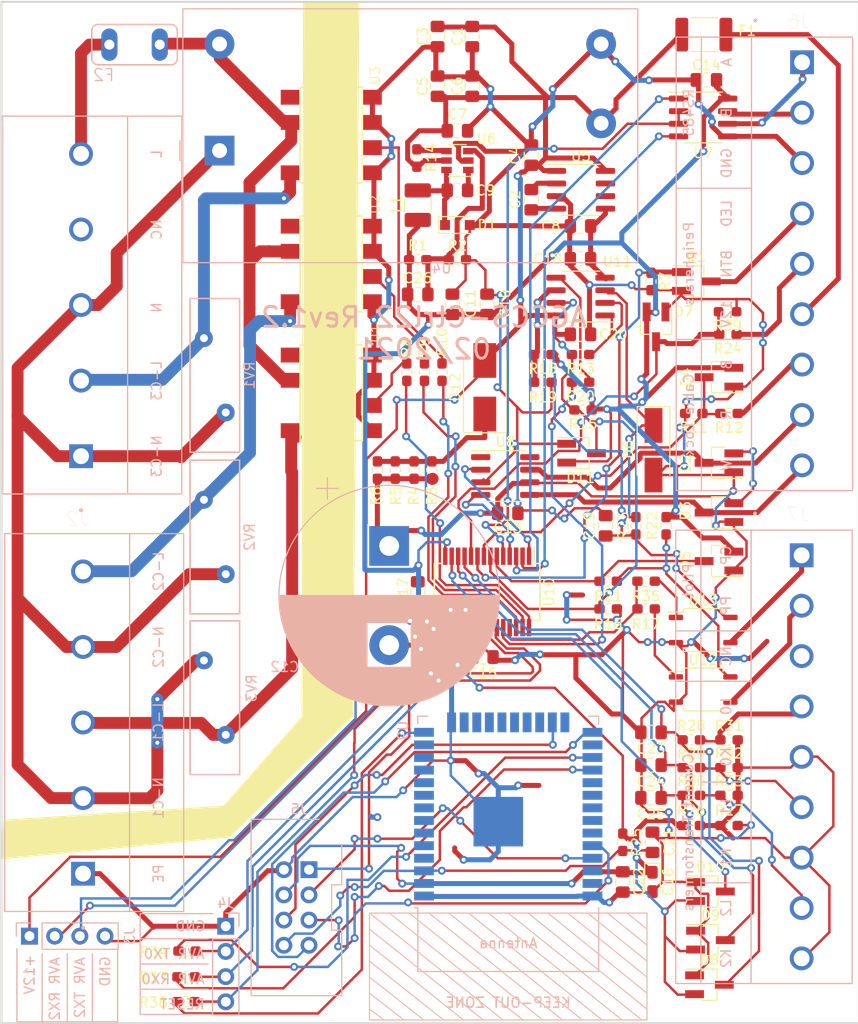
<source format=kicad_pcb>
(kicad_pcb (version 20171130) (host pcbnew "(5.1.9-0-10_14)")
  (layers (0 F.Cu signal) (31 B.Cu signal) (34 B.Paste user hide) (35 F.Paste user hide) (36 B.SilkS user) (37 F.SilkS user) (38 B.Mask user hide) (39 F.Mask user hide) (44 Edge.Cuts user hide))
  (net 0 "")
  (net 1 +12V)
  (net 2 GND)
  (net 3 "Net-(C2-Pad1)")
  (net 4 "Net-(C2-Pad2)")
  (net 5 -12V)
  (net 6 "Net-(C9-Pad2)")
  (net 7 "Net-(C9-Pad1)")
  (net 8 +3V3)
  (net 9 "/Analog Section and Low Voltage Outputs/CP_to_relay")
  (net 10 "/ATmega4808 and Peripherals/EN")
  (net 11 "/ATmega4808 and Peripherals/CT0")
  (net 12 "/ATmega4808 and Peripherals/CT1")
  (net 13 "/ATmega4808 and Peripherals/CT2")
  (net 14 "Net-(C26-Pad2)")
  (net 15 "/ATmega4808 and Peripherals/Lock_R")
  (net 16 "/ATmega4808 and Peripherals/Lock_W")
  (net 17 "/ATmega4808 and Peripherals/Lock_State")
  (net 18 "/ATmega4808 and Peripherals/PP")
  (net 19 "/ATmega4808 and Peripherals/Button")
  (net 20 "/Analog Section and Low Voltage Outputs/12V_Fused")
  (net 21 "Net-(F2-Pad1)")
  (net 22 "/Mains and Power Circuitry/L")
  (net 23 "/Mains and Power Circuitry/N")
  (net 24 "/Mains and Power Circuitry/C_L3")
  (net 25 "/Mains and Power Circuitry/C_L2")
  (net 26 "/Mains and Power Circuitry/C_L1")
  (net 27 "/Analog Section and Low Voltage Outputs/BIAS")
  (net 28 "/Analog Section and Low Voltage Outputs/CT2_L")
  (net 29 "/Analog Section and Low Voltage Outputs/CT1_L")
  (net 30 "/Analog Section and Low Voltage Outputs/CT0_L")
  (net 31 "/Analog Section and Low Voltage Outputs/PP_con")
  (net 32 "/Analog Section and Low Voltage Outputs/CP_con")
  (net 33 "/ATmega4808 and Peripherals/Lock_B")
  (net 34 "/ATmega4808 and Peripherals/LED")
  (net 35 "/ATmega4808 and Peripherals/RS485_B")
  (net 36 "/ATmega4808 and Peripherals/RS485_A")
  (net 37 "/ATmega4808 and Peripherals/ATmega_RX2")
  (net 38 "/ATmega4808 and Peripherals/ATmega_TX2")
  (net 39 "/ATmega4808 and Peripherals/ESP_IO12")
  (net 40 "/ATmega4808 and Peripherals/ESP_TX2")
  (net 41 "/ATmega4808 and Peripherals/ESP_RX2")
  (net 42 "/ATmega4808 and Peripherals/ATmega_RESET")
  (net 43 "/ATmega4808 and Peripherals/ATmega_RX0")
  (net 44 "/ATmega4808 and Peripherals/ATmega_TX0")
  (net 45 "/ATmega4808 and Peripherals/ESP_RX0")
  (net 46 "/ATmega4808 and Peripherals/ESP_TX0")
  (net 47 "/ATmega4808 and Peripherals/IO0")
  (net 48 "Net-(Q1-Pad1)")
  (net 49 "/ATmega4808 and Peripherals/SSR_L1")
  (net 50 "Net-(R8-Pad1)")
  (net 51 "Net-(R9-Pad1)")
  (net 52 "/ATmega4808 and Peripherals/SSR_L2")
  (net 53 "/ATmega4808 and Peripherals/SSR_L3")
  (net 54 "Net-(R10-Pad1)")
  (net 55 "Net-(R13-Pad1)")
  (net 56 "/ATmega4808 and Peripherals/CP")
  (net 57 "Net-(R14-Pad1)")
  (net 58 "Net-(R17-Pad1)")
  (net 59 "/ATmega4808 and Peripherals/Signal_Relay")
  (net 60 "Net-(R18-Pad2)")
  (net 61 "Net-(R20-Pad1)")
  (net 62 "/ATmega4808 and Peripherals/PWM_Out")
  (net 63 "/Analog Section and Low Voltage Outputs/PP_to_relay")
  (net 64 "Net-(R23-Pad1)")
  (net 65 "Net-(R35-Pad1)")
  (net 66 "Net-(U1-Pad5)")
  (net 67 "Net-(U2-Pad5)")
  (net 68 "Net-(U3-Pad5)")
  (net 69 "Net-(U5-Pad6)")
  (net 70 "Net-(U5-Pad7)")
  (net 71 "/ATmega4808 and Peripherals/RS485_TX")
  (net 72 "/ATmega4808 and Peripherals/RS485_XDIR")
  (net 73 "/ATmega4808 and Peripherals/RS485_RX")
  (net 74 "Net-(U8-Pad8)")
  (net 75 "/ATmega4808 and Peripherals/Lock_Drive_B")
  (net 76 "/ATmega4808 and Peripherals/Lock_Drive_A")
  (net 77 "Net-(U8-Pad1)")
  (net 78 "Net-(U9-Pad4)")
  (net 79 "Net-(U9-Pad5)")
  (net 80 "Net-(U9-Pad6)")
  (net 81 "Net-(U9-Pad7)")
  (net 82 "Net-(U9-Pad8)")
  (net 83 "Net-(U9-Pad9)")
  (net 84 "Net-(U9-Pad10)")
  (net 85 "Net-(U9-Pad11)")
  (net 86 "Net-(U9-Pad12)")
  (net 87 "Net-(U9-Pad13)")
  (net 88 "Net-(U9-Pad16)")
  (net 89 "Net-(U9-Pad17)")
  (net 90 "Net-(U9-Pad18)")
  (net 91 "Net-(U9-Pad19)")
  (net 92 "Net-(U9-Pad20)")
  (net 93 "Net-(U9-Pad21)")
  (net 94 "Net-(U9-Pad22)")
  (net 95 "Net-(U9-Pad24)")
  (net 96 "Net-(U9-Pad26)")
  (net 97 "Net-(U9-Pad29)")
  (net 98 "Net-(U9-Pad30)")
  (net 99 "Net-(U9-Pad31)")
  (net 100 "Net-(U9-Pad32)")
  (net 101 "Net-(U9-Pad33)")
  (net 102 "Net-(U9-Pad36)")
  (net 103 "Net-(U9-Pad37)")
  (net 104 "Net-(J2-Pad4)")
  (net 105 "/ATmega4808 and Peripherals/ESP_IO15")
  (net 106 "Net-(J5-Pad1)")
  (net 107 "Net-(J7-Pad3)")
  (net 108 "/Analog Section and Low Voltage Outputs/Button_J6_5")
  (net 109 "/ATmega4808 and Peripherals/12V_sep")
  (net 110 "Net-(D12-Pad1)")
  (module atmevse-footprints:lv_screw_9pin_1 (layer B.Cu) (at 186.944 49.784 270)
    (fp_text reference J6 (at -4.12 0.32) (layer B.SilkS) (effects (font (size 1.4 1.4) (thickness 0.015)) (justify mirror)))
    (fp_text value Screw_Terminal_01x09)
    (fp_text user W (at 40.64 7.62 270) (layer B.SilkS) (effects (justify mirror)))
    (fp_text user R (at 35.56 7.62 270) (layer B.SilkS) (effects (justify mirror)))
    (fp_text user B (at 30.48 7.62 270) (layer B.SilkS) (effects (justify mirror)))
    (fp_text user "Cable Lock" (at 35.56 11.43 270) (layer B.SilkS) (effects (justify mirror)))
    (fp_text user 12V (at 25.4 7.62 270) (layer B.SilkS) (effects (justify mirror)))
    (fp_text user BTN (at 20.32 7.62 270) (layer B.SilkS) (effects (justify mirror)))
    (fp_text user LED (at 15.24 7.62 270) (layer B.SilkS) (effects (justify mirror)))
    (fp_text user Peripherals (at 20.32 11.43 270) (layer B.SilkS) (effects (justify mirror)))
    (fp_text user RS485 (at 5.08 11.43 270) (layer B.SilkS) (effects (justify mirror)))
    (fp_text user GND (at 10.16 7.62 270) (layer B.SilkS) (effects (justify mirror)))
    (fp_text user B (at 5.08 7.62 270) (layer B.SilkS) (effects (justify mirror)))
    (fp_text user A (at 0 7.62 270) (layer B.SilkS) (effects (justify mirror)))
    (pad 1 thru_hole rect (at 0 0 270) (size 2.4 2.4) (drill 1.6) (layers *.Cu *.Mask) (net 36 "/ATmega4808 and Peripherals/RS485_A"))
    (pad 2 thru_hole circle (at 5.08 0 270) (size 2.4 2.4) (drill 1.6) (layers *.Cu *.Mask) (net 35 "/ATmega4808 and Peripherals/RS485_B"))
    (pad 3 thru_hole circle (at 10.16 0 270) (size 2.4 2.4) (drill 1.6) (layers *.Cu *.Mask) (net 2 GND))
    (pad 4 thru_hole circle (at 15.24 0 270) (size 2.4 2.4) (drill 1.6) (layers *.Cu *.Mask) (net 34 "/ATmega4808 and Peripherals/LED"))
    (pad 5 thru_hole circle (at 20.32 0 270) (size 2.4 2.4) (drill 1.6) (layers *.Cu *.Mask) (net 108 "/Analog Section and Low Voltage Outputs/Button_J6_5"))
    (pad 6 thru_hole circle (at 25.4 0 270) (size 2.4 2.4) (drill 1.6) (layers *.Cu *.Mask) (net 20 "/Analog Section and Low Voltage Outputs/12V_Fused"))
    (pad 7 thru_hole circle (at 30.48 0 270) (size 2.4 2.4) (drill 1.6) (layers *.Cu *.Mask) (net 33 "/ATmega4808 and Peripherals/Lock_B"))
    (pad 8 thru_hole circle (at 35.56 0 270) (size 2.4 2.4) (drill 1.6) (layers *.Cu *.Mask) (net 15 "/ATmega4808 and Peripherals/Lock_R"))
    (pad 9 thru_hole circle (at 40.64 0 270) (size 2.4 2.4) (drill 1.6) (layers *.Cu *.Mask) (net 16 "/ATmega4808 and Peripherals/Lock_W"))
  )
  (module Diode_SMD:D_SMB_Handsoldering (layer F.Cu) (at 154.94 82.55 90)
    (fp_text reference D12 (at 0 -3 90) (layer F.SilkS))
    (fp_text value B220)
    (pad 2 smd rect (at 2.7 0 90) (size 3.5 2.3) (layers F.Cu F.Paste F.Mask) (net 1 +12V))
    (pad 1 smd rect (at -2.7 0 90) (size 3.5 2.3) (layers F.Cu F.Paste F.Mask) (net 110 "Net-(D12-Pad1)"))
  )
  (module Capacitor_THT:CP_Radial_D22.0mm_P10.00mm_SnapIn (layer B.Cu) (at 145.288 98.552 270)
    (fp_text reference C12 (at 12.198 10.538 180) (layer B.SilkS) (effects (justify mirror)))
    (fp_text value 10000u16V)
    (pad 1 thru_hole rect (at 0 0 270) (size 4 4) (drill 2) (layers *.Cu *.Mask) (net 109 "/ATmega4808 and Peripherals/12V_sep"))
    (pad 2 thru_hole circle (at 10 0 270) (size 4 4) (drill 2) (layers *.Cu *.Mask) (net 2 GND))
  )
  (module Resistor_SMD:R_0603_1608Metric_Pad0.98x0.95mm_HandSolder (layer F.Cu) (at 179.4275 74.93 180)
    (fp_text reference R39 (at 0 -1.43) (layer F.SilkS))
    (fp_text value 2k)
    (pad 2 smd roundrect (at 0.9125 0 180) (size 0.975 0.95) (layers F.Cu F.Paste F.Mask) (net 19 "/ATmega4808 and Peripherals/Button"))
    (pad 1 smd roundrect (at -0.9125 0 180) (size 0.975 0.95) (layers F.Cu F.Paste F.Mask) (net 2 GND))
  )
  (module Package_TO_SOT_SMD:SOT-23_Handsoldering (layer F.Cu) (at 164.7 89.2)
    (fp_text reference D11 (at -0.108 2.494) (layer F.SilkS))
    (fp_text value BAT54S)
    (pad 3 smd rect (at 1.5 0) (size 1.9 0.8) (layers F.Cu F.Paste F.Mask) (net 56 "/ATmega4808 and Peripherals/CP"))
    (pad 2 smd rect (at -1.5 0.95) (size 1.9 0.8) (layers F.Cu F.Paste F.Mask) (net 8 +3V3))
    (pad 1 smd rect (at -1.5 -0.95) (size 1.9 0.8) (layers F.Cu F.Paste F.Mask) (net 2 GND))
  )
  (module atmevse-footprints:PROGRAM-Header (layer B.Cu) (at 137.2 131.2 180)
    (fp_text reference J5 (at 1.016 6.096) (layer B.SilkS) (effects (justify mirror)))
    (fp_text value Conn_02x04_Top_Bottom)
    (pad 8 thru_hole oval (at 2.54 -7.62 180) (size 1.7 1.7) (drill 1) (layers *.Cu *.Mask) (net 10 "/ATmega4808 and Peripherals/EN"))
    (pad 4 thru_hole oval (at 0 -7.62 180) (size 1.7 1.7) (drill 1) (layers *.Cu *.Mask) (net 47 "/ATmega4808 and Peripherals/IO0"))
    (pad 7 thru_hole oval (at 2.54 -5.08 180) (size 1.7 1.7) (drill 1) (layers *.Cu *.Mask) (net 105 "/ATmega4808 and Peripherals/ESP_IO15"))
    (pad 3 thru_hole oval (at 0 -5.08 180) (size 1.7 1.7) (drill 1) (layers *.Cu *.Mask) (net 45 "/ATmega4808 and Peripherals/ESP_RX0"))
    (pad 6 thru_hole oval (at 2.54 -2.54 180) (size 1.7 1.7) (drill 1) (layers *.Cu *.Mask) (net 8 +3V3))
    (pad 2 thru_hole oval (at 0 -2.54 180) (size 1.7 1.7) (drill 1) (layers *.Cu *.Mask) (net 46 "/ATmega4808 and Peripherals/ESP_TX0"))
    (pad 5 thru_hole oval (at 2.54 0 180) (size 1.7 1.7) (drill 1) (layers *.Cu *.Mask) (net 2 GND))
    (pad 1 thru_hole rect (at 0 0 180) (size 1.7 1.7) (drill 1) (layers *.Cu *.Mask) (net 106 "Net-(J5-Pad1)"))
  )
  (module RF_Module:ESP32-WROOM-32 (layer B.Cu) (at 157.3 125.6)
    (fp_text reference U9 (at -10.61 -8.43 90) (layer B.SilkS) (effects (justify mirror)))
    (fp_text value ESP32-WROOM-32)
    (fp_text user "KEEP-OUT ZONE" (at 0 19 180) (layer B.SilkS) (effects (justify mirror)))
    (fp_text user Antenna (at 0 13 180) (layer B.SilkS) (effects (justify mirror)))
    (pad 39 smd rect (at -1 0.755) (size 5 5) (layers B.Cu B.Paste B.Mask) (net 2 GND))
    (pad 1 smd rect (at -8.5 8.255) (size 2 0.9) (layers B.Cu B.Paste B.Mask) (net 2 GND))
    (pad 2 smd rect (at -8.5 6.985) (size 2 0.9) (layers B.Cu B.Paste B.Mask) (net 8 +3V3))
    (pad 3 smd rect (at -8.5 5.715) (size 2 0.9) (layers B.Cu B.Paste B.Mask) (net 10 "/ATmega4808 and Peripherals/EN"))
    (pad 4 smd rect (at -8.5 4.445) (size 2 0.9) (layers B.Cu B.Paste B.Mask) (net 78 "Net-(U9-Pad4)"))
    (pad 5 smd rect (at -8.5 3.175) (size 2 0.9) (layers B.Cu B.Paste B.Mask) (net 79 "Net-(U9-Pad5)"))
    (pad 6 smd rect (at -8.5 1.905) (size 2 0.9) (layers B.Cu B.Paste B.Mask) (net 80 "Net-(U9-Pad6)"))
    (pad 7 smd rect (at -8.5 0.635) (size 2 0.9) (layers B.Cu B.Paste B.Mask) (net 81 "Net-(U9-Pad7)"))
    (pad 8 smd rect (at -8.5 -0.635) (size 2 0.9) (layers B.Cu B.Paste B.Mask) (net 82 "Net-(U9-Pad8)"))
    (pad 9 smd rect (at -8.5 -1.905) (size 2 0.9) (layers B.Cu B.Paste B.Mask) (net 83 "Net-(U9-Pad9)"))
    (pad 10 smd rect (at -8.5 -3.175) (size 2 0.9) (layers B.Cu B.Paste B.Mask) (net 84 "Net-(U9-Pad10)"))
    (pad 11 smd rect (at -8.5 -4.445) (size 2 0.9) (layers B.Cu B.Paste B.Mask) (net 85 "Net-(U9-Pad11)"))
    (pad 12 smd rect (at -8.5 -5.715) (size 2 0.9) (layers B.Cu B.Paste B.Mask) (net 86 "Net-(U9-Pad12)"))
    (pad 13 smd rect (at -8.5 -6.985) (size 2 0.9) (layers B.Cu B.Paste B.Mask) (net 87 "Net-(U9-Pad13)"))
    (pad 14 smd rect (at -8.5 -8.255) (size 2 0.9) (layers B.Cu B.Paste B.Mask) (net 39 "/ATmega4808 and Peripherals/ESP_IO12"))
    (pad 15 smd rect (at -5.715 -9.255 270) (size 2 0.9) (layers B.Cu B.Paste B.Mask) (net 2 GND))
    (pad 16 smd rect (at -4.445 -9.255 270) (size 2 0.9) (layers B.Cu B.Paste B.Mask) (net 88 "Net-(U9-Pad16)"))
    (pad 17 smd rect (at -3.175 -9.255 270) (size 2 0.9) (layers B.Cu B.Paste B.Mask) (net 89 "Net-(U9-Pad17)"))
    (pad 18 smd rect (at -1.905 -9.255 270) (size 2 0.9) (layers B.Cu B.Paste B.Mask) (net 90 "Net-(U9-Pad18)"))
    (pad 19 smd rect (at -0.635 -9.255 270) (size 2 0.9) (layers B.Cu B.Paste B.Mask) (net 91 "Net-(U9-Pad19)"))
    (pad 20 smd rect (at 0.635 -9.255 270) (size 2 0.9) (layers B.Cu B.Paste B.Mask) (net 92 "Net-(U9-Pad20)"))
    (pad 21 smd rect (at 1.905 -9.255 270) (size 2 0.9) (layers B.Cu B.Paste B.Mask) (net 93 "Net-(U9-Pad21)"))
    (pad 22 smd rect (at 3.175 -9.255 270) (size 2 0.9) (layers B.Cu B.Paste B.Mask) (net 94 "Net-(U9-Pad22)"))
    (pad 23 smd rect (at 4.445 -9.255 270) (size 2 0.9) (layers B.Cu B.Paste B.Mask) (net 105 "/ATmega4808 and Peripherals/ESP_IO15"))
    (pad 24 smd rect (at 5.715 -9.255 270) (size 2 0.9) (layers B.Cu B.Paste B.Mask) (net 95 "Net-(U9-Pad24)"))
    (pad 25 smd rect (at 8.5 -8.255) (size 2 0.9) (layers B.Cu B.Paste B.Mask) (net 47 "/ATmega4808 and Peripherals/IO0"))
    (pad 26 smd rect (at 8.5 -6.985) (size 2 0.9) (layers B.Cu B.Paste B.Mask) (net 96 "Net-(U9-Pad26)"))
    (pad 27 smd rect (at 8.5 -5.715) (size 2 0.9) (layers B.Cu B.Paste B.Mask) (net 41 "/ATmega4808 and Peripherals/ESP_RX2"))
    (pad 28 smd rect (at 8.5 -4.445) (size 2 0.9) (layers B.Cu B.Paste B.Mask) (net 40 "/ATmega4808 and Peripherals/ESP_TX2"))
    (pad 29 smd rect (at 8.5 -3.175) (size 2 0.9) (layers B.Cu B.Paste B.Mask) (net 97 "Net-(U9-Pad29)"))
    (pad 30 smd rect (at 8.5 -1.905) (size 2 0.9) (layers B.Cu B.Paste B.Mask) (net 98 "Net-(U9-Pad30)"))
    (pad 31 smd rect (at 8.5 -0.635) (size 2 0.9) (layers B.Cu B.Paste B.Mask) (net 99 "Net-(U9-Pad31)"))
    (pad 32 smd rect (at 8.5 0.635) (size 2 0.9) (layers B.Cu B.Paste B.Mask) (net 100 "Net-(U9-Pad32)"))
    (pad 33 smd rect (at 8.5 1.905) (size 2 0.9) (layers B.Cu B.Paste B.Mask) (net 101 "Net-(U9-Pad33)"))
    (pad 34 smd rect (at 8.5 3.175) (size 2 0.9) (layers B.Cu B.Paste B.Mask) (net 45 "/ATmega4808 and Peripherals/ESP_RX0"))
    (pad 35 smd rect (at 8.5 4.445) (size 2 0.9) (layers B.Cu B.Paste B.Mask) (net 46 "/ATmega4808 and Peripherals/ESP_TX0"))
    (pad 36 smd rect (at 8.5 5.715) (size 2 0.9) (layers B.Cu B.Paste B.Mask) (net 102 "Net-(U9-Pad36)"))
    (pad 37 smd rect (at 8.5 6.985) (size 2 0.9) (layers B.Cu B.Paste B.Mask) (net 103 "Net-(U9-Pad37)"))
    (pad 38 smd rect (at 8.5 8.255) (size 2 0.9) (layers B.Cu B.Paste B.Mask) (net 2 GND))
  )
  (module Resistor_SMD:R_0603_1608Metric_Pad1.05x0.95mm_HandSolder (layer F.Cu) (at 124.8 144.5)
    (fp_text reference R38 (at -3.3 0.1) (layer F.SilkS))
    (fp_text value 1k)
    (pad 2 smd roundrect (at 0.875 0) (size 1.05 0.95) (layers F.Cu F.Paste F.Mask) (net 42 "/ATmega4808 and Peripherals/ATmega_RESET"))
    (pad 1 smd roundrect (at -0.875 0) (size 1.05 0.95) (layers F.Cu F.Paste F.Mask) (net 39 "/ATmega4808 and Peripherals/ESP_IO12"))
  )
  (module Resistor_SMD:R_0603_1608Metric_Pad1.05x0.95mm_HandSolder (layer F.Cu) (at 124.8 142)
    (fp_text reference R37 (at -3.3 0.1) (layer F.SilkS))
    (fp_text value 1k)
    (pad 2 smd roundrect (at 0.875 0) (size 1.05 0.95) (layers F.Cu F.Paste F.Mask) (net 43 "/ATmega4808 and Peripherals/ATmega_RX0"))
    (pad 1 smd roundrect (at -0.875 0) (size 1.05 0.95) (layers F.Cu F.Paste F.Mask) (net 40 "/ATmega4808 and Peripherals/ESP_TX2"))
  )
  (module Resistor_SMD:R_0603_1608Metric_Pad1.05x0.95mm_HandSolder (layer F.Cu) (at 124.9 139.4)
    (fp_text reference R34 (at -3.4 0.1) (layer F.SilkS))
    (fp_text value 1k)
    (pad 2 smd roundrect (at 0.875 0) (size 1.05 0.95) (layers F.Cu F.Paste F.Mask) (net 44 "/ATmega4808 and Peripherals/ATmega_TX0"))
    (pad 1 smd roundrect (at -0.875 0) (size 1.05 0.95) (layers F.Cu F.Paste F.Mask) (net 41 "/ATmega4808 and Peripherals/ESP_RX2"))
  )
  (module atmevse-footprints:lv_screw_9pin_2 (layer B.Cu) (at 186.9 99.5 270)
    (fp_text reference J7 (at -4.12 0.32 180) (layer B.SilkS) (effects (font (size 1.4 1.4) (thickness 0.015)) (justify mirror)))
    (fp_text value Screw_Terminal_01x09)
    (fp_text user "Current Transformers" (at 27.94 11.43 90) (layer B.SilkS) (effects (justify mirror)))
    (fp_text user K2 (at 40.64 7.62 90) (layer B.SilkS) (effects (justify mirror)))
    (fp_text user L2 (at 35.56 7.62 90) (layer B.SilkS) (effects (justify mirror)))
    (fp_text user K1 (at 30.48 7.62 90) (layer B.SilkS) (effects (justify mirror)))
    (fp_text user L1 (at 25.4 7.62 90) (layer B.SilkS) (effects (justify mirror)))
    (fp_text user K0 (at 20.32 7.62 90) (layer B.SilkS) (effects (justify mirror)))
    (fp_text user L0 (at 15.24 7.62 90) (layer B.SilkS) (effects (justify mirror)))
    (fp_text user NC (at 10.16 7.62 90) (layer B.SilkS) (effects (justify mirror)))
    (fp_text user Pilot (at 2.54 11.43 90) (layer B.SilkS) (effects (justify mirror)))
    (fp_text user PP (at 5.08 7.62 90) (layer B.SilkS) (effects (justify mirror)))
    (fp_text user CP (at 0 7.62 90) (layer B.SilkS) (effects (justify mirror)))
    (pad 1 thru_hole rect (at 0 0 270) (size 2.4 2.4) (drill 1.6) (layers *.Cu *.Mask) (net 32 "/Analog Section and Low Voltage Outputs/CP_con"))
    (pad 2 thru_hole circle (at 5.08 0 270) (size 2.4 2.4) (drill 1.6) (layers *.Cu *.Mask) (net 31 "/Analog Section and Low Voltage Outputs/PP_con"))
    (pad 3 thru_hole circle (at 10.16 0 270) (size 2.4 2.4) (drill 1.6) (layers *.Cu *.Mask) (net 107 "Net-(J7-Pad3)"))
    (pad 4 thru_hole circle (at 15.24 0 270) (size 2.4 2.4) (drill 1.6) (layers *.Cu *.Mask) (net 30 "/Analog Section and Low Voltage Outputs/CT0_L"))
    (pad 5 thru_hole circle (at 20.32 0 270) (size 2.4 2.4) (drill 1.6) (layers *.Cu *.Mask) (net 27 "/Analog Section and Low Voltage Outputs/BIAS"))
    (pad 6 thru_hole circle (at 25.4 0 270) (size 2.4 2.4) (drill 1.6) (layers *.Cu *.Mask) (net 29 "/Analog Section and Low Voltage Outputs/CT1_L"))
    (pad 7 thru_hole circle (at 30.48 0 270) (size 2.4 2.4) (drill 1.6) (layers *.Cu *.Mask) (net 27 "/Analog Section and Low Voltage Outputs/BIAS"))
    (pad 8 thru_hole circle (at 35.56 0 270) (size 2.4 2.4) (drill 1.6) (layers *.Cu *.Mask) (net 28 "/Analog Section and Low Voltage Outputs/CT2_L"))
    (pad 9 thru_hole circle (at 40.64 0 270) (size 2.4 2.4) (drill 1.6) (layers *.Cu *.Mask) (net 27 "/Analog Section and Low Voltage Outputs/BIAS"))
  )
  (module atmevse-footprints:UART0-Header (layer B.Cu) (at 128.8 136.9 180)
    (fp_text reference J4 (at 0 2.33) (layer B.SilkS) (effects (justify mirror)))
    (fp_text value Conn_01x04)
    (fp_text user RESET (at 2.032 -7.874) (layer B.SilkS) (effects (justify left mirror)))
    (fp_text user "AVR RX0" (at 2.032 -5.334) (layer B.SilkS) (effects (justify left mirror)))
    (fp_text user "AVR TX0" (at 2.032 -2.794) (layer B.SilkS) (effects (justify left mirror)))
    (fp_text user GND (at 3.556 0) (layer B.SilkS) (effects (justify mirror)))
    (pad 4 thru_hole oval (at 0 -7.62 180) (size 1.7 1.7) (drill 1) (layers *.Cu *.Mask) (net 42 "/ATmega4808 and Peripherals/ATmega_RESET"))
    (pad 3 thru_hole oval (at 0 -5.08 180) (size 1.7 1.7) (drill 1) (layers *.Cu *.Mask) (net 43 "/ATmega4808 and Peripherals/ATmega_RX0"))
    (pad 2 thru_hole oval (at 0 -2.54 180) (size 1.7 1.7) (drill 1) (layers *.Cu *.Mask) (net 44 "/ATmega4808 and Peripherals/ATmega_TX0"))
    (pad 1 thru_hole rect (at 0 0 180) (size 1.7 1.7) (drill 1) (layers *.Cu *.Mask) (net 2 GND))
  )
  (module atmevse-footprints:UART2-Header (layer B.Cu) (at 109 137.9 270)
    (fp_text reference J3 (at 0 -10.126 270) (layer B.SilkS) (effects (justify mirror)))
    (fp_text value Conn_01x04)
    (fp_text user GND (at 3.556 -7.62 90) (layer B.SilkS) (effects (justify mirror)))
    (fp_text user "AVR RX2" (at 2.032 -2.54 90) (layer B.SilkS) (effects (justify left mirror)))
    (fp_text user "AVR TX2" (at 2.032 -5.08 90) (layer B.SilkS) (effects (justify left mirror)))
    (fp_text user +12V (at 1.778 0 90) (layer B.SilkS) (effects (justify left mirror)))
    (pad 4 thru_hole oval (at 0 -7.62 270) (size 1.7 1.7) (drill 1) (layers *.Cu *.Mask) (net 2 GND))
    (pad 3 thru_hole oval (at 0 -5.08 270) (size 1.7 1.7) (drill 1) (layers *.Cu *.Mask) (net 38 "/ATmega4808 and Peripherals/ATmega_TX2"))
    (pad 2 thru_hole oval (at 0 -2.54 270) (size 1.7 1.7) (drill 1) (layers *.Cu *.Mask) (net 37 "/ATmega4808 and Peripherals/ATmega_RX2"))
    (pad 1 thru_hole rect (at 0 0 270) (size 1.7 1.7) (drill 1) (layers *.Cu *.Mask) (net 1 +12V))
  )
  (module atmevse-footprints:hv_screw_5pin_2 (layer B.Cu) (at 114.2 89.5 90)
    (fp_text reference J2 (at -6.335 -0.365 180) (layer B.SilkS) (effects (font (size 1.4 1.4) (thickness 0.015)) (justify mirror)))
    (fp_text value Screw_Terminal_01x05)
    (fp_text user N-C3 (at 0 7.62 90) (layer B.SilkS) (effects (justify mirror)))
    (fp_text user L-C3 (at 7.62 7.62 90) (layer B.SilkS) (effects (justify mirror)))
    (fp_text user N (at 14.986 7.62 90) (layer B.SilkS) (effects (justify mirror)))
    (fp_text user NC (at 22.86 7.62 90) (layer B.SilkS) (effects (justify mirror)))
    (fp_text user L (at 30.48 7.62 90) (layer B.SilkS) (effects (justify mirror)))
    (pad 5 thru_hole circle (at 30.48 0 90) (size 2.4 2.4) (drill 1.6) (layers *.Cu *.Mask) (net 22 "/Mains and Power Circuitry/L"))
    (pad 4 thru_hole circle (at 22.86 0 90) (size 2.4 2.4) (drill 1.6) (layers *.Cu *.Mask) (net 104 "Net-(J2-Pad4)"))
    (pad 3 thru_hole circle (at 15.24 0 90) (size 2.4 2.4) (drill 1.6) (layers *.Cu *.Mask) (net 23 "/Mains and Power Circuitry/N"))
    (pad 2 thru_hole circle (at 7.62 0 90) (size 2.4 2.4) (drill 1.6) (layers *.Cu *.Mask) (net 24 "/Mains and Power Circuitry/C_L3"))
    (pad 1 thru_hole rect (at 0 0 90) (size 2.4 2.4) (drill 1.6) (layers *.Cu *.Mask) (net 23 "/Mains and Power Circuitry/N"))
  )
  (module atmevse-footprints:hv_screw_5pin_1 (layer B.Cu) (at 114.4 131.6 90)
    (fp_text reference J1 (at -6.335 -0.365 180) (layer B.SilkS) (effects (font (size 1.4 1.4) (thickness 0.015)) (justify mirror)))
    (fp_text value Screw_Terminal_01x05)
    (fp_text user L-C2 (at 30.48 7.62 90) (layer B.SilkS) (effects (justify mirror)))
    (fp_text user N-C2 (at 22.86 7.62 90) (layer B.SilkS) (effects (justify mirror)))
    (fp_text user L-C1 (at 15.24 7.62 90) (layer B.SilkS) (effects (justify mirror)))
    (fp_text user N-C1 (at 7.62 7.62 90) (layer B.SilkS) (effects (justify mirror)))
    (fp_text user PE (at 0 7.62 90) (layer B.SilkS) (effects (justify mirror)))
    (pad 1 thru_hole rect (at 0 0 90) (size 2.4 2.4) (drill 1.6) (layers *.Cu *.Mask) (net 2 GND))
    (pad 2 thru_hole circle (at 7.62 0 90) (size 2.4 2.4) (drill 1.6) (layers *.Cu *.Mask) (net 23 "/Mains and Power Circuitry/N"))
    (pad 3 thru_hole circle (at 15.24 0 90) (size 2.4 2.4) (drill 1.6) (layers *.Cu *.Mask) (net 26 "/Mains and Power Circuitry/C_L1"))
    (pad 4 thru_hole circle (at 22.86 0 90) (size 2.4 2.4) (drill 1.6) (layers *.Cu *.Mask) (net 23 "/Mains and Power Circuitry/N"))
    (pad 5 thru_hole circle (at 30.48 0 90) (size 2.4 2.4) (drill 1.6) (layers *.Cu *.Mask) (net 25 "/Mains and Power Circuitry/C_L2"))
  )
  (module Package_TO_SOT_SMD:SOT-23_Handsoldering (layer F.Cu) (at 177.7 133.4)
    (fp_text reference D10 (at 0 -2.5) (layer F.SilkS))
    (fp_text value BAT54S)
    (pad 3 smd rect (at 1.5 0) (size 1.9 0.8) (layers F.Cu F.Paste F.Mask) (net 13 "/ATmega4808 and Peripherals/CT2"))
    (pad 2 smd rect (at -1.5 0.95) (size 1.9 0.8) (layers F.Cu F.Paste F.Mask) (net 8 +3V3))
    (pad 1 smd rect (at -1.5 -0.95) (size 1.9 0.8) (layers F.Cu F.Paste F.Mask) (net 2 GND))
  )
  (module Package_TO_SOT_SMD:SOT-23_Handsoldering (layer F.Cu) (at 177.7 138.3)
    (fp_text reference D9 (at 0 -2.5) (layer F.SilkS))
    (fp_text value BAT54S)
    (pad 3 smd rect (at 1.5 0) (size 1.9 0.8) (layers F.Cu F.Paste F.Mask) (net 12 "/ATmega4808 and Peripherals/CT1"))
    (pad 2 smd rect (at -1.5 0.95) (size 1.9 0.8) (layers F.Cu F.Paste F.Mask) (net 8 +3V3))
    (pad 1 smd rect (at -1.5 -0.95) (size 1.9 0.8) (layers F.Cu F.Paste F.Mask) (net 2 GND))
  )
  (module Package_TO_SOT_SMD:SOT-23_Handsoldering (layer F.Cu) (at 177.6 142.8)
    (fp_text reference D8 (at 0 -2.5) (layer F.SilkS))
    (fp_text value BAT54S)
    (pad 3 smd rect (at 1.5 0) (size 1.9 0.8) (layers F.Cu F.Paste F.Mask) (net 11 "/ATmega4808 and Peripherals/CT0"))
    (pad 2 smd rect (at -1.5 0.95) (size 1.9 0.8) (layers F.Cu F.Paste F.Mask) (net 8 +3V3))
    (pad 1 smd rect (at -1.5 -0.95) (size 1.9 0.8) (layers F.Cu F.Paste F.Mask) (net 2 GND))
  )
  (module Capacitor_Tantalum_SMD:CP_EIA-2012-15_AVX-P_Pad1.30x1.05mm_HandSolder (layer F.Cu) (at 171.854 132.434 270)
    (fp_text reference C16 (at 0 -1.58 90) (layer F.SilkS))
    (fp_text value "100u / 6.3V")
    (pad 2 smd roundrect (at 0.975 0 270) (size 1.3 1.05) (layers F.Cu F.Paste F.Mask) (roundrect_rratio 0.238095) (net 2 GND))
    (pad 1 smd roundrect (at -0.975 0 270) (size 1.3 1.05) (layers F.Cu F.Paste F.Mask) (roundrect_rratio 0.238095) (net 8 +3V3))
  )
  (module Package_SO:SSOP-28_5.3x10.2mm_P0.65mm (layer F.Cu) (at 155.172 103.188 270)
    (fp_text reference U10 (at 0 -6.25 90) (layer F.SilkS))
    (fp_text value ATmega4808-X)
    (pad 1 smd rect (at -3.6 -4.225 270) (size 1.75 0.45) (layers F.Cu F.Paste F.Mask) (net 76 "/ATmega4808 and Peripherals/Lock_Drive_A"))
    (pad 2 smd rect (at -3.6 -3.575 270) (size 1.75 0.45) (layers F.Cu F.Paste F.Mask) (net 71 "/ATmega4808 and Peripherals/RS485_TX"))
    (pad 3 smd rect (at -3.6 -2.925 270) (size 1.75 0.45) (layers F.Cu F.Paste F.Mask) (net 73 "/ATmega4808 and Peripherals/RS485_RX"))
    (pad 4 smd rect (at -3.6 -2.275 270) (size 1.75 0.45) (layers F.Cu F.Paste F.Mask) (net 75 "/ATmega4808 and Peripherals/Lock_Drive_B"))
    (pad 5 smd rect (at -3.6 -1.625 270) (size 1.75 0.45) (layers F.Cu F.Paste F.Mask) (net 72 "/ATmega4808 and Peripherals/RS485_XDIR"))
    (pad 6 smd rect (at -3.6 -0.975 270) (size 1.75 0.45) (layers F.Cu F.Paste F.Mask) (net 18 "/ATmega4808 and Peripherals/PP"))
    (pad 7 smd rect (at -3.6 -0.325 270) (size 1.75 0.45) (layers F.Cu F.Paste F.Mask) (net 56 "/ATmega4808 and Peripherals/CP"))
    (pad 8 smd rect (at -3.6 0.325 270) (size 1.75 0.45) (layers F.Cu F.Paste F.Mask) (net 17 "/ATmega4808 and Peripherals/Lock_State"))
    (pad 9 smd rect (at -3.6 0.975 270) (size 1.75 0.45) (layers F.Cu F.Paste F.Mask) (net 48 "Net-(Q1-Pad1)"))
    (pad 10 smd rect (at -3.6 1.625 270) (size 1.75 0.45) (layers F.Cu F.Paste F.Mask) (net 19 "/ATmega4808 and Peripherals/Button"))
    (pad 11 smd rect (at -3.6 2.275 270) (size 1.75 0.45) (layers F.Cu F.Paste F.Mask) (net 11 "/ATmega4808 and Peripherals/CT0"))
    (pad 12 smd rect (at -3.6 2.925 270) (size 1.75 0.45) (layers F.Cu F.Paste F.Mask) (net 12 "/ATmega4808 and Peripherals/CT1"))
    (pad 13 smd rect (at -3.6 3.575 270) (size 1.75 0.45) (layers F.Cu F.Paste F.Mask) (net 13 "/ATmega4808 and Peripherals/CT2"))
    (pad 14 smd rect (at -3.6 4.225 270) (size 1.75 0.45) (layers F.Cu F.Paste F.Mask) (net 8 +3V3))
    (pad 15 smd rect (at 3.6 4.225 270) (size 1.75 0.45) (layers F.Cu F.Paste F.Mask) (net 2 GND))
    (pad 16 smd rect (at 3.6 3.575 270) (size 1.75 0.45) (layers F.Cu F.Paste F.Mask) (net 38 "/ATmega4808 and Peripherals/ATmega_TX2"))
    (pad 17 smd rect (at 3.6 2.925 270) (size 1.75 0.45) (layers F.Cu F.Paste F.Mask) (net 37 "/ATmega4808 and Peripherals/ATmega_RX2"))
    (pad 18 smd rect (at 3.6 2.275 270) (size 1.75 0.45) (layers F.Cu F.Paste F.Mask) (net 42 "/ATmega4808 and Peripherals/ATmega_RESET"))
    (pad 19 smd rect (at 3.6 1.625 270) (size 1.75 0.45) (layers F.Cu F.Paste F.Mask) (net 106 "Net-(J5-Pad1)"))
    (pad 20 smd rect (at 3.6 0.975 270) (size 1.75 0.45) (layers F.Cu F.Paste F.Mask) (net 8 +3V3))
    (pad 21 smd rect (at 3.6 0.325 270) (size 1.75 0.45) (layers F.Cu F.Paste F.Mask) (net 2 GND))
    (pad 22 smd rect (at 3.6 -0.325 270) (size 1.75 0.45) (layers F.Cu F.Paste F.Mask) (net 44 "/ATmega4808 and Peripherals/ATmega_TX0"))
    (pad 23 smd rect (at 3.6 -0.975 270) (size 1.75 0.45) (layers F.Cu F.Paste F.Mask) (net 43 "/ATmega4808 and Peripherals/ATmega_RX0"))
    (pad 24 smd rect (at 3.6 -1.625 270) (size 1.75 0.45) (layers F.Cu F.Paste F.Mask) (net 62 "/ATmega4808 and Peripherals/PWM_Out"))
    (pad 25 smd rect (at 3.6 -2.275 270) (size 1.75 0.45) (layers F.Cu F.Paste F.Mask) (net 59 "/ATmega4808 and Peripherals/Signal_Relay"))
    (pad 26 smd rect (at 3.6 -2.925 270) (size 1.75 0.45) (layers F.Cu F.Paste F.Mask) (net 54 "Net-(R10-Pad1)"))
    (pad 27 smd rect (at 3.6 -3.575 270) (size 1.75 0.45) (layers F.Cu F.Paste F.Mask) (net 51 "Net-(R9-Pad1)"))
    (pad 28 smd rect (at 3.6 -4.225 270) (size 1.75 0.45) (layers F.Cu F.Paste F.Mask) (net 50 "Net-(R8-Pad1)"))
  )
  (module Varistor:RV_Disc_D15.5mm_W5mm_P7.5mm (layer B.Cu) (at 126.6 77.6 270)
    (fp_text reference RV1 (at 3.75 -4.6 90) (layer B.SilkS) (effects (justify mirror)))
    (fp_text value Varistor)
    (pad 1 thru_hole circle (at 0 0 270) (size 1.8 1.8) (drill 0.8) (layers *.Cu *.Mask) (net 24 "/Mains and Power Circuitry/C_L3"))
    (pad 2 thru_hole circle (at 7.5 -2.2 270) (size 1.8 1.8) (drill 0.8) (layers *.Cu *.Mask) (net 23 "/Mains and Power Circuitry/N"))
  )
  (module Resistor_SMD:R_0603_1608Metric_Pad1.05x0.95mm_HandSolder (layer F.Cu) (at 164.596 79.248 180)
    (fp_text reference R13 (at 0 -1.43) (layer F.SilkS))
    (fp_text value 40.2k)
    (pad 2 smd roundrect (at 0.875 0 180) (size 1.05 0.95) (layers F.Cu F.Paste F.Mask) (net 56 "/ATmega4808 and Peripherals/CP"))
    (pad 1 smd roundrect (at -0.875 0 180) (size 1.05 0.95) (layers F.Cu F.Paste F.Mask) (net 55 "Net-(R13-Pad1)"))
  )
  (module Capacitor_SMD:C_0805_2012Metric_Pad1.15x1.40mm_HandSolder (layer F.Cu) (at 153.672 47.188 270)
    (fp_text reference C1 (at 0 1.5 90) (layer F.SilkS))
    (fp_text value 10u16V)
    (pad 1 smd roundrect (at -1.025 0 270) (size 1.15 1.4) (layers F.Cu F.Paste F.Mask) (roundrect_rratio 0.217391) (net 1 +12V))
    (pad 2 smd roundrect (at 1.025 0 270) (size 1.15 1.4) (layers F.Cu F.Paste F.Mask) (roundrect_rratio 0.217391) (net 2 GND))
  )
  (module Capacitor_SMD:C_0805_2012Metric_Pad1.15x1.40mm_HandSolder (layer F.Cu) (at 159.634 63.638 270)
    (fp_text reference C2 (at 0 1.634 90) (layer F.SilkS))
    (fp_text value 10u16V)
    (pad 1 smd roundrect (at -1.025 0 270) (size 1.15 1.4) (layers F.Cu F.Paste F.Mask) (roundrect_rratio 0.217391) (net 3 "Net-(C2-Pad1)"))
    (pad 2 smd roundrect (at 1.025 0 270) (size 1.15 1.4) (layers F.Cu F.Paste F.Mask) (roundrect_rratio 0.217391) (net 4 "Net-(C2-Pad2)"))
  )
  (module Capacitor_SMD:C_0805_2012Metric_Pad1.15x1.40mm_HandSolder (layer F.Cu) (at 150.172 47.188 270)
    (fp_text reference C3 (at 0 1.5 90) (layer F.SilkS))
    (fp_text value 10u16V)
    (pad 2 smd roundrect (at 1.025 0 270) (size 1.15 1.4) (layers F.Cu F.Paste F.Mask) (roundrect_rratio 0.217391) (net 2 GND))
    (pad 1 smd roundrect (at -1.025 0 270) (size 1.15 1.4) (layers F.Cu F.Paste F.Mask) (roundrect_rratio 0.217391) (net 1 +12V))
  )
  (module Capacitor_SMD:C_0805_2012Metric_Pad1.15x1.40mm_HandSolder (layer F.Cu) (at 159.634 59.138 90)
    (fp_text reference C4 (at 0 -1.634 90) (layer F.SilkS))
    (fp_text value 100n)
    (pad 2 smd roundrect (at 1.025 0 90) (size 1.15 1.4) (layers F.Cu F.Paste F.Mask) (roundrect_rratio 0.217391) (net 2 GND))
    (pad 1 smd roundrect (at -1.025 0 90) (size 1.15 1.4) (layers F.Cu F.Paste F.Mask) (roundrect_rratio 0.217391) (net 1 +12V))
  )
  (module Capacitor_SMD:C_0805_2012Metric_Pad1.15x1.40mm_HandSolder (layer F.Cu) (at 150.172 52.188 90)
    (fp_text reference C5 (at 0 -1.5 90) (layer F.SilkS))
    (fp_text value 10u16V)
    (pad 1 smd roundrect (at -1.025 0 90) (size 1.15 1.4) (layers F.Cu F.Paste F.Mask) (roundrect_rratio 0.217391) (net 1 +12V))
    (pad 2 smd roundrect (at 1.025 0 90) (size 1.15 1.4) (layers F.Cu F.Paste F.Mask) (roundrect_rratio 0.217391) (net 2 GND))
  )
  (module Capacitor_SMD:C_0805_2012Metric_Pad1.15x1.40mm_HandSolder (layer F.Cu) (at 153.672 52.188 90)
    (fp_text reference C6 (at 0 -1.5 90) (layer F.SilkS))
    (fp_text value 10u16V)
    (pad 2 smd roundrect (at 1.025 0 90) (size 1.15 1.4) (layers F.Cu F.Paste F.Mask) (roundrect_rratio 0.217391) (net 2 GND))
    (pad 1 smd roundrect (at -1.025 0 90) (size 1.15 1.4) (layers F.Cu F.Paste F.Mask) (roundrect_rratio 0.217391) (net 1 +12V))
  )
  (module Capacitor_SMD:C_0805_2012Metric_Pad1.15x1.40mm_HandSolder (layer F.Cu) (at 152.172 56.688)
    (fp_text reference C7 (at 0 -1.65) (layer F.SilkS))
    (fp_text value 100n)
    (pad 1 smd roundrect (at -1.025 0) (size 1.15 1.4) (layers F.Cu F.Paste F.Mask) (roundrect_rratio 0.217391) (net 1 +12V))
    (pad 2 smd roundrect (at 1.025 0) (size 1.15 1.4) (layers F.Cu F.Paste F.Mask) (roundrect_rratio 0.217391) (net 2 GND))
  )
  (module Capacitor_SMD:C_0805_2012Metric_Pad1.15x1.40mm_HandSolder (layer F.Cu) (at 164.592 66.294 180)
    (fp_text reference C8 (at 2.992 -0.006) (layer F.SilkS))
    (fp_text value 10u16V)
    (pad 2 smd roundrect (at 1.025 0 180) (size 1.15 1.4) (layers F.Cu F.Paste F.Mask) (roundrect_rratio 0.217391) (net 2 GND))
    (pad 1 smd roundrect (at -1.025 0 180) (size 1.15 1.4) (layers F.Cu F.Paste F.Mask) (roundrect_rratio 0.217391) (net 5 -12V))
  )
  (module Capacitor_SMD:C_0805_2012Metric_Pad1.15x1.40mm_HandSolder (layer F.Cu) (at 152.172 62.688)
    (fp_text reference C9 (at 2.828 0.012) (layer F.SilkS))
    (fp_text value 100n)
    (pad 2 smd roundrect (at 1.025 0) (size 1.15 1.4) (layers F.Cu F.Paste F.Mask) (roundrect_rratio 0.217391) (net 6 "Net-(C9-Pad2)"))
    (pad 1 smd roundrect (at -1.025 0) (size 1.15 1.4) (layers F.Cu F.Paste F.Mask) (roundrect_rratio 0.217391) (net 7 "Net-(C9-Pad1)"))
  )
  (module Capacitor_SMD:C_0805_2012Metric_Pad1.15x1.40mm_HandSolder (layer F.Cu) (at 155.172 74.188 90)
    (fp_text reference C10 (at 0.088 1.828 90) (layer F.SilkS))
    (fp_text value 10u16V)
    (pad 1 smd roundrect (at -1.025 0 90) (size 1.15 1.4) (layers F.Cu F.Paste F.Mask) (roundrect_rratio 0.217391) (net 8 +3V3))
    (pad 2 smd roundrect (at 1.025 0 90) (size 1.15 1.4) (layers F.Cu F.Paste F.Mask) (roundrect_rratio 0.217391) (net 2 GND))
  )
  (module Capacitor_SMD:C_0805_2012Metric_Pad1.15x1.40mm_HandSolder (layer F.Cu) (at 151.672 74.188 90)
    (fp_text reference C11 (at 0.088 1.828 270) (layer F.SilkS))
    (fp_text value 10u16V)
    (pad 2 smd roundrect (at 1.025 0 90) (size 1.15 1.4) (layers F.Cu F.Paste F.Mask) (roundrect_rratio 0.217391) (net 2 GND))
    (pad 1 smd roundrect (at -1.025 0 90) (size 1.15 1.4) (layers F.Cu F.Paste F.Mask) (roundrect_rratio 0.217391) (net 8 +3V3))
  )
  (module Capacitor_SMD:C_0805_2012Metric_Pad1.15x1.40mm_HandSolder (layer F.Cu) (at 157.25 95.25)
    (fp_text reference C13 (at 0 1.5) (layer F.SilkS))
    (fp_text value 100n)
    (pad 1 smd roundrect (at -1.025 0) (size 1.15 1.4) (layers F.Cu F.Paste F.Mask) (roundrect_rratio 0.217391) (net 109 "/ATmega4808 and Peripherals/12V_sep"))
    (pad 2 smd roundrect (at 1.025 0) (size 1.15 1.4) (layers F.Cu F.Paste F.Mask) (roundrect_rratio 0.217391) (net 2 GND))
  )
  (module Capacitor_SMD:C_0805_2012Metric_Pad1.15x1.40mm_HandSolder (layer F.Cu) (at 177.292 51.562 180)
    (fp_text reference C14 (at 0 1.5) (layer F.SilkS))
    (fp_text value 100n)
    (pad 2 smd roundrect (at 1.025 0 180) (size 1.15 1.4) (layers F.Cu F.Paste F.Mask) (roundrect_rratio 0.217391) (net 2 GND))
    (pad 1 smd roundrect (at -1.025 0 180) (size 1.15 1.4) (layers F.Cu F.Paste F.Mask) (roundrect_rratio 0.217391) (net 8 +3V3))
  )
  (module Capacitor_SMD:C_0805_2012Metric_Pad1.15x1.40mm_HandSolder (layer F.Cu) (at 154.75 109.75 180)
    (fp_text reference C15 (at 0 -1.65) (layer F.SilkS))
    (fp_text value 100n)
    (pad 1 smd roundrect (at -1.025 0 180) (size 1.15 1.4) (layers F.Cu F.Paste F.Mask) (roundrect_rratio 0.217391) (net 2 GND))
    (pad 2 smd roundrect (at 1.025 0 180) (size 1.15 1.4) (layers F.Cu F.Paste F.Mask) (roundrect_rratio 0.217391) (net 8 +3V3))
  )
  (module Capacitor_SMD:C_0805_2012Metric_Pad1.15x1.40mm_HandSolder (layer F.Cu) (at 148.172 103.188 90)
    (fp_text reference C17 (at 0 -1.5 90) (layer F.SilkS))
    (fp_text value 100n)
    (pad 2 smd roundrect (at 1.025 0 90) (size 1.15 1.4) (layers F.Cu F.Paste F.Mask) (roundrect_rratio 0.217391) (net 8 +3V3))
    (pad 1 smd roundrect (at -1.025 0 90) (size 1.15 1.4) (layers F.Cu F.Paste F.Mask) (roundrect_rratio 0.217391) (net 2 GND))
  )
  (module Capacitor_SMD:C_0805_2012Metric_Pad1.15x1.40mm_HandSolder (layer F.Cu) (at 164.592 69.596 180)
    (fp_text reference C18 (at 3.302 0) (layer F.SilkS))
    (fp_text value 100n)
    (pad 2 smd roundrect (at 1.025 0 180) (size 1.15 1.4) (layers F.Cu F.Paste F.Mask) (roundrect_rratio 0.217391) (net 2 GND))
    (pad 1 smd roundrect (at -1.025 0 180) (size 1.15 1.4) (layers F.Cu F.Paste F.Mask) (roundrect_rratio 0.217391) (net 5 -12V))
  )
  (module Capacitor_SMD:C_0805_2012Metric_Pad1.15x1.40mm_HandSolder (layer F.Cu) (at 167.132 96.52 90)
    (fp_text reference C19 (at 0 -1.65 90) (layer F.SilkS))
    (fp_text value 270p)
    (pad 1 smd roundrect (at -1.025 0 90) (size 1.15 1.4) (layers F.Cu F.Paste F.Mask) (roundrect_rratio 0.217391) (net 9 "/Analog Section and Low Voltage Outputs/CP_to_relay"))
    (pad 2 smd roundrect (at 1.025 0 90) (size 1.15 1.4) (layers F.Cu F.Paste F.Mask) (roundrect_rratio 0.217391) (net 2 GND))
  )
  (module Capacitor_SMD:C_0805_2012Metric_Pad1.15x1.40mm_HandSolder (layer F.Cu) (at 164.592 77.216)
    (fp_text reference C20 (at 3.302 0) (layer F.SilkS))
    (fp_text value 100n)
    (pad 1 smd roundrect (at -1.025 0) (size 1.15 1.4) (layers F.Cu F.Paste F.Mask) (roundrect_rratio 0.217391) (net 1 +12V))
    (pad 2 smd roundrect (at 1.025 0) (size 1.15 1.4) (layers F.Cu F.Paste F.Mask) (roundrect_rratio 0.217391) (net 2 GND))
  )
  (module Capacitor_SMD:C_0805_2012Metric_Pad1.15x1.40mm_HandSolder (layer F.Cu) (at 171.854 128.434 90)
    (fp_text reference C21 (at 0 1.7 90) (layer F.SilkS))
    (fp_text value "1n / 50V")
    (pad 1 smd roundrect (at -1.025 0 90) (size 1.15 1.4) (layers F.Cu F.Paste F.Mask) (roundrect_rratio 0.217391) (net 10 "/ATmega4808 and Peripherals/EN"))
    (pad 2 smd roundrect (at 1.025 0 90) (size 1.15 1.4) (layers F.Cu F.Paste F.Mask) (roundrect_rratio 0.217391) (net 2 GND))
  )
  (module Capacitor_SMD:C_0805_2012Metric_Pad1.15x1.40mm_HandSolder (layer F.Cu) (at 168.854 132.434 270)
    (fp_text reference C22 (at 0 -1.65 90) (layer F.SilkS))
    (fp_text value "1u / 10V")
    (pad 1 smd roundrect (at -1.025 0 270) (size 1.15 1.4) (layers F.Cu F.Paste F.Mask) (roundrect_rratio 0.217391) (net 8 +3V3))
    (pad 2 smd roundrect (at 1.025 0 270) (size 1.15 1.4) (layers F.Cu F.Paste F.Mask) (roundrect_rratio 0.217391) (net 2 GND))
  )
  (module Capacitor_SMD:C_0805_2012Metric_Pad1.15x1.40mm_HandSolder (layer F.Cu) (at 171.704 117.348 180)
    (fp_text reference C23 (at 0 -1.65) (layer F.SilkS))
    (fp_text value 100n)
    (pad 2 smd roundrect (at 1.025 0 180) (size 1.15 1.4) (layers F.Cu F.Paste F.Mask) (roundrect_rratio 0.217391) (net 2 GND))
    (pad 1 smd roundrect (at -1.025 0 180) (size 1.15 1.4) (layers F.Cu F.Paste F.Mask) (roundrect_rratio 0.217391) (net 11 "/ATmega4808 and Peripherals/CT0"))
  )
  (module Capacitor_SMD:C_0805_2012Metric_Pad1.15x1.40mm_HandSolder (layer F.Cu) (at 171.704 120.65 180)
    (fp_text reference C24 (at 0 -1.65) (layer F.SilkS))
    (fp_text value 100n)
    (pad 1 smd roundrect (at -1.025 0 180) (size 1.15 1.4) (layers F.Cu F.Paste F.Mask) (roundrect_rratio 0.217391) (net 12 "/ATmega4808 and Peripherals/CT1"))
    (pad 2 smd roundrect (at 1.025 0 180) (size 1.15 1.4) (layers F.Cu F.Paste F.Mask) (roundrect_rratio 0.217391) (net 2 GND))
  )
  (module Capacitor_SMD:C_0805_2012Metric_Pad1.15x1.40mm_HandSolder (layer F.Cu) (at 171.704 123.952 180)
    (fp_text reference C25 (at 0 -1.65) (layer F.SilkS))
    (fp_text value 100n)
    (pad 1 smd roundrect (at -1.025 0 180) (size 1.15 1.4) (layers F.Cu F.Paste F.Mask) (roundrect_rratio 0.217391) (net 13 "/ATmega4808 and Peripherals/CT2"))
    (pad 2 smd roundrect (at 1.025 0 180) (size 1.15 1.4) (layers F.Cu F.Paste F.Mask) (roundrect_rratio 0.217391) (net 2 GND))
  )
  (module Capacitor_SMD:C_0805_2012Metric_Pad1.15x1.40mm_HandSolder (layer F.Cu) (at 148.172 73.188)
    (fp_text reference C26 (at 0 -1.65) (layer F.SilkS))
    (fp_text value 100p)
    (pad 2 smd roundrect (at 1.025 0) (size 1.15 1.4) (layers F.Cu F.Paste F.Mask) (roundrect_rratio 0.217391) (net 14 "Net-(C26-Pad2)"))
    (pad 1 smd roundrect (at -1.025 0) (size 1.15 1.4) (layers F.Cu F.Paste F.Mask) (roundrect_rratio 0.217391) (net 8 +3V3))
  )
  (module Diode_SMD:D_SOD-323_HandSoldering (layer F.Cu) (at 152.172 66.188)
    (fp_text reference D1 (at 3 0) (layer F.SilkS))
    (fp_text value PMEG4010BEA)
    (pad 2 smd rect (at 1.25 0) (size 1 1) (layers F.Cu F.Paste F.Mask) (net 2 GND))
    (pad 1 smd rect (at -1.25 0) (size 1 1) (layers F.Cu F.Paste F.Mask) (net 7 "Net-(C9-Pad1)"))
  )
  (module Package_TO_SOT_SMD:SOT-23_Handsoldering (layer F.Cu) (at 178.562 90.17 180)
    (fp_text reference D2 (at 3.362 -0.03 270) (layer F.SilkS))
    (fp_text value BAT54S)
    (pad 1 smd rect (at -1.5 -0.95 180) (size 1.9 0.8) (layers F.Cu F.Paste F.Mask) (net 2 GND))
    (pad 2 smd rect (at -1.5 0.95 180) (size 1.9 0.8) (layers F.Cu F.Paste F.Mask) (net 109 "/ATmega4808 and Peripherals/12V_sep"))
    (pad 3 smd rect (at 1.5 0 180) (size 1.9 0.8) (layers F.Cu F.Paste F.Mask) (net 15 "/ATmega4808 and Peripherals/Lock_R"))
  )
  (module Package_TO_SOT_SMD:SOT-23_Handsoldering (layer F.Cu) (at 178.562 95.188 180)
    (fp_text reference D3 (at 3.362 0.188 90) (layer F.SilkS))
    (fp_text value BAT54S)
    (pad 3 smd rect (at 1.5 0 180) (size 1.9 0.8) (layers F.Cu F.Paste F.Mask) (net 16 "/ATmega4808 and Peripherals/Lock_W"))
    (pad 2 smd rect (at -1.5 0.95 180) (size 1.9 0.8) (layers F.Cu F.Paste F.Mask) (net 109 "/ATmega4808 and Peripherals/12V_sep"))
    (pad 1 smd rect (at -1.5 -0.95 180) (size 1.9 0.8) (layers F.Cu F.Paste F.Mask) (net 2 GND))
  )
  (module Package_TO_SOT_SMD:SOT-23_Handsoldering (layer F.Cu) (at 178.562 81.534 180)
    (fp_text reference D4 (at 3.302 0 90) (layer F.SilkS))
    (fp_text value BAT54S)
    (pad 1 smd rect (at -1.5 -0.95 180) (size 1.9 0.8) (layers F.Cu F.Paste F.Mask) (net 2 GND))
    (pad 2 smd rect (at -1.5 0.95 180) (size 1.9 0.8) (layers F.Cu F.Paste F.Mask) (net 8 +3V3))
    (pad 3 smd rect (at 1.5 0 180) (size 1.9 0.8) (layers F.Cu F.Paste F.Mask) (net 17 "/ATmega4808 and Peripherals/Lock_State"))
  )
  (module Package_TO_SOT_SMD:SOT-23_Handsoldering (layer F.Cu) (at 178.562 100.076 180)
    (fp_text reference D5 (at 3.362 0.076 90) (layer F.SilkS))
    (fp_text value BAT54S)
    (pad 3 smd rect (at 1.5 0 180) (size 1.9 0.8) (layers F.Cu F.Paste F.Mask) (net 18 "/ATmega4808 and Peripherals/PP"))
    (pad 2 smd rect (at -1.5 0.95 180) (size 1.9 0.8) (layers F.Cu F.Paste F.Mask) (net 8 +3V3))
    (pad 1 smd rect (at -1.5 -0.95 180) (size 1.9 0.8) (layers F.Cu F.Paste F.Mask) (net 2 GND))
  )
  (module Diode_SMD:D_SMA_Handsoldering (layer F.Cu) (at 171.958 88.9 270)
    (fp_text reference D6 (at -0.1 2.558 90) (layer F.SilkS))
    (fp_text value SMAJ13CA)
    (pad 1 smd rect (at -2.5 0 270) (size 3.5 1.8) (layers F.Cu F.Paste F.Mask) (net 9 "/Analog Section and Low Voltage Outputs/CP_to_relay"))
    (pad 2 smd rect (at 2.5 0 270) (size 3.5 1.8) (layers F.Cu F.Paste F.Mask) (net 2 GND))
  )
  (module Package_TO_SOT_SMD:SOT-23_Handsoldering (layer F.Cu) (at 172.212 76.454 270)
    (fp_text reference D7 (at -1.554 -2.788 180) (layer F.SilkS))
    (fp_text value BAT54S)
    (pad 1 smd rect (at -1.5 -0.95 270) (size 1.9 0.8) (layers F.Cu F.Paste F.Mask) (net 2 GND))
    (pad 2 smd rect (at -1.5 0.95 270) (size 1.9 0.8) (layers F.Cu F.Paste F.Mask) (net 8 +3V3))
    (pad 3 smd rect (at 1.5 0 270) (size 1.9 0.8) (layers F.Cu F.Paste F.Mask) (net 19 "/ATmega4808 and Peripherals/Button"))
  )
  (module Fuse:Fuse_1812_4532Metric_Pad1.30x3.40mm_HandSolder (layer F.Cu) (at 177.038 46.99)
    (fp_text reference F1 (at 4.362 -0.39) (layer F.SilkS))
    (fp_text value "FSMD020 ")
    (pad 1 smd roundrect (at -2.225 0) (size 1.3 3.4) (layers F.Cu F.Paste F.Mask) (roundrect_rratio 0.192308) (net 1 +12V))
    (pad 2 smd roundrect (at 2.225 0) (size 1.3 3.4) (layers F.Cu F.Paste F.Mask) (roundrect_rratio 0.192308) (net 20 "/Analog Section and Low Voltage Outputs/12V_Fused"))
  )
  (module smartevse-footprints:TE5 (layer B.Cu) (at 119.6 48 180)
    (fp_text reference F2 (at 1.953 -3.778 180) (layer B.SilkS) (effects (font (size 1.2065 1.2065) (thickness 0.12065)) (justify left bottom mirror)))
    (fp_text value T1.25A)
    (pad 1 thru_hole oval (at -2.54 0 90) (size 3.2512 1.6256) (drill 1.016) (layers *.Cu *.Mask) (net 21 "Net-(F2-Pad1)"))
    (pad 2 thru_hole oval (at 2.54 0 90) (size 3.2512 1.6256) (drill 1.016) (layers *.Cu *.Mask) (net 22 "/Mains and Power Circuitry/L"))
  )
  (module Inductor_SMD:L_1210_3225Metric_Pad1.42x2.65mm_HandSolder (layer F.Cu) (at 148.172 64.188 270)
    (fp_text reference L1 (at -0.088 2.172 90) (layer F.SilkS))
    (fp_text value 3.3u)
    (pad 1 smd roundrect (at -1.4875 0 270) (size 1.425 2.65) (layers F.Cu F.Paste F.Mask) (roundrect_rratio 0.175439) (net 7 "Net-(C9-Pad1)"))
    (pad 2 smd roundrect (at 1.4875 0 270) (size 1.425 2.65) (layers F.Cu F.Paste F.Mask) (roundrect_rratio 0.175439) (net 8 +3V3))
  )
  (module Package_TO_SOT_SMD:SOT-23_Handsoldering (layer F.Cu) (at 176.276 71.882)
    (fp_text reference Q1 (at 0 -2.5) (layer F.SilkS))
    (fp_text value BSS138)
    (pad 3 smd rect (at 1.5 0) (size 1.9 0.8) (layers F.Cu F.Paste F.Mask) (net 34 "/ATmega4808 and Peripherals/LED"))
    (pad 2 smd rect (at -1.5 0.95) (size 1.9 0.8) (layers F.Cu F.Paste F.Mask) (net 2 GND))
    (pad 1 smd rect (at -1.5 -0.95) (size 1.9 0.8) (layers F.Cu F.Paste F.Mask) (net 48 "Net-(Q1-Pad1)"))
  )
  (module Resistor_SMD:R_0603_1608Metric_Pad1.05x0.95mm_HandSolder (layer F.Cu) (at 148.172 69.688)
    (fp_text reference R1 (at 0 -1.43) (layer F.SilkS))
    (fp_text value 31.6k)
    (pad 1 smd roundrect (at -0.875 0) (size 1.05 0.95) (layers F.Cu F.Paste F.Mask) (net 8 +3V3))
    (pad 2 smd roundrect (at 0.875 0) (size 1.05 0.95) (layers F.Cu F.Paste F.Mask) (net 14 "Net-(C26-Pad2)"))
  )
  (module Resistor_SMD:R_0603_1608Metric_Pad1.05x0.95mm_HandSolder (layer F.Cu) (at 152.172 69.688)
    (fp_text reference R2 (at 0 -1.43) (layer F.SilkS))
    (fp_text value 10k)
    (pad 2 smd roundrect (at 0.875 0) (size 1.05 0.95) (layers F.Cu F.Paste F.Mask) (net 2 GND))
    (pad 1 smd roundrect (at -0.875 0) (size 1.05 0.95) (layers F.Cu F.Paste F.Mask) (net 14 "Net-(C26-Pad2)"))
  )
  (module Resistor_SMD:R_0603_1608Metric_Pad1.05x0.95mm_HandSolder (layer F.Cu) (at 149.6 90.9 90)
    (fp_text reference R3 (at -2.6 0 90) (layer F.SilkS))
    (fp_text value 100)
    (pad 2 smd roundrect (at 0.875 0 90) (size 1.05 0.95) (layers F.Cu F.Paste F.Mask) (net 110 "Net-(D12-Pad1)"))
    (pad 1 smd roundrect (at -0.875 0 90) (size 1.05 0.95) (layers F.Cu F.Paste F.Mask) (net 109 "/ATmega4808 and Peripherals/12V_sep"))
  )
  (module Resistor_SMD:R_0603_1608Metric_Pad1.05x0.95mm_HandSolder (layer F.Cu) (at 147.8 90.9 90)
    (fp_text reference R4 (at -2.6 0 90) (layer F.SilkS))
    (fp_text value 100)
    (pad 2 smd roundrect (at 0.875 0 90) (size 1.05 0.95) (layers F.Cu F.Paste F.Mask) (net 110 "Net-(D12-Pad1)"))
    (pad 1 smd roundrect (at -0.875 0 90) (size 1.05 0.95) (layers F.Cu F.Paste F.Mask) (net 109 "/ATmega4808 and Peripherals/12V_sep"))
  )
  (module Resistor_SMD:R_0603_1608Metric_Pad1.05x0.95mm_HandSolder (layer F.Cu) (at 145.9 90.9 90)
    (fp_text reference R5 (at -2.594 0.078 90) (layer F.SilkS))
    (fp_text value 100)
    (pad 1 smd roundrect (at -0.875 0 90) (size 1.05 0.95) (layers F.Cu F.Paste F.Mask) (net 109 "/ATmega4808 and Peripherals/12V_sep"))
    (pad 2 smd roundrect (at 0.875 0 90) (size 1.05 0.95) (layers F.Cu F.Paste F.Mask) (net 110 "Net-(D12-Pad1)"))
  )
  (module Resistor_SMD:R_0603_1608Metric_Pad1.05x0.95mm_HandSolder (layer F.Cu) (at 144.1 90.9 90)
    (fp_text reference R6 (at -2.594 -0.128 90) (layer F.SilkS))
    (fp_text value 100)
    (pad 2 smd roundrect (at 0.875 0 90) (size 1.05 0.95) (layers F.Cu F.Paste F.Mask) (net 110 "Net-(D12-Pad1)"))
    (pad 1 smd roundrect (at -0.875 0 90) (size 1.05 0.95) (layers F.Cu F.Paste F.Mask) (net 109 "/ATmega4808 and Peripherals/12V_sep"))
  )
  (module Resistor_SMD:R_0603_1608Metric_Pad1.05x0.95mm_HandSolder (layer F.Cu) (at 171.704 71.882 270)
    (fp_text reference R7 (at 0 -1.43 90) (layer F.SilkS))
    (fp_text value 10k)
    (pad 2 smd roundrect (at 0.875 0 270) (size 1.05 0.95) (layers F.Cu F.Paste F.Mask) (net 2 GND))
    (pad 1 smd roundrect (at -0.875 0 270) (size 1.05 0.95) (layers F.Cu F.Paste F.Mask) (net 48 "Net-(Q1-Pad1)"))
  )
  (module Resistor_SMD:R_0603_1608Metric_Pad1.05x0.95mm_HandSolder (layer F.Cu) (at 147.066 81.026 90)
    (fp_text reference R8 (at 2.54 0 90) (layer F.SilkS))
    (fp_text value 100)
    (pad 2 smd roundrect (at 0.875 0 90) (size 1.05 0.95) (layers F.Cu F.Paste F.Mask) (net 49 "/ATmega4808 and Peripherals/SSR_L1"))
    (pad 1 smd roundrect (at -0.875 0 90) (size 1.05 0.95) (layers F.Cu F.Paste F.Mask) (net 50 "Net-(R8-Pad1)"))
  )
  (module Resistor_SMD:R_0603_1608Metric_Pad1.05x0.95mm_HandSolder (layer F.Cu) (at 148.844 81.026 90)
    (fp_text reference R9 (at 2.54 0 90) (layer F.SilkS))
    (fp_text value 100)
    (pad 1 smd roundrect (at -0.875 0 90) (size 1.05 0.95) (layers F.Cu F.Paste F.Mask) (net 51 "Net-(R9-Pad1)"))
    (pad 2 smd roundrect (at 0.875 0 90) (size 1.05 0.95) (layers F.Cu F.Paste F.Mask) (net 52 "/ATmega4808 and Peripherals/SSR_L2"))
  )
  (module Resistor_SMD:R_0603_1608Metric_Pad1.05x0.95mm_HandSolder (layer F.Cu) (at 150.622 81.026 90)
    (fp_text reference R10 (at 3.048 0 90) (layer F.SilkS))
    (fp_text value 100)
    (pad 2 smd roundrect (at 0.875 0 90) (size 1.05 0.95) (layers F.Cu F.Paste F.Mask) (net 53 "/ATmega4808 and Peripherals/SSR_L3"))
    (pad 1 smd roundrect (at -0.875 0 90) (size 1.05 0.95) (layers F.Cu F.Paste F.Mask) (net 54 "Net-(R10-Pad1)"))
  )
  (module Resistor_SMD:R_0603_1608Metric_Pad1.05x0.95mm_HandSolder (layer F.Cu) (at 176.022 85.188 180)
    (fp_text reference R11 (at 0 -1.43) (layer F.SilkS))
    (fp_text value 10k)
    (pad 2 smd roundrect (at 0.875 0 180) (size 1.05 0.95) (layers F.Cu F.Paste F.Mask) (net 2 GND))
    (pad 1 smd roundrect (at -0.875 0 180) (size 1.05 0.95) (layers F.Cu F.Paste F.Mask) (net 17 "/ATmega4808 and Peripherals/Lock_State"))
  )
  (module Resistor_SMD:R_0603_1608Metric_Pad1.05x0.95mm_HandSolder (layer F.Cu) (at 179.578 85.188 180)
    (fp_text reference R12 (at 0 -1.43) (layer F.SilkS))
    (fp_text value 31.6k)
    (pad 1 smd roundrect (at -0.875 0 180) (size 1.05 0.95) (layers F.Cu F.Paste F.Mask) (net 33 "/ATmega4808 and Peripherals/Lock_B"))
    (pad 2 smd roundrect (at 0.875 0 180) (size 1.05 0.95) (layers F.Cu F.Paste F.Mask) (net 17 "/ATmega4808 and Peripherals/Lock_State"))
  )
  (module Resistor_SMD:R_0603_1608Metric_Pad1.05x0.95mm_HandSolder (layer F.Cu) (at 148.082 59.436 270)
    (fp_text reference R14 (at 0 -1.43 90) (layer F.SilkS))
    (fp_text value 100k)
    (pad 1 smd roundrect (at -0.875 0 270) (size 1.05 0.95) (layers F.Cu F.Paste F.Mask) (net 57 "Net-(R14-Pad1)"))
    (pad 2 smd roundrect (at 0.875 0 270) (size 1.05 0.95) (layers F.Cu F.Paste F.Mask) (net 1 +12V))
  )
  (module Resistor_SMD:R_0603_1608Metric_Pad1.05x0.95mm_HandSolder (layer F.Cu) (at 164.846 84.836 180)
    (fp_text reference R15 (at 0 -1.43) (layer F.SilkS))
    (fp_text value 10k)
    (pad 2 smd roundrect (at 0.875 0 180) (size 1.05 0.95) (layers F.Cu F.Paste F.Mask) (net 56 "/ATmega4808 and Peripherals/CP"))
    (pad 1 smd roundrect (at -0.875 0 180) (size 1.05 0.95) (layers F.Cu F.Paste F.Mask) (net 8 +3V3))
  )
  (module Resistor_SMD:R_0603_1608Metric_Pad1.05x0.95mm_HandSolder (layer F.Cu) (at 167.386 104.902)
    (fp_text reference R16 (at 0 1.524) (layer F.SilkS))
    (fp_text value 15k)
    (pad 1 smd roundrect (at -0.875 0) (size 1.05 0.95) (layers F.Cu F.Paste F.Mask) (net 56 "/ATmega4808 and Peripherals/CP"))
    (pad 2 smd roundrect (at 0.875 0) (size 1.05 0.95) (layers F.Cu F.Paste F.Mask) (net 2 GND))
  )
  (module Resistor_SMD:R_0603_1608Metric_Pad1.05x0.95mm_HandSolder (layer F.Cu) (at 171.212 104.902 180)
    (fp_text reference R17 (at 0.016 -1.524) (layer F.SilkS))
    (fp_text value 2k)
    (pad 1 smd roundrect (at -0.875 0 180) (size 1.05 0.95) (layers F.Cu F.Paste F.Mask) (net 58 "Net-(R17-Pad1)"))
    (pad 2 smd roundrect (at 0.875 0 180) (size 1.05 0.95) (layers F.Cu F.Paste F.Mask) (net 59 "/ATmega4808 and Peripherals/Signal_Relay"))
  )
  (module Resistor_SMD:R_0603_1608Metric_Pad1.05x0.95mm_HandSolder (layer F.Cu) (at 160.786 79.248 180)
    (fp_text reference R18 (at 0 -1.43) (layer F.SilkS))
    (fp_text value 15k)
    (pad 1 smd roundrect (at -0.875 0 180) (size 1.05 0.95) (layers F.Cu F.Paste F.Mask) (net 8 +3V3))
    (pad 2 smd roundrect (at 0.875 0 180) (size 1.05 0.95) (layers F.Cu F.Paste F.Mask) (net 60 "Net-(R18-Pad2)"))
  )
  (module Resistor_SMD:R_0603_1608Metric_Pad1.05x0.95mm_HandSolder (layer F.Cu) (at 160.786 82.042)
    (fp_text reference R19 (at 0 1.524) (layer F.SilkS))
    (fp_text value 15k)
    (pad 2 smd roundrect (at 0.875 0) (size 1.05 0.95) (layers F.Cu F.Paste F.Mask) (net 2 GND))
    (pad 1 smd roundrect (at -0.875 0) (size 1.05 0.95) (layers F.Cu F.Paste F.Mask) (net 60 "Net-(R18-Pad2)"))
  )
  (module Resistor_SMD:R_0603_1608Metric_Pad1.05x0.95mm_HandSolder (layer F.Cu) (at 164.596 82.042 180)
    (fp_text reference R20 (at 0 -1.43) (layer F.SilkS))
    (fp_text value 15k)
    (pad 1 smd roundrect (at -0.875 0 180) (size 1.05 0.95) (layers F.Cu F.Paste F.Mask) (net 61 "Net-(R20-Pad1)"))
    (pad 2 smd roundrect (at 0.875 0 180) (size 1.05 0.95) (layers F.Cu F.Paste F.Mask) (net 62 "/ATmega4808 and Peripherals/PWM_Out"))
  )
  (module Resistor_SMD:R_0603_1608Metric_Pad1.05x0.95mm_HandSolder (layer F.Cu) (at 167.386 102.108 180)
    (fp_text reference R21 (at 0 -1.524) (layer F.SilkS))
    (fp_text value 10k)
    (pad 1 smd roundrect (at -0.875 0 180) (size 1.05 0.95) (layers F.Cu F.Paste F.Mask) (net 63 "/Analog Section and Low Voltage Outputs/PP_to_relay"))
    (pad 2 smd roundrect (at 0.875 0 180) (size 1.05 0.95) (layers F.Cu F.Paste F.Mask) (net 18 "/ATmega4808 and Peripherals/PP"))
  )
  (module Resistor_SMD:R_0603_1608Metric_Pad1.05x0.95mm_HandSolder (layer F.Cu) (at 173.228 96.52 90)
    (fp_text reference R22 (at 0 -1.43 90) (layer F.SilkS))
    (fp_text value "1k 1%")
    (pad 2 smd roundrect (at 0.875 0 90) (size 1.05 0.95) (layers F.Cu F.Paste F.Mask) (net 8 +3V3))
    (pad 1 smd roundrect (at -0.875 0 90) (size 1.05 0.95) (layers F.Cu F.Paste F.Mask) (net 63 "/Analog Section and Low Voltage Outputs/PP_to_relay"))
  )
  (module Resistor_SMD:R_0603_1608Metric_Pad1.05x0.95mm_HandSolder (layer F.Cu) (at 170.18 96.52 270)
    (fp_text reference R23 (at 0 1.27 90) (layer F.SilkS))
    (fp_text value "1k 1%")
    (pad 2 smd roundrect (at 0.875 0 270) (size 1.05 0.95) (layers F.Cu F.Paste F.Mask) (net 9 "/Analog Section and Low Voltage Outputs/CP_to_relay"))
    (pad 1 smd roundrect (at -0.875 0 270) (size 1.05 0.95) (layers F.Cu F.Paste F.Mask) (net 64 "Net-(R23-Pad1)"))
  )
  (module Resistor_SMD:R_0603_1608Metric_Pad1.05x0.95mm_HandSolder (layer F.Cu) (at 179.466 77.216 180)
    (fp_text reference R24 (at 0 -1.43) (layer F.SilkS))
    (fp_text value 5.6K)
    (pad 1 smd roundrect (at -0.875 0 180) (size 1.05 0.95) (layers F.Cu F.Paste F.Mask) (net 108 "/Analog Section and Low Voltage Outputs/Button_J6_5"))
    (pad 2 smd roundrect (at 0.875 0 180) (size 1.05 0.95) (layers F.Cu F.Paste F.Mask) (net 19 "/ATmega4808 and Peripherals/Button"))
  )
  (module Resistor_SMD:R_0603_1608Metric_Pad1.05x0.95mm_HandSolder (layer F.Cu) (at 168.854 128.434 270)
    (fp_text reference R25 (at 0 -1.43 90) (layer F.SilkS))
    (fp_text value 12k)
    (pad 1 smd roundrect (at -0.875 0 270) (size 1.05 0.95) (layers F.Cu F.Paste F.Mask) (net 8 +3V3))
    (pad 2 smd roundrect (at 0.875 0 270) (size 1.05 0.95) (layers F.Cu F.Paste F.Mask) (net 10 "/ATmega4808 and Peripherals/EN"))
  )
  (module Resistor_SMD:R_0603_1608Metric_Pad1.05x0.95mm_HandSolder (layer F.Cu) (at 175.768 126.746)
    (fp_text reference R26 (at 0 -1.524) (layer F.SilkS))
    (fp_text value 10k)
    (pad 1 smd roundrect (at -0.875 0) (size 1.05 0.95) (layers F.Cu F.Paste F.Mask) (net 8 +3V3))
    (pad 2 smd roundrect (at 0.875 0) (size 1.05 0.95) (layers F.Cu F.Paste F.Mask) (net 27 "/Analog Section and Low Voltage Outputs/BIAS"))
  )
  (module Resistor_SMD:R_0603_1608Metric_Pad1.05x0.95mm_HandSolder (layer F.Cu) (at 179.578 126.746)
    (fp_text reference R27 (at 0 -1.524) (layer F.SilkS))
    (fp_text value 10k)
    (pad 2 smd roundrect (at 0.875 0) (size 1.05 0.95) (layers F.Cu F.Paste F.Mask) (net 2 GND))
    (pad 1 smd roundrect (at -0.875 0) (size 1.05 0.95) (layers F.Cu F.Paste F.Mask) (net 27 "/Analog Section and Low Voltage Outputs/BIAS"))
  )
  (module Resistor_SMD:R_0603_1608Metric_Pad1.05x0.95mm_HandSolder (layer F.Cu) (at 175.768 118.11)
    (fp_text reference R28 (at 0 -1.43) (layer F.SilkS))
    (fp_text value 100)
    (pad 2 smd roundrect (at 0.875 0) (size 1.05 0.95) (layers F.Cu F.Paste F.Mask) (net 30 "/Analog Section and Low Voltage Outputs/CT0_L"))
    (pad 1 smd roundrect (at -0.875 0) (size 1.05 0.95) (layers F.Cu F.Paste F.Mask) (net 11 "/ATmega4808 and Peripherals/CT0"))
  )
  (module Resistor_SMD:R_0603_1608Metric_Pad1.05x0.95mm_HandSolder (layer F.Cu) (at 175.768 120.904)
    (fp_text reference R29 (at 0 -1.43) (layer F.SilkS))
    (fp_text value 100)
    (pad 2 smd roundrect (at 0.875 0) (size 1.05 0.95) (layers F.Cu F.Paste F.Mask) (net 29 "/Analog Section and Low Voltage Outputs/CT1_L"))
    (pad 1 smd roundrect (at -0.875 0) (size 1.05 0.95) (layers F.Cu F.Paste F.Mask) (net 12 "/ATmega4808 and Peripherals/CT1"))
  )
  (module Resistor_SMD:R_0603_1608Metric_Pad1.05x0.95mm_HandSolder (layer F.Cu) (at 175.768 123.698)
    (fp_text reference R30 (at 0 -1.43) (layer F.SilkS))
    (fp_text value 100)
    (pad 2 smd roundrect (at 0.875 0) (size 1.05 0.95) (layers F.Cu F.Paste F.Mask) (net 28 "/Analog Section and Low Voltage Outputs/CT2_L"))
    (pad 1 smd roundrect (at -0.875 0) (size 1.05 0.95) (layers F.Cu F.Paste F.Mask) (net 13 "/ATmega4808 and Peripherals/CT2"))
  )
  (module Resistor_SMD:R_0603_1608Metric_Pad1.05x0.95mm_HandSolder (layer F.Cu) (at 179.578 118.11)
    (fp_text reference R31 (at 0 -1.43) (layer F.SilkS))
    (fp_text value 22)
    (pad 1 smd roundrect (at -0.875 0) (size 1.05 0.95) (layers F.Cu F.Paste F.Mask) (net 30 "/Analog Section and Low Voltage Outputs/CT0_L"))
    (pad 2 smd roundrect (at 0.875 0) (size 1.05 0.95) (layers F.Cu F.Paste F.Mask) (net 27 "/Analog Section and Low Voltage Outputs/BIAS"))
  )
  (module Resistor_SMD:R_0603_1608Metric_Pad1.05x0.95mm_HandSolder (layer F.Cu) (at 179.578 120.904)
    (fp_text reference R32 (at 0 -1.43) (layer F.SilkS))
    (fp_text value 22)
    (pad 1 smd roundrect (at -0.875 0) (size 1.05 0.95) (layers F.Cu F.Paste F.Mask) (net 29 "/Analog Section and Low Voltage Outputs/CT1_L"))
    (pad 2 smd roundrect (at 0.875 0) (size 1.05 0.95) (layers F.Cu F.Paste F.Mask) (net 27 "/Analog Section and Low Voltage Outputs/BIAS"))
  )
  (module Resistor_SMD:R_0603_1608Metric_Pad1.05x0.95mm_HandSolder (layer F.Cu) (at 179.578 123.698)
    (fp_text reference R33 (at 0 -1.43) (layer F.SilkS))
    (fp_text value 22)
    (pad 1 smd roundrect (at -0.875 0) (size 1.05 0.95) (layers F.Cu F.Paste F.Mask) (net 28 "/Analog Section and Low Voltage Outputs/CT2_L"))
    (pad 2 smd roundrect (at 0.875 0) (size 1.05 0.95) (layers F.Cu F.Paste F.Mask) (net 27 "/Analog Section and Low Voltage Outputs/BIAS"))
  )
  (module Resistor_SMD:R_0603_1608Metric_Pad1.05x0.95mm_HandSolder (layer F.Cu) (at 171.212 102.108 180)
    (fp_text reference R35 (at 0.016 -1.524) (layer F.SilkS))
    (fp_text value 2k)
    (pad 1 smd roundrect (at -0.875 0 180) (size 1.05 0.95) (layers F.Cu F.Paste F.Mask) (net 65 "Net-(R35-Pad1)"))
    (pad 2 smd roundrect (at 0.875 0 180) (size 1.05 0.95) (layers F.Cu F.Paste F.Mask) (net 59 "/ATmega4808 and Peripherals/Signal_Relay"))
  )
  (module Varistor:RV_Disc_D15.5mm_W5mm_P7.5mm (layer B.Cu) (at 126.6 93.9 270)
    (fp_text reference RV2 (at 3.75 -4.6 90) (layer B.SilkS) (effects (justify mirror)))
    (fp_text value Varistor)
    (pad 1 thru_hole circle (at 0 0 270) (size 1.8 1.8) (drill 0.8) (layers *.Cu *.Mask) (net 25 "/Mains and Power Circuitry/C_L2"))
    (pad 2 thru_hole circle (at 7.5 -2.2 270) (size 1.8 1.8) (drill 0.8) (layers *.Cu *.Mask) (net 23 "/Mains and Power Circuitry/N"))
  )
  (module Varistor:RV_Disc_D15.5mm_W5mm_P7.5mm (layer B.Cu) (at 128.8 117.6 90)
    (fp_text reference RV3 (at 4.7 2.6 90) (layer B.SilkS) (effects (justify mirror)))
    (fp_text value Varistor)
    (pad 2 thru_hole circle (at 7.5 -2.2 90) (size 1.8 1.8) (drill 0.8) (layers *.Cu *.Mask) (net 23 "/Mains and Power Circuitry/N"))
    (pad 1 thru_hole circle (at 0 0 90) (size 1.8 1.8) (drill 0.8) (layers *.Cu *.Mask) (net 26 "/Mains and Power Circuitry/C_L1"))
  )
  (module smartevse-footprints:DIL07SMD (layer F.Cu) (at 139.446 83.116 90)
    (fp_text reference U1 (at 4.953 4.9896 90) (layer F.SilkS) (effects (font (size 0.9652 0.9652) (thickness 0.09652)) (justify left bottom)))
    (fp_text value AQH3223)
    (pad 1 smd rect (at -3.81 4.15 90) (size 1.5 1.9) (layers F.Cu F.Paste F.Mask) (net 2 GND))
    (pad 2 smd rect (at -1.27 4.15 90) (size 1.5 1.9) (layers F.Cu F.Paste F.Mask) (net 49 "/ATmega4808 and Peripherals/SSR_L1"))
    (pad 3 smd rect (at 1.27 4.15 90) (size 1.5 1.9) (layers F.Cu F.Paste F.Mask) (net 2 GND))
    (pad 4 smd rect (at 3.81 4.15 90) (size 1.5 1.9) (layers F.Cu F.Paste F.Mask) (net 2 GND))
    (pad 5 smd rect (at 3.81 -4.15 90) (size 1.5 1.9) (layers F.Cu F.Paste F.Mask) (net 66 "Net-(U1-Pad5)"))
    (pad 6 smd rect (at 1.27 -4.15 90) (size 1.5 1.9) (layers F.Cu F.Paste F.Mask) (net 21 "Net-(F2-Pad1)"))
    (pad 8 smd rect (at -3.81 -4.15 90) (size 1.5 1.9) (layers F.Cu F.Paste F.Mask) (net 26 "/Mains and Power Circuitry/C_L1"))
  )
  (module smartevse-footprints:DIL07SMD (layer F.Cu) (at 139.446 70.116 90)
    (fp_text reference U2 (at 4.953 4.9896 90) (layer F.SilkS) (effects (font (size 0.9652 0.9652) (thickness 0.09652)) (justify left bottom)))
    (fp_text value AQH3223)
    (pad 8 smd rect (at -3.81 -4.15 90) (size 1.5 1.9) (layers F.Cu F.Paste F.Mask) (net 25 "/Mains and Power Circuitry/C_L2"))
    (pad 6 smd rect (at 1.27 -4.15 90) (size 1.5 1.9) (layers F.Cu F.Paste F.Mask) (net 21 "Net-(F2-Pad1)"))
    (pad 5 smd rect (at 3.81 -4.15 90) (size 1.5 1.9) (layers F.Cu F.Paste F.Mask) (net 67 "Net-(U2-Pad5)"))
    (pad 4 smd rect (at 3.81 4.15 90) (size 1.5 1.9) (layers F.Cu F.Paste F.Mask) (net 2 GND))
    (pad 3 smd rect (at 1.27 4.15 90) (size 1.5 1.9) (layers F.Cu F.Paste F.Mask) (net 2 GND))
    (pad 2 smd rect (at -1.27 4.15 90) (size 1.5 1.9) (layers F.Cu F.Paste F.Mask) (net 52 "/ATmega4808 and Peripherals/SSR_L2"))
    (pad 1 smd rect (at -3.81 4.15 90) (size 1.5 1.9) (layers F.Cu F.Paste F.Mask) (net 2 GND))
  )
  (module smartevse-footprints:DIL07SMD (layer F.Cu) (at 139.446 57.116 90)
    (fp_text reference U3 (at 4.953 4.9896 90) (layer F.SilkS) (effects (font (size 0.9652 0.9652) (thickness 0.09652)) (justify left bottom)))
    (fp_text value AQH3223)
    (pad 1 smd rect (at -3.81 4.15 90) (size 1.5 1.9) (layers F.Cu F.Paste F.Mask) (net 2 GND))
    (pad 2 smd rect (at -1.27 4.15 90) (size 1.5 1.9) (layers F.Cu F.Paste F.Mask) (net 53 "/ATmega4808 and Peripherals/SSR_L3"))
    (pad 3 smd rect (at 1.27 4.15 90) (size 1.5 1.9) (layers F.Cu F.Paste F.Mask) (net 2 GND))
    (pad 4 smd rect (at 3.81 4.15 90) (size 1.5 1.9) (layers F.Cu F.Paste F.Mask) (net 2 GND))
    (pad 5 smd rect (at 3.81 -4.15 90) (size 1.5 1.9) (layers F.Cu F.Paste F.Mask) (net 68 "Net-(U3-Pad5)"))
    (pad 6 smd rect (at 1.27 -4.15 90) (size 1.5 1.9) (layers F.Cu F.Paste F.Mask) (net 21 "Net-(F2-Pad1)"))
    (pad 8 smd rect (at -3.81 -4.15 90) (size 1.5 1.9) (layers F.Cu F.Paste F.Mask) (net 24 "/Mains and Power Circuitry/C_L3"))
  )
  (module Converter_ACDC:Converter_ACDC_MeanWell_IRM-10-xx_THT (layer B.Cu) (at 128.172 58.688)
    (fp_text reference U4 (at 22.42 11.88) (layer B.SilkS) (effects (justify mirror)))
    (fp_text value IRM-10-12)
    (pad 3 thru_hole circle (at 38.5 -10.75) (size 3 3) (drill 1.5) (layers *.Cu *.Mask) (net 2 GND))
    (pad 2 thru_hole circle (at 0 -10.75) (size 3 3) (drill 1.5) (layers *.Cu *.Mask) (net 21 "Net-(F2-Pad1)"))
    (pad 4 thru_hole circle (at 38.5 -2.75) (size 3 3) (drill 1.5) (layers *.Cu *.Mask) (net 1 +12V))
    (pad 1 thru_hole rect (at 0 0) (size 3 3) (drill 1.5) (layers *.Cu *.Mask) (net 23 "/Mains and Power Circuitry/N"))
  )
  (module Package_SO:SOIC-8_3.9x4.9mm_P1.27mm (layer F.Cu) (at 164.634 62.638)
    (fp_text reference U5 (at 0 -3.4) (layer F.SilkS))
    (fp_text value TC7660SEOA)
    (pad 1 smd roundrect (at -2.475 -1.905) (size 1.95 0.6) (layers F.Cu F.Paste F.Mask) (net 1 +12V))
    (pad 2 smd roundrect (at -2.475 -0.635) (size 1.95 0.6) (layers F.Cu F.Paste F.Mask) (net 3 "Net-(C2-Pad1)"))
    (pad 3 smd roundrect (at -2.475 0.635) (size 1.95 0.6) (layers F.Cu F.Paste F.Mask) (net 2 GND))
    (pad 4 smd roundrect (at -2.475 1.905) (size 1.95 0.6) (layers F.Cu F.Paste F.Mask) (net 4 "Net-(C2-Pad2)"))
    (pad 5 smd roundrect (at 2.475 1.905) (size 1.95 0.6) (layers F.Cu F.Paste F.Mask) (net 5 -12V))
    (pad 6 smd roundrect (at 2.475 0.635) (size 1.95 0.6) (layers F.Cu F.Paste F.Mask) (net 69 "Net-(U5-Pad6)"))
    (pad 7 smd roundrect (at 2.475 -0.635) (size 1.95 0.6) (layers F.Cu F.Paste F.Mask) (net 70 "Net-(U5-Pad7)"))
    (pad 8 smd roundrect (at 2.475 -1.905) (size 1.95 0.6) (layers F.Cu F.Paste F.Mask) (net 1 +12V))
  )
  (module Package_TO_SOT_SMD:SOT-23-6 (layer F.Cu) (at 152.172 59.688 180)
    (fp_text reference U6 (at -2.928 2.188) (layer F.SilkS))
    (fp_text value AP5100)
    (pad 1 smd rect (at -1.1 -0.95 180) (size 1.06 0.65) (layers F.Cu F.Paste F.Mask) (net 6 "Net-(C9-Pad2)"))
    (pad 2 smd rect (at -1.1 0 180) (size 1.06 0.65) (layers F.Cu F.Paste F.Mask) (net 2 GND))
    (pad 3 smd rect (at -1.1 0.95 180) (size 1.06 0.65) (layers F.Cu F.Paste F.Mask) (net 14 "Net-(C26-Pad2)"))
    (pad 4 smd rect (at 1.1 0.95 180) (size 1.06 0.65) (layers F.Cu F.Paste F.Mask) (net 57 "Net-(R14-Pad1)"))
    (pad 6 smd rect (at 1.1 -0.95 180) (size 1.06 0.65) (layers F.Cu F.Paste F.Mask) (net 7 "Net-(C9-Pad1)"))
    (pad 5 smd rect (at 1.1 0 180) (size 1.06 0.65) (layers F.Cu F.Paste F.Mask) (net 1 +12V))
  )
  (module Package_SO:SOIC-8_3.9x4.9mm_P1.27mm (layer F.Cu) (at 176.966 55.346)
    (fp_text reference U7 (at 0 3.582) (layer F.SilkS))
    (fp_text value SN65HVD72C)
    (pad 8 smd roundrect (at 2.475 -1.905) (size 1.95 0.6) (layers F.Cu F.Paste F.Mask) (net 8 +3V3))
    (pad 7 smd roundrect (at 2.475 -0.635) (size 1.95 0.6) (layers F.Cu F.Paste F.Mask) (net 35 "/ATmega4808 and Peripherals/RS485_B"))
    (pad 6 smd roundrect (at 2.475 0.635) (size 1.95 0.6) (layers F.Cu F.Paste F.Mask) (net 36 "/ATmega4808 and Peripherals/RS485_A"))
    (pad 5 smd roundrect (at 2.475 1.905) (size 1.95 0.6) (layers F.Cu F.Paste F.Mask) (net 2 GND))
    (pad 4 smd roundrect (at -2.475 1.905) (size 1.95 0.6) (layers F.Cu F.Paste F.Mask) (net 71 "/ATmega4808 and Peripherals/RS485_TX"))
    (pad 3 smd roundrect (at -2.475 0.635) (size 1.95 0.6) (layers F.Cu F.Paste F.Mask) (net 72 "/ATmega4808 and Peripherals/RS485_XDIR"))
    (pad 2 smd roundrect (at -2.475 -0.635) (size 1.95 0.6) (layers F.Cu F.Paste F.Mask) (net 72 "/ATmega4808 and Peripherals/RS485_XDIR"))
    (pad 1 smd roundrect (at -2.475 -1.905) (size 1.95 0.6) (layers F.Cu F.Paste F.Mask) (net 73 "/ATmega4808 and Peripherals/RS485_RX"))
  )
  (module Package_SO:SOIC-8_3.9x4.9mm_P1.27mm (layer F.Cu) (at 157 91.5)
    (fp_text reference U8 (at 0 -3.454) (layer F.SilkS))
    (fp_text value FAN3214TMX)
    (pad 8 smd roundrect (at 2.475 -1.905) (size 1.95 0.6) (layers F.Cu F.Paste F.Mask) (net 74 "Net-(U8-Pad8)"))
    (pad 7 smd roundrect (at 2.475 -0.635) (size 1.95 0.6) (layers F.Cu F.Paste F.Mask) (net 15 "/ATmega4808 and Peripherals/Lock_R"))
    (pad 6 smd roundrect (at 2.475 0.635) (size 1.95 0.6) (layers F.Cu F.Paste F.Mask) (net 109 "/ATmega4808 and Peripherals/12V_sep"))
    (pad 5 smd roundrect (at 2.475 1.905) (size 1.95 0.6) (layers F.Cu F.Paste F.Mask) (net 16 "/ATmega4808 and Peripherals/Lock_W"))
    (pad 4 smd roundrect (at -2.475 1.905) (size 1.95 0.6) (layers F.Cu F.Paste F.Mask) (net 75 "/ATmega4808 and Peripherals/Lock_Drive_B"))
    (pad 3 smd roundrect (at -2.475 0.635) (size 1.95 0.6) (layers F.Cu F.Paste F.Mask) (net 2 GND))
    (pad 2 smd roundrect (at -2.475 -0.635) (size 1.95 0.6) (layers F.Cu F.Paste F.Mask) (net 76 "/ATmega4808 and Peripherals/Lock_Drive_A"))
    (pad 1 smd roundrect (at -2.475 -1.905) (size 1.95 0.6) (layers F.Cu F.Paste F.Mask) (net 77 "Net-(U8-Pad1)"))
  )
  (module Package_SO:SOIC-8_3.9x4.9mm_P1.27mm (layer F.Cu) (at 164.592 73.406 180)
    (fp_text reference U11 (at -3.708 3.506) (layer F.SilkS))
    (fp_text value LM7332)
    (pad 1 smd roundrect (at -2.475 -1.905 180) (size 1.95 0.6) (layers F.Cu F.Paste F.Mask) (net 55 "Net-(R13-Pad1)"))
    (pad 2 smd roundrect (at -2.475 -0.635 180) (size 1.95 0.6) (layers F.Cu F.Paste F.Mask) (net 55 "Net-(R13-Pad1)"))
    (pad 3 smd roundrect (at -2.475 0.635 180) (size 1.95 0.6) (layers F.Cu F.Paste F.Mask) (net 9 "/Analog Section and Low Voltage Outputs/CP_to_relay"))
    (pad 4 smd roundrect (at -2.475 1.905 180) (size 1.95 0.6) (layers F.Cu F.Paste F.Mask) (net 5 -12V))
    (pad 5 smd roundrect (at 2.475 1.905 180) (size 1.95 0.6) (layers F.Cu F.Paste F.Mask) (net 61 "Net-(R20-Pad1)"))
    (pad 6 smd roundrect (at 2.475 0.635 180) (size 1.95 0.6) (layers F.Cu F.Paste F.Mask) (net 60 "Net-(R18-Pad2)"))
    (pad 7 smd roundrect (at 2.475 -0.635 180) (size 1.95 0.6) (layers F.Cu F.Paste F.Mask) (net 64 "Net-(R23-Pad1)"))
    (pad 8 smd roundrect (at 2.475 -1.905 180) (size 1.95 0.6) (layers F.Cu F.Paste F.Mask) (net 1 +12V))
  )
  (module Package_SO:SOP-4_3.8x4.1mm_P2.54mm (layer F.Cu) (at 176.966 113.03)
    (fp_text reference U12 (at 0 -3) (layer F.SilkS))
    (fp_text value CPC1114N)
    (pad 1 smd roundrect (at -2.75 -1.27) (size 1.45 0.55) (layers F.Cu F.Paste F.Mask) (net 58 "Net-(R17-Pad1)"))
    (pad 2 smd roundrect (at -2.75 1.27) (size 1.45 0.55) (layers F.Cu F.Paste F.Mask) (net 2 GND))
    (pad 3 smd roundrect (at 2.75 1.27) (size 1.45 0.55) (layers F.Cu F.Paste F.Mask) (net 31 "/Analog Section and Low Voltage Outputs/PP_con"))
    (pad 4 smd roundrect (at 2.75 -1.27) (size 1.45 0.55) (layers F.Cu F.Paste F.Mask) (net 63 "/Analog Section and Low Voltage Outputs/PP_to_relay"))
  )
  (module Package_SO:SOP-4_3.8x4.1mm_P2.54mm (layer F.Cu) (at 176.966 107.03)
    (fp_text reference U13 (at 0 -3) (layer F.SilkS))
    (fp_text value CPC1114N)
    (pad 4 smd roundrect (at 2.75 -1.27) (size 1.45 0.55) (layers F.Cu F.Paste F.Mask) (net 9 "/Analog Section and Low Voltage Outputs/CP_to_relay"))
    (pad 3 smd roundrect (at 2.75 1.27) (size 1.45 0.55) (layers F.Cu F.Paste F.Mask) (net 32 "/Analog Section and Low Voltage Outputs/CP_con"))
    (pad 2 smd roundrect (at -2.75 1.27) (size 1.45 0.55) (layers F.Cu F.Paste F.Mask) (net 2 GND))
    (pad 1 smd roundrect (at -2.75 -1.27) (size 1.45 0.55) (layers F.Cu F.Paste F.Mask) (net 65 "Net-(R35-Pad1)"))
  )
  (gr_line (start 192.672 43.688) (end 192.672 146.688) (layer Edge.Cuts) (width 0.2))
  (gr_text "AGCCS-Ctrl22 Rev1.2\n02/2021" (at 148.8 77.1) (layer B.SilkS) (effects (font (size 2 2) (thickness 0.3)) (justify mirror)))
  (gr_poly (pts (xy 141.6 115.7) (xy 129.2 127.9) (xy 106.2 130.1) (xy 106.4 126.2) (xy 128.6 124.8) (xy 136.5 115.8) (xy 136.652 43.688) (xy 142.24 43.688)) (layer F.SilkS) (width 0.1))
  (gr_line (start 106.172 146.688) (end 192.672 146.688) (layer Edge.Cuts) (width 0.2))
  (gr_line (start 106.172 43.688) (end 106.172 146.688) (layer Edge.Cuts) (width 0.2))
  (gr_line (start 106.172 43.688) (end 192.672 43.688) (layer Edge.Cuts) (width 0.2))
  (via (at 144.1 125.9) (size 0.8) (drill 0.4) (layers F.Cu B.Cu) (net 0))
  (segment (start 144.2 126) (end 144.1 125.9) (width 0.508) (layer F.Cu) (net 0))
  (segment (start 143.534315 125.9) (end 143.434315 125.8) (width 0.508) (layer B.Cu) (net 0))
  (segment (start 144.1 125.9) (end 143.534315 125.9) (width 0.508) (layer B.Cu) (net 0))
  (segment (start 157.666 47.938) (end 155.956 46.228) (width 0.5) (layer F.Cu) (net 1))
  (segment (start 155.956 46.228) (end 150.114 46.228) (width 0.5) (layer F.Cu) (net 1))
  (segment (start 150.872 53.213) (end 150.999 53.34) (width 0.5) (layer F.Cu) (net 1))
  (segment (start 150.172 53.213) (end 150.872 53.213) (width 0.5) (layer F.Cu) (net 1))
  (segment (start 150.999 53.34) (end 153.259966 53.34) (width 0.5) (layer F.Cu) (net 1))
  (segment (start 150.999 53.34) (end 150.999 56.511) (width 0.5) (layer F.Cu) (net 1))
  (segment (start 150.999 56.511) (end 151.13 56.642) (width 0.5) (layer F.Cu) (net 1))
  (segment (start 151.072 59.688) (end 150.878 59.688) (width 0.5) (layer F.Cu) (net 1))
  (segment (start 151.072 59.688) (end 148.846 59.688) (width 0.508) (layer F.Cu) (net 1))
  (segment (start 148.846 59.688) (end 148.082 60.452) (width 0.508) (layer F.Cu) (net 1))
  (segment (start 160.334 60.163) (end 160.877 60.706) (width 0.508) (layer F.Cu) (net 1))
  (segment (start 159.634 60.163) (end 160.334 60.163) (width 0.508) (layer F.Cu) (net 1))
  (segment (start 160.877 60.706) (end 162.052 60.706) (width 0.508) (layer F.Cu) (net 1))
  (segment (start 160.334 60.163) (end 161.061 59.436) (width 0.508) (layer F.Cu) (net 1))
  (segment (start 161.061 59.436) (end 165.862 59.436) (width 0.508) (layer F.Cu) (net 1))
  (segment (start 165.862 59.436) (end 167.132 60.706) (width 0.508) (layer F.Cu) (net 1))
  (segment (start 161.061 53.365) (end 161.036 53.34) (width 0.508) (layer F.Cu) (net 1))
  (segment (start 161.061 59.436) (end 161.061 53.365) (width 0.508) (layer F.Cu) (net 1))
  (segment (start 153.259966 53.34) (end 161.036 53.34) (width 0.5) (layer F.Cu) (net 1))
  (segment (start 161.036 53.34) (end 161.29 53.34) (width 0.5) (layer F.Cu) (net 1))
  (segment (start 151.147 56.688) (end 148.307177 56.688) (width 0.508) (layer F.Cu) (net 1))
  (segment (start 147.15299 57.842187) (end 147.15299 59.52299) (width 0.508) (layer F.Cu) (net 1))
  (segment (start 148.307177 56.688) (end 147.15299 57.842187) (width 0.508) (layer F.Cu) (net 1))
  (segment (start 147.15299 59.52299) (end 148.082 60.452) (width 0.508) (layer F.Cu) (net 1))
  (segment (start 162.117 75.311) (end 159.311 75.311) (width 0.508) (layer F.Cu) (net 1))
  (segment (start 163.567 77.216) (end 162.034 77.216) (width 0.508) (layer F.Cu) (net 1))
  (segment (start 162.034 77.216) (end 162 77.182) (width 0.508) (layer F.Cu) (net 1))
  (segment (start 162 77.182) (end 162 75.25) (width 0.508) (layer F.Cu) (net 1))
  (via (at 162.75 78.25) (size 0.8) (drill 0.4) (layers F.Cu B.Cu) (net 1))
  (segment (start 163.5 79) (end 162.75 78.25) (width 0.25) (layer B.Cu) (net 1))
  (segment (start 162 77.5) (end 162 77.182) (width 0.25) (layer F.Cu) (net 1))
  (segment (start 162.75 78.25) (end 162 77.5) (width 0.25) (layer F.Cu) (net 1))
  (segment (start 158.561 76.061) (end 158.561 73.811) (width 0.508) (layer F.Cu) (net 1))
  (segment (start 158.561 73.811) (end 158.52137 73.77137) (width 0.508) (layer F.Cu) (net 1))
  (via (at 158.52137 73.77137) (size 0.8) (drill 0.4) (layers F.Cu B.Cu) (net 1))
  (segment (start 159.311 75.311) (end 158.561 76.061) (width 0.508) (layer F.Cu) (net 1))
  (segment (start 158.52137 73.77137) (end 158.52137 61.52137) (width 0.508) (layer B.Cu) (net 1))
  (via (at 158.25 61.25) (size 0.8) (drill 0.4) (layers F.Cu B.Cu) (net 1))
  (segment (start 158.52137 61.52137) (end 158.25 61.25) (width 0.508) (layer B.Cu) (net 1))
  (segment (start 158.649999 60.850001) (end 158.899999 60.850001) (width 0.508) (layer F.Cu) (net 1))
  (segment (start 158.25 61.25) (end 158.649999 60.850001) (width 0.508) (layer F.Cu) (net 1))
  (segment (start 158.899999 60.850001) (end 159.5 60.25) (width 0.508) (layer F.Cu) (net 1))
  (segment (start 109 134.014998) (end 113.114998 129.9) (width 0.25) (layer F.Cu) (net 1))
  (segment (start 109 137.9) (end 109 134.014998) (width 0.25) (layer F.Cu) (net 1))
  (segment (start 113.114998 129.9) (end 128.26359 129.9) (width 0.25) (layer F.Cu) (net 1))
  (segment (start 128.26359 129.9) (end 142.962999 115.200591) (width 0.25) (layer F.Cu) (net 1))
  (segment (start 157.638 47.938) (end 157.6 47.9) (width 0.25) (layer F.Cu) (net 1))
  (segment (start 157.666 47.938) (end 157.6 47.9) (width 0.25) (layer F.Cu) (net 1))
  (segment (start 157.666 49.716) (end 161.29 53.34) (width 0.508) (layer F.Cu) (net 1))
  (segment (start 157.666 47.938) (end 157.666 49.716) (width 0.508) (layer F.Cu) (net 1))
  (segment (start 161.29 53.34) (end 164.04 53.34) (width 0.508) (layer F.Cu) (net 1))
  (segment (start 164.04 53.34) (end 166.7 56) (width 0.508) (layer F.Cu) (net 1))
  (segment (start 168.171999 54.438001) (end 168.171999 53.528001) (width 0.508) (layer F.Cu) (net 1))
  (segment (start 166.672 55.938) (end 168.171999 54.438001) (width 0.508) (layer F.Cu) (net 1))
  (segment (start 168.171999 53.528001) (end 174.8 46.9) (width 0.508) (layer F.Cu) (net 1))
  (segment (start 158.561 76.229) (end 154.94 79.85) (width 0.508) (layer F.Cu) (net 1))
  (segment (start 158.561 76.061) (end 158.561 76.229) (width 0.25) (layer F.Cu) (net 1))
  (segment (start 154.94 79.85) (end 154.94 80.772) (width 0.25) (layer F.Cu) (net 1))
  (segment (start 154.94 80.772) (end 151.892 83.82) (width 0.25) (layer F.Cu) (net 1))
  (via (at 151.892 83.82) (size 0.8) (drill 0.4) (layers F.Cu B.Cu) (net 1))
  (segment (start 151.892 83.82) (end 146.05 83.82) (width 0.25) (layer B.Cu) (net 1))
  (segment (start 146.05 83.82) (end 146.05 83.82) (width 0.25) (layer B.Cu) (net 1))
  (via (at 146.05 83.82) (size 0.8) (drill 0.4) (layers F.Cu B.Cu) (net 1))
  (segment (start 146.05 86.75449) (end 143.002 89.80249) (width 0.25) (layer F.Cu) (net 1))
  (segment (start 146.05 83.82) (end 146.05 86.75449) (width 0.25) (layer F.Cu) (net 1))
  (segment (start 142.962999 96.291999) (end 142.962999 115.200591) (width 0.25) (layer F.Cu) (net 1))
  (segment (start 143.002 96.252998) (end 142.962999 96.291999) (width 0.25) (layer F.Cu) (net 1))
  (segment (start 143.002 89.80249) (end 143.002 96.252998) (width 0.25) (layer F.Cu) (net 1))
  (segment (start 166.624 48.006) (end 167.64 46.99) (width 0.5) (layer F.Cu) (net 2))
  (segment (start 154.847 106.788) (end 154.847 108.847) (width 0.25) (layer F.Cu) (net 2))
  (segment (start 154.847 108.847) (end 155.75 109.75) (width 0.25) (layer F.Cu) (net 2))
  (segment (start 154.525 92.135) (end 154.825 91.835) (width 0.25) (layer F.Cu) (net 2))
  (segment (start 153.672 48.213) (end 153.672 51.172) (width 0.508) (layer F.Cu) (net 2))
  (segment (start 153.672 51.172) (end 153.75 51.25) (width 0.508) (layer F.Cu) (net 2))
  (segment (start 153.75 51.25) (end 150 51.25) (width 0.508) (layer F.Cu) (net 2))
  (segment (start 150 51.25) (end 150 48.25) (width 0.508) (layer F.Cu) (net 2))
  (segment (start 150 48.25) (end 148.75 48.25) (width 0.508) (layer F.Cu) (net 2))
  (segment (start 148.75 48.25) (end 143.5 53.5) (width 0.508) (layer F.Cu) (net 2))
  (segment (start 143.596 53.306) (end 143.596 55.846) (width 0.508) (layer F.Cu) (net 2))
  (segment (start 143.596 55.846) (end 143.5 55.942) (width 0.508) (layer F.Cu) (net 2))
  (segment (start 153.197 56.688) (end 153.197 56.553) (width 0.508) (layer F.Cu) (net 2))
  (via (at 155.5 54.25) (size 0.8) (drill 0.4) (layers F.Cu B.Cu) (net 2))
  (segment (start 153.197 56.553) (end 155.5 54.25) (width 0.508) (layer F.Cu) (net 2))
  (via (at 155.5 52.49) (size 0.8) (drill 0.4) (layers F.Cu B.Cu) (net 2))
  (segment (start 155.5 54.25) (end 155.5 52.49) (width 0.508) (layer B.Cu) (net 2))
  (segment (start 155.5 52.49) (end 154.26 51.25) (width 0.508) (layer F.Cu) (net 2))
  (segment (start 154.26 51.25) (end 153.75 51.25) (width 0.508) (layer F.Cu) (net 2))
  (segment (start 155.5 54.25) (end 159.25 58) (width 0.508) (layer F.Cu) (net 2))
  (segment (start 159.25 58) (end 159.5 58) (width 0.508) (layer F.Cu) (net 2))
  (via (at 145.5 57.5) (size 0.8) (drill 0.4) (layers F.Cu B.Cu) (net 2))
  (segment (start 143.596 55.846) (end 143.846 55.846) (width 0.508) (layer F.Cu) (net 2))
  (segment (start 143.846 55.846) (end 145.5 57.5) (width 0.508) (layer F.Cu) (net 2))
  (via (at 145.5 59.25) (size 0.8) (drill 0.4) (layers F.Cu B.Cu) (net 2))
  (segment (start 145.5 57.5) (end 145.5 59.25) (width 0.508) (layer B.Cu) (net 2))
  (segment (start 145.5 59.25) (end 143.75 61) (width 0.508) (layer F.Cu) (net 2))
  (segment (start 143.75 61) (end 143.75 66.5) (width 0.508) (layer F.Cu) (net 2))
  (segment (start 143.75 66.5) (end 143.75 69) (width 0.508) (layer F.Cu) (net 2))
  (via (at 145.25 71.75) (size 0.8) (drill 0.4) (layers F.Cu B.Cu) (net 2))
  (segment (start 143.75 69) (end 145.25 70.5) (width 0.508) (layer F.Cu) (net 2))
  (segment (start 145.25 70.5) (end 145.25 71.75) (width 0.508) (layer F.Cu) (net 2))
  (via (at 143.75 75.75) (size 0.8) (drill 0.4) (layers F.Cu B.Cu) (net 2))
  (segment (start 145.25 71.75) (end 145.25 74.25) (width 0.508) (layer B.Cu) (net 2))
  (segment (start 145.25 74.25) (end 143.75 75.75) (width 0.508) (layer B.Cu) (net 2))
  (segment (start 143.350001 75.350001) (end 143.350001 74.399999) (width 0.508) (layer F.Cu) (net 2))
  (segment (start 143.75 75.75) (end 143.350001 75.350001) (width 0.508) (layer F.Cu) (net 2))
  (segment (start 143.350001 74.399999) (end 143.75 74) (width 0.508) (layer F.Cu) (net 2))
  (segment (start 143.75 74) (end 143.75 79.25) (width 0.508) (layer F.Cu) (net 2))
  (segment (start 143.75 79.25) (end 143.75 81.75) (width 0.508) (layer F.Cu) (net 2))
  (segment (start 142.191999 83.308001) (end 142.191999 85.441999) (width 0.508) (layer F.Cu) (net 2))
  (segment (start 143.75 81.75) (end 142.191999 83.308001) (width 0.508) (layer F.Cu) (net 2))
  (segment (start 142.191999 85.441999) (end 143.75 87) (width 0.508) (layer F.Cu) (net 2))
  (segment (start 159.634 58.113) (end 159.634 56.366) (width 0.508) (layer F.Cu) (net 2))
  (via (at 159.75 56.25) (size 0.8) (drill 0.4) (layers F.Cu B.Cu) (net 2))
  (segment (start 159.634 56.366) (end 159.75 56.25) (width 0.508) (layer F.Cu) (net 2))
  (via (at 177.854 55.76527) (size 0.8) (drill 0.4) (layers F.Cu B.Cu) (net 2))
  (segment (start 177.854 56.2232) (end 177.854 55.76527) (width 0.508) (layer F.Cu) (net 2))
  (segment (start 179.5 57.25) (end 178.8808 57.25) (width 0.508) (layer F.Cu) (net 2))
  (segment (start 178.8808 57.25) (end 177.854 56.2232) (width 0.508) (layer F.Cu) (net 2))
  (via (at 176.5 54) (size 0.8) (drill 0.4) (layers F.Cu B.Cu) (net 2))
  (segment (start 177.854 55.76527) (end 177.854 55.354) (width 0.508) (layer B.Cu) (net 2))
  (segment (start 177.854 55.354) (end 176.5 54) (width 0.508) (layer B.Cu) (net 2))
  (segment (start 176.5 54) (end 176.5 52) (width 0.508) (layer F.Cu) (net 2))
  (segment (start 176.5 52) (end 176.25 51.75) (width 0.508) (layer F.Cu) (net 2))
  (segment (start 159.494378 66.294) (end 159.450378 66.25) (width 0.508) (layer F.Cu) (net 2))
  (segment (start 163.567 66.294) (end 159.494378 66.294) (width 0.508) (layer F.Cu) (net 2))
  (segment (start 159.450378 66.25) (end 153.5 66.25) (width 0.508) (layer F.Cu) (net 2))
  (segment (start 155.39401 64.809267) (end 155.39401 62.35599) (width 0.508) (layer F.Cu) (net 2))
  (segment (start 153.5 66.25) (end 153.953277 66.25) (width 0.508) (layer F.Cu) (net 2))
  (segment (start 153.953277 66.25) (end 155.39401 64.809267) (width 0.508) (layer F.Cu) (net 2))
  (segment (start 155.39401 62.35599) (end 159.5 58.25) (width 0.508) (layer F.Cu) (net 2))
  (segment (start 152.287999 58.281797) (end 152.287999 59.426201) (width 0.508) (layer F.Cu) (net 2))
  (segment (start 152.287999 59.426201) (end 152.611798 59.75) (width 0.508) (layer F.Cu) (net 2))
  (segment (start 159 58.75) (end 155.007479 58.75) (width 0.508) (layer F.Cu) (net 2))
  (segment (start 159.5 58.25) (end 159 58.75) (width 0.508) (layer F.Cu) (net 2))
  (segment (start 155.007479 58.75) (end 154.216478 57.958999) (width 0.508) (layer F.Cu) (net 2))
  (segment (start 154.216478 57.958999) (end 151.965201 57.958999) (width 0.508) (layer F.Cu) (net 2))
  (segment (start 151.965201 57.958999) (end 152.287999 58.281797) (width 0.508) (layer F.Cu) (net 2))
  (segment (start 152.611798 59.75) (end 153.25 59.75) (width 0.508) (layer F.Cu) (net 2))
  (segment (start 163.58801 64.14281) (end 163.58801 66.16199) (width 0.508) (layer F.Cu) (net 2))
  (segment (start 163.0182 63.573) (end 163.58801 64.14281) (width 0.508) (layer F.Cu) (net 2))
  (segment (start 162.159 63.273) (end 162.459 63.573) (width 0.508) (layer F.Cu) (net 2))
  (segment (start 162.459 63.573) (end 163.0182 63.573) (width 0.508) (layer F.Cu) (net 2))
  (segment (start 163.58801 66.16199) (end 163.5 66.25) (width 0.508) (layer F.Cu) (net 2))
  (segment (start 163.567 70.296) (end 165.5 72.229) (width 0.508) (layer F.Cu) (net 2))
  (segment (start 163.567 69.596) (end 163.567 70.296) (width 0.508) (layer F.Cu) (net 2))
  (segment (start 165.5 72.229) (end 165.5 77.25) (width 0.508) (layer F.Cu) (net 2))
  (via (at 165.5 72.229) (size 0.8) (drill 0.4) (layers F.Cu B.Cu) (net 2))
  (segment (start 165.5 72.229) (end 169.729 72.229) (width 0.25) (layer B.Cu) (net 2))
  (via (at 169.75 72.25) (size 0.8) (drill 0.4) (layers F.Cu B.Cu) (net 2))
  (segment (start 169.729 72.229) (end 169.75 72.25) (width 0.25) (layer B.Cu) (net 2))
  (segment (start 170.149999 72.649999) (end 171.649999 72.649999) (width 0.25) (layer F.Cu) (net 2))
  (segment (start 169.75 72.25) (end 170.149999 72.649999) (width 0.25) (layer F.Cu) (net 2))
  (segment (start 171.649999 72.649999) (end 171.75 72.75) (width 0.25) (layer F.Cu) (net 2))
  (segment (start 171.75 72.75) (end 174.75 72.75) (width 0.25) (layer F.Cu) (net 2))
  (segment (start 174.75 72.75) (end 174.75 73.25) (width 0.25) (layer F.Cu) (net 2))
  (segment (start 174.75 73.25) (end 173 75) (width 0.25) (layer F.Cu) (net 2))
  (via (at 183 78.07) (size 0.8) (drill 0.4) (layers F.Cu B.Cu) (net 2))
  (segment (start 180.062 82.484) (end 181.262 82.484) (width 0.25) (layer F.Cu) (net 2))
  (segment (start 183 80.746) (end 183 78.07) (width 0.25) (layer F.Cu) (net 2))
  (segment (start 181.262 82.484) (end 183 80.746) (width 0.25) (layer F.Cu) (net 2))
  (via (at 183 76.25) (size 0.8) (drill 0.4) (layers F.Cu B.Cu) (net 2))
  (segment (start 183 78.07) (end 183 76.25) (width 0.25) (layer B.Cu) (net 2))
  (via (at 177.787 83.75) (size 0.8) (drill 0.4) (layers F.Cu B.Cu) (net 2))
  (segment (start 179.446 83.75) (end 177.787 83.75) (width 0.25) (layer F.Cu) (net 2))
  (segment (start 180.062 82.484) (end 180.062 83.134) (width 0.25) (layer F.Cu) (net 2))
  (segment (start 180.062 83.134) (end 179.446 83.75) (width 0.25) (layer F.Cu) (net 2))
  (via (at 175.25 84) (size 0.8) (drill 0.4) (layers F.Cu B.Cu) (net 2))
  (segment (start 177.787 83.75) (end 175.5 83.75) (width 0.25) (layer B.Cu) (net 2))
  (segment (start 175.5 83.75) (end 175.25 84) (width 0.25) (layer B.Cu) (net 2))
  (segment (start 175.25 84) (end 175.25 85.25) (width 0.25) (layer F.Cu) (net 2))
  (via (at 156.21 82.55) (size 0.8) (drill 0.4) (layers F.Cu B.Cu) (net 2))
  (via (at 156.5 73.25) (size 0.8) (drill 0.4) (layers F.Cu B.Cu) (net 2))
  (segment (start 156.5 73.25) (end 155 73.25) (width 0.25) (layer F.Cu) (net 2))
  (segment (start 155 70.75) (end 154 69.75) (width 0.25) (layer F.Cu) (net 2))
  (segment (start 155 73.25) (end 155 70.75) (width 0.25) (layer F.Cu) (net 2))
  (segment (start 154 69.75) (end 153 69.75) (width 0.25) (layer F.Cu) (net 2))
  (segment (start 153 69.75) (end 153 71.75) (width 0.25) (layer F.Cu) (net 2))
  (segment (start 153 71.75) (end 151.5 73.25) (width 0.25) (layer F.Cu) (net 2))
  (segment (start 153.422 66.938) (end 153 67.36) (width 0.25) (layer F.Cu) (net 2))
  (segment (start 153.422 66.188) (end 153.422 66.938) (width 0.25) (layer F.Cu) (net 2))
  (segment (start 153 67.36) (end 153 69.75) (width 0.25) (layer F.Cu) (net 2))
  (via (at 158.25 94.25) (size 0.8) (drill 0.4) (layers F.Cu B.Cu) (net 2))
  (segment (start 158.275 95.25) (end 158.275 94.275) (width 0.25) (layer F.Cu) (net 2))
  (segment (start 158.275 94.275) (end 158.25 94.25) (width 0.25) (layer F.Cu) (net 2))
  (via (at 157.975 88.25) (size 0.8) (drill 0.4) (layers F.Cu B.Cu) (net 2))
  (segment (start 158.25 94.25) (end 158.25 88.525) (width 0.25) (layer B.Cu) (net 2))
  (segment (start 158.25 88.525) (end 157.975 88.25) (width 0.25) (layer B.Cu) (net 2))
  (segment (start 157.975 89.061768) (end 154.786768 92.25) (width 0.25) (layer F.Cu) (net 2))
  (segment (start 157.975 88.25) (end 157.975 89.061768) (width 0.25) (layer F.Cu) (net 2))
  (segment (start 154.786768 92.25) (end 154.5 92.25) (width 0.25) (layer F.Cu) (net 2))
  (segment (start 171.958 91.4) (end 179.85 91.4) (width 0.25) (layer F.Cu) (net 2))
  (segment (start 179.85 91.4) (end 180 91.25) (width 0.25) (layer F.Cu) (net 2))
  (segment (start 175.147 85.188) (end 175.147 86.077694) (width 0.25) (layer F.Cu) (net 2))
  (via (at 174.612347 86.612347) (size 0.8) (drill 0.4) (layers F.Cu B.Cu) (net 2))
  (segment (start 175.147 86.077694) (end 174.612347 86.612347) (width 0.25) (layer F.Cu) (net 2))
  (via (at 175.051154 90.496327) (size 0.8) (drill 0.4) (layers F.Cu B.Cu) (net 2))
  (segment (start 174.612347 86.612347) (end 175.051154 87.051154) (width 0.25) (layer B.Cu) (net 2))
  (segment (start 175.051154 87.051154) (end 175.051154 90.496327) (width 0.25) (layer B.Cu) (net 2))
  (segment (start 175.051154 90.496327) (end 173.253673 90.496327) (width 0.25) (layer F.Cu) (net 2))
  (segment (start 173.253673 90.496327) (end 172.25 91.5) (width 0.25) (layer F.Cu) (net 2))
  (via (at 180 93) (size 0.8) (drill 0.4) (layers F.Cu B.Cu) (net 2))
  (segment (start 180.062 91.12) (end 180.062 92.938) (width 0.25) (layer F.Cu) (net 2))
  (segment (start 180.062 92.938) (end 180 93) (width 0.25) (layer F.Cu) (net 2))
  (segment (start 180 93) (end 178.25 94.75) (width 0.25) (layer B.Cu) (net 2))
  (via (at 178.25 96.5) (size 0.8) (drill 0.4) (layers F.Cu B.Cu) (net 2))
  (segment (start 178.25 94.75) (end 178.25 96.5) (width 0.25) (layer B.Cu) (net 2))
  (segment (start 178.649999 96.100001) (end 179.850001 96.100001) (width 0.25) (layer F.Cu) (net 2))
  (segment (start 178.25 96.5) (end 178.649999 96.100001) (width 0.25) (layer F.Cu) (net 2))
  (segment (start 179.850001 96.100001) (end 180 96.25) (width 0.25) (layer F.Cu) (net 2))
  (segment (start 181.337001 98.063001) (end 181.337001 99.662999) (width 0.25) (layer F.Cu) (net 2))
  (segment (start 180.062 96.138) (end 180.062 96.788) (width 0.25) (layer F.Cu) (net 2))
  (segment (start 180.062 96.788) (end 181.337001 98.063001) (width 0.25) (layer F.Cu) (net 2))
  (segment (start 181.337001 99.662999) (end 180 101) (width 0.25) (layer F.Cu) (net 2))
  (via (at 178.237153 103.762847) (size 0.8) (drill 0.4) (layers F.Cu B.Cu) (net 2))
  (segment (start 180 101) (end 178.237153 102.762847) (width 0.25) (layer F.Cu) (net 2))
  (segment (start 178.237153 102.762847) (end 178.237153 103.762847) (width 0.25) (layer F.Cu) (net 2))
  (via (at 175.75 108.25) (size 0.8) (drill 0.4) (layers F.Cu B.Cu) (net 2))
  (segment (start 178.237153 103.762847) (end 178.237153 105.762847) (width 0.25) (layer B.Cu) (net 2))
  (segment (start 178.237153 105.762847) (end 175.75 108.25) (width 0.25) (layer B.Cu) (net 2))
  (segment (start 175.350001 108.649999) (end 174.649999 108.649999) (width 0.25) (layer F.Cu) (net 2))
  (segment (start 175.75 108.25) (end 175.350001 108.649999) (width 0.25) (layer F.Cu) (net 2))
  (segment (start 174.649999 108.649999) (end 174.25 108.25) (width 0.25) (layer F.Cu) (net 2))
  (via (at 172.812 108.25) (size 0.8) (drill 0.4) (layers F.Cu B.Cu) (net 2))
  (segment (start 174.25 108.25) (end 172.812 108.25) (width 0.25) (layer F.Cu) (net 2))
  (via (at 171.362 108.25) (size 0.8) (drill 0.4) (layers F.Cu B.Cu) (net 2))
  (segment (start 172.812 108.25) (end 171.362 108.25) (width 0.25) (layer B.Cu) (net 2))
  (via (at 169.262653 107.012653) (size 0.8) (drill 0.4) (layers F.Cu B.Cu) (net 2))
  (segment (start 171.362 108.25) (end 170.5 108.25) (width 0.25) (layer F.Cu) (net 2))
  (segment (start 170.5 108.25) (end 169.262653 107.012653) (width 0.25) (layer F.Cu) (net 2))
  (via (at 168.237347 105.987347) (size 0.8) (drill 0.4) (layers F.Cu B.Cu) (net 2))
  (segment (start 169.262653 107.012653) (end 168.237347 105.987347) (width 0.25) (layer B.Cu) (net 2))
  (segment (start 168.637346 105.587348) (end 168.637346 105.387346) (width 0.25) (layer F.Cu) (net 2))
  (segment (start 168.237347 105.987347) (end 168.637346 105.587348) (width 0.25) (layer F.Cu) (net 2))
  (segment (start 168.637346 105.387346) (end 168.25 105) (width 0.25) (layer F.Cu) (net 2))
  (segment (start 175.26601 109.35001) (end 175.26601 113.48399) (width 0.25) (layer F.Cu) (net 2))
  (segment (start 174.216 108.3) (end 175.26601 109.35001) (width 0.25) (layer F.Cu) (net 2))
  (segment (start 175.26601 113.48399) (end 174.5 114.25) (width 0.25) (layer F.Cu) (net 2))
  (segment (start 174.5 114.25) (end 174 114.25) (width 0.25) (layer F.Cu) (net 2))
  (segment (start 172.401999 114.274999) (end 170.75 115.926998) (width 0.25) (layer F.Cu) (net 2))
  (segment (start 173.098001 114.274999) (end 172.401999 114.274999) (width 0.25) (layer F.Cu) (net 2))
  (segment (start 174 114.25) (end 174 115.176998) (width 0.25) (layer F.Cu) (net 2))
  (segment (start 174 115.176998) (end 173.098001 114.274999) (width 0.25) (layer F.Cu) (net 2))
  (segment (start 170.75 115.926998) (end 170.75 117.25) (width 0.25) (layer F.Cu) (net 2))
  (segment (start 170.75 117.25) (end 170.75 124) (width 0.25) (layer F.Cu) (net 2))
  (segment (start 172.012653 127.762653) (end 171.75 127.5) (width 0.25) (layer F.Cu) (net 2))
  (via (at 178.74963 128.00037) (size 0.8) (drill 0.4) (layers F.Cu B.Cu) (net 2))
  (segment (start 171.75 127.5) (end 172.274999 128.024999) (width 0.25) (layer F.Cu) (net 2))
  (segment (start 178.725001 128.024999) (end 178.74963 128.00037) (width 0.25) (layer F.Cu) (net 2))
  (segment (start 150.917999 106.832001) (end 150.917999 106.75) (width 0.508) (layer F.Cu) (net 2))
  (segment (start 150.917999 106.75) (end 148.417999 104.25) (width 0.508) (layer F.Cu) (net 2))
  (segment (start 148.417999 104.25) (end 148 104.25) (width 0.508) (layer F.Cu) (net 2))
  (segment (start 153.307002 104.213) (end 154.75 105.655998) (width 0.25) (layer F.Cu) (net 2))
  (segment (start 148.172 104.213) (end 153.307002 104.213) (width 0.25) (layer F.Cu) (net 2))
  (segment (start 154.75 105.655998) (end 154.75 106.75) (width 0.25) (layer F.Cu) (net 2))
  (segment (start 167.75 115.5) (end 168.75 115.5) (width 0.508) (layer F.Cu) (net 2))
  (segment (start 168.75 115.5) (end 170.5 117.25) (width 0.508) (layer F.Cu) (net 2))
  (segment (start 168.862654 107.412652) (end 168.862654 115.387346) (width 0.25) (layer F.Cu) (net 2))
  (segment (start 168.862654 115.387346) (end 168.75 115.5) (width 0.25) (layer F.Cu) (net 2))
  (segment (start 169.262653 107.012653) (end 168.862654 107.412652) (width 0.25) (layer F.Cu) (net 2))
  (segment (start 168.5 133.75) (end 168.75 133.5) (width 0.25) (layer F.Cu) (net 2))
  (segment (start 168.75 133.5) (end 172 133.5) (width 0.25) (layer F.Cu) (net 2))
  (segment (start 172 133.5) (end 172.17901 133.67901) (width 0.25) (layer F.Cu) (net 2))
  (segment (start 167.149999 95.600001) (end 167.25 95.5) (width 0.508) (layer F.Cu) (net 2))
  (via (at 162.963499 95.786807) (size 0.8) (drill 0.4) (layers F.Cu B.Cu) (net 2))
  (via (at 161.724847 94.974847) (size 0.8) (drill 0.4) (layers F.Cu B.Cu) (net 2))
  (segment (start 162.963499 95.786807) (end 162.536807 95.786807) (width 0.25) (layer B.Cu) (net 2))
  (segment (start 162.536807 95.786807) (end 161.724847 94.974847) (width 0.25) (layer B.Cu) (net 2))
  (segment (start 161.724847 94.974847) (end 158.525153 94.974847) (width 0.25) (layer F.Cu) (net 2))
  (segment (start 158.525153 94.974847) (end 158.25 95.25) (width 0.25) (layer F.Cu) (net 2))
  (segment (start 155.775 109.75) (end 155.775 110.225) (width 0.508) (layer F.Cu) (net 2))
  (segment (start 166.75 109.525306) (end 169.262653 107.012653) (width 0.508) (layer F.Cu) (net 2))
  (via (at 160.512653 109.487347) (size 0.8) (drill 0.4) (layers F.Cu B.Cu) (net 2))
  (segment (start 160.550612 109.525306) (end 160.512653 109.487347) (width 0.508) (layer F.Cu) (net 2))
  (via (at 157.987347 110.07503) (size 0.8) (drill 0.4) (layers F.Cu B.Cu) (net 2))
  (segment (start 160.512653 109.487347) (end 158.57503 109.487347) (width 0.508) (layer B.Cu) (net 2))
  (segment (start 158.57503 109.487347) (end 157.987347 110.07503) (width 0.508) (layer B.Cu) (net 2))
  (segment (start 157.987347 110.07503) (end 156.07503 110.07503) (width 0.508) (layer F.Cu) (net 2))
  (segment (start 156.07503 110.07503) (end 155.75 109.75) (width 0.508) (layer F.Cu) (net 2))
  (segment (start 163.567 66.994) (end 163.5 67.061) (width 0.508) (layer F.Cu) (net 2))
  (segment (start 163.567 66.294) (end 163.567 66.994) (width 0.508) (layer F.Cu) (net 2))
  (segment (start 163.5 67.061) (end 163.5 69.75) (width 0.508) (layer F.Cu) (net 2))
  (via (at 163.2 106) (size 0.8) (drill 0.4) (layers F.Cu B.Cu) (net 2))
  (via (at 163.2 103.5) (size 0.8) (drill 0.4) (layers F.Cu B.Cu) (net 2))
  (segment (start 163.2 106) (end 163.2 103.5) (width 0.508) (layer B.Cu) (net 2))
  (segment (start 163.2 103.5) (end 163.765685 103.5) (width 0.508) (layer F.Cu) (net 2))
  (segment (start 163.765685 103.5) (end 164.8 103.5) (width 0.508) (layer F.Cu) (net 2))
  (segment (start 164.125306 109.525306) (end 160.550612 109.525306) (width 0.508) (layer F.Cu) (net 2))
  (segment (start 166.75 109.525306) (end 164.125306 109.525306) (width 0.508) (layer F.Cu) (net 2))
  (segment (start 164.125306 111.875306) (end 167.75 115.5) (width 0.508) (layer F.Cu) (net 2))
  (segment (start 164.125306 109.525306) (end 164.125306 111.875306) (width 0.508) (layer F.Cu) (net 2))
  (via (at 167.5 134.5) (size 0.8) (drill 0.4) (layers F.Cu B.Cu) (net 2))
  (segment (start 168.854 133.459) (end 168.541 133.459) (width 0.508) (layer F.Cu) (net 2))
  (segment (start 168.541 133.459) (end 167.5 134.5) (width 0.508) (layer F.Cu) (net 2))
  (segment (start 166.934315 134.5) (end 166.334315 133.9) (width 0.508) (layer B.Cu) (net 2))
  (segment (start 167.5 134.5) (end 166.934315 134.5) (width 0.508) (layer B.Cu) (net 2))
  (segment (start 166.334315 133.9) (end 165.8 133.9) (width 0.508) (layer B.Cu) (net 2))
  (segment (start 164.292 133.855) (end 164.247 133.9) (width 0.508) (layer B.Cu) (net 2))
  (segment (start 165.8 133.855) (end 164.292 133.855) (width 0.508) (layer B.Cu) (net 2))
  (segment (start 164.247 133.9) (end 148.4 133.9) (width 0.508) (layer B.Cu) (net 2))
  (segment (start 151.585 116.345) (end 151.585 112.020573) (width 0.508) (layer B.Cu) (net 2))
  (segment (start 151.585 112.020573) (end 148.5 108.935573) (width 0.508) (layer B.Cu) (net 2))
  (segment (start 178.74963 128.00037) (end 180.49963 128.00037) (width 0.25) (layer B.Cu) (net 2))
  (via (at 181.8 126.7) (size 0.8) (drill 0.4) (layers F.Cu B.Cu) (net 2))
  (segment (start 180.49963 128.00037) (end 181.8 126.7) (width 0.25) (layer B.Cu) (net 2))
  (segment (start 181.8 126.7) (end 181.234315 126.7) (width 0.25) (layer F.Cu) (net 2))
  (segment (start 181.234315 126.7) (end 180.4 126.7) (width 0.25) (layer F.Cu) (net 2))
  (segment (start 172.87901 128.62901) (end 172.87901 132.42099) (width 0.25) (layer F.Cu) (net 2))
  (segment (start 172.274999 128.024999) (end 172.87901 128.62901) (width 0.25) (layer F.Cu) (net 2))
  (segment (start 172.87901 132.42099) (end 171.9 133.4) (width 0.25) (layer F.Cu) (net 2))
  (segment (start 171.9 133.4) (end 171.9 133.5) (width 0.25) (layer F.Cu) (net 2))
  (via (at 173.5 125.396) (size 0.8) (drill 0.4) (layers F.Cu B.Cu) (net 2))
  (segment (start 171.423 125.396) (end 173.5 125.396) (width 0.25) (layer F.Cu) (net 2))
  (segment (start 170.679 123.952) (end 170.679 124.652) (width 0.25) (layer F.Cu) (net 2))
  (segment (start 170.679 124.652) (end 171.423 125.396) (width 0.25) (layer F.Cu) (net 2))
  (via (at 173.5 127.2) (size 0.8) (drill 0.4) (layers F.Cu B.Cu) (net 2))
  (segment (start 173.5 125.396) (end 173.5 127.2) (width 0.25) (layer B.Cu) (net 2))
  (segment (start 173.5 127.2) (end 173.5 127.765685) (width 0.25) (layer F.Cu) (net 2))
  (segment (start 172.274999 128.024999) (end 173.5 128) (width 0.25) (layer F.Cu) (net 2))
  (segment (start 173.5 127.765685) (end 173.5 128) (width 0.25) (layer F.Cu) (net 2))
  (segment (start 173.5 128) (end 178.725001 128.024999) (width 0.25) (layer F.Cu) (net 2))
  (segment (start 116.108 131.6) (end 121.508 137) (width 0.508) (layer F.Cu) (net 2))
  (segment (start 114.4 131.6) (end 116.108 131.6) (width 0.508) (layer F.Cu) (net 2))
  (segment (start 121.508 137) (end 121.608 136.9) (width 0.508) (layer F.Cu) (net 2))
  (segment (start 121.608 136.9) (end 128.8 136.9) (width 0.508) (layer F.Cu) (net 2))
  (segment (start 128.8 135.542) (end 133.042 131.3) (width 0.508) (layer F.Cu) (net 2))
  (segment (start 128.8 136.9) (end 128.8 135.542) (width 0.508) (layer F.Cu) (net 2))
  (segment (start 133.042 131.3) (end 134.7 131.3) (width 0.508) (layer F.Cu) (net 2))
  (segment (start 145.288 108.552) (end 148.116427 108.552) (width 0.508) (layer F.Cu) (net 2))
  (via (at 148.5 108.935573) (size 0.8) (drill 0.4) (layers F.Cu B.Cu) (net 2))
  (segment (start 148.116427 108.552) (end 148.5 108.935573) (width 0.508) (layer F.Cu) (net 2))
  (segment (start 149.065685 108.935573) (end 150.9 107.101258) (width 0.508) (layer F.Cu) (net 2))
  (segment (start 148.5 108.935573) (end 149.065685 108.935573) (width 0.508) (layer F.Cu) (net 2))
  (segment (start 150.9 107.101258) (end 150.9 106.5) (width 0.508) (layer F.Cu) (net 2))
  (via (at 146.7 123.2) (size 0.8) (drill 0.4) (layers F.Cu B.Cu) (net 2))
  (segment (start 135.509999 130.350001) (end 135.509999 129.968589) (width 0.25) (layer B.Cu) (net 2))
  (segment (start 134.66 131.2) (end 135.509999 130.350001) (width 0.25) (layer B.Cu) (net 2))
  (segment (start 146.024989 123.875011) (end 146.7 123.2) (width 0.25) (layer B.Cu) (net 2))
  (segment (start 135.509999 129.968589) (end 141.603577 123.875011) (width 0.25) (layer B.Cu) (net 2))
  (segment (start 141.603577 123.875011) (end 146.024989 123.875011) (width 0.25) (layer B.Cu) (net 2))
  (via (at 151.5 120.2) (size 0.8) (drill 0.4) (layers F.Cu B.Cu) (net 2))
  (segment (start 146.7 123.2) (end 149.7 120.2) (width 0.25) (layer F.Cu) (net 2))
  (segment (start 149.7 120.2) (end 151.5 120.2) (width 0.25) (layer F.Cu) (net 2))
  (segment (start 151.5 120.2) (end 151.5 116.4) (width 0.25) (layer B.Cu) (net 2))
  (segment (start 151.5 120.2) (end 151.5 121.7) (width 0.25) (layer B.Cu) (net 2))
  (segment (start 151.5 121.7) (end 155.2 125.4) (width 0.25) (layer B.Cu) (net 2))
  (segment (start 120.108 138.4) (end 121.608 136.9) (width 0.25) (layer F.Cu) (net 2))
  (segment (start 120.108 138.4) (end 117.1 138.4) (width 0.25) (layer F.Cu) (net 2))
  (segment (start 117.1 138.4) (end 116.6 137.9) (width 0.25) (layer F.Cu) (net 2))
  (segment (start 163.2 88.25) (end 157.975 88.25) (width 0.25) (layer F.Cu) (net 2))
  (segment (start 168.224694 106) (end 168.237347 105.987347) (width 0.25) (layer F.Cu) (net 2))
  (segment (start 163.2 106) (end 168.224694 106) (width 0.25) (layer F.Cu) (net 2))
  (segment (start 177.475001 133.689999) (end 177.475001 136.124999) (width 0.25) (layer F.Cu) (net 2))
  (segment (start 177.410001 133.624999) (end 177.475001 133.689999) (width 0.25) (layer F.Cu) (net 2))
  (segment (start 176.724999 133.624999) (end 177.410001 133.624999) (width 0.25) (layer F.Cu) (net 2))
  (segment (start 176.2 132.45) (end 176.2 133.1) (width 0.25) (layer F.Cu) (net 2))
  (segment (start 176.2 133.1) (end 176.724999 133.624999) (width 0.25) (layer F.Cu) (net 2))
  (segment (start 177.475001 136.124999) (end 176.2 137.4) (width 0.25) (layer F.Cu) (net 2))
  (segment (start 177.475001 138.589999) (end 177.475001 140.524999) (width 0.25) (layer F.Cu) (net 2))
  (segment (start 176.2 137.4) (end 176.285002 137.4) (width 0.25) (layer F.Cu) (net 2))
  (segment (start 176.285002 137.4) (end 177.475001 138.589999) (width 0.25) (layer F.Cu) (net 2))
  (segment (start 177.475001 140.524999) (end 176.1 141.9) (width 0.25) (layer F.Cu) (net 2))
  (segment (start 174.97099 132.42099) (end 172.87901 132.42099) (width 0.25) (layer F.Cu) (net 2))
  (segment (start 175 132.45) (end 174.97099 132.42099) (width 0.25) (layer F.Cu) (net 2))
  (segment (start 176.2 132.45) (end 175 132.45) (width 0.25) (layer F.Cu) (net 2))
  (via (at 171.5 51.6) (size 0.8) (drill 0.4) (layers F.Cu B.Cu) (net 2))
  (segment (start 176.267 51.562) (end 171.538 51.562) (width 0.508) (layer F.Cu) (net 2))
  (segment (start 171.538 51.562) (end 171.5 51.6) (width 0.508) (layer F.Cu) (net 2))
  (via (at 168.1 49.7) (size 0.8) (drill 0.4) (layers F.Cu B.Cu) (net 2))
  (segment (start 171.5 51.6) (end 170 51.6) (width 0.508) (layer B.Cu) (net 2))
  (segment (start 170 51.6) (end 168.1 49.7) (width 0.508) (layer B.Cu) (net 2))
  (segment (start 168.1 49.7) (end 166.7 48.3) (width 0.508) (layer F.Cu) (net 2))
  (segment (start 166.7 48.3) (end 166.7 48) (width 0.508) (layer F.Cu) (net 2))
  (segment (start 166.7 48) (end 166.286 48) (width 0.508) (layer F.Cu) (net 2))
  (via (at 161.8 52.486) (size 0.8) (drill 0.4) (layers F.Cu B.Cu) (net 2))
  (segment (start 166.286 48) (end 161.8 52.486) (width 0.508) (layer F.Cu) (net 2))
  (segment (start 161.8 54.2) (end 159.75 56.25) (width 0.508) (layer B.Cu) (net 2))
  (segment (start 161.8 52.486) (end 161.8 54.2) (width 0.508) (layer B.Cu) (net 2))
  (segment (start 179.441 57.251) (end 184.351 57.251) (width 0.508) (layer F.Cu) (net 2))
  (segment (start 184.351 57.251) (end 187.1 60) (width 0.508) (layer F.Cu) (net 2))
  (via (at 177.7 109.9) (size 0.8) (drill 0.4) (layers F.Cu B.Cu) (net 2))
  (segment (start 175.75 108.25) (end 176.05 108.25) (width 0.508) (layer F.Cu) (net 2))
  (segment (start 176.05 108.25) (end 177.7 109.9) (width 0.508) (layer F.Cu) (net 2))
  (via (at 181.1 109.9) (size 0.8) (drill 0.4) (layers F.Cu B.Cu) (net 2))
  (segment (start 177.7 109.9) (end 181.1 109.9) (width 0.508) (layer B.Cu) (net 2))
  (segment (start 181.665685 109.9) (end 183.4 108.165685) (width 0.508) (layer F.Cu) (net 2))
  (segment (start 181.1 109.9) (end 181.665685 109.9) (width 0.508) (layer F.Cu) (net 2))
  (via (at 154.3 121.5) (size 0.8) (drill 0.4) (layers F.Cu B.Cu) (net 2))
  (segment (start 151.5 120.2) (end 153 120.2) (width 0.508) (layer F.Cu) (net 2))
  (segment (start 153 120.2) (end 154.3 121.5) (width 0.508) (layer F.Cu) (net 2))
  (segment (start 154.865685 121.5) (end 156.3 122.934315) (width 0.508) (layer B.Cu) (net 2))
  (segment (start 154.3 121.5) (end 154.865685 121.5) (width 0.508) (layer B.Cu) (net 2))
  (segment (start 156.3 122.934315) (end 156.3 126.4) (width 0.508) (layer B.Cu) (net 2))
  (via (at 158.3 122.7) (size 0.8) (drill 0.4) (layers F.Cu B.Cu) (net 2))
  (segment (start 156.3 122.934315) (end 158.065685 122.934315) (width 0.508) (layer B.Cu) (net 2))
  (segment (start 158.065685 122.934315) (end 158.3 122.7) (width 0.508) (layer B.Cu) (net 2))
  (segment (start 158.3 122.7) (end 160.4 122.7) (width 0.508) (layer F.Cu) (net 2))
  (segment (start 155.463 130.2) (end 152.8 130.2) (width 0.508) (layer B.Cu) (net 2))
  (via (at 152.8 130.2) (size 0.8) (drill 0.4) (layers F.Cu B.Cu) (net 2))
  (segment (start 156.3 126.355) (end 156.3 129.363) (width 0.508) (layer B.Cu) (net 2))
  (segment (start 156.3 129.363) (end 155.463 130.2) (width 0.508) (layer B.Cu) (net 2))
  (segment (start 152.8 130.2) (end 151.9 129.3) (width 0.508) (layer F.Cu) (net 2))
  (segment (start 151.9 129.3) (end 151.9 129) (width 0.508) (layer F.Cu) (net 2))
  (segment (start 175.16 73.66) (end 174.75 73.25) (width 0.25) (layer F.Cu) (net 2))
  (segment (start 180.41 73.66) (end 175.16 73.66) (width 0.25) (layer F.Cu) (net 2))
  (segment (start 183 75.05) (end 183 76.25) (width 0.25) (layer F.Cu) (net 2))
  (segment (start 181.61 73.66) (end 183 75.05) (width 0.25) (layer F.Cu) (net 2))
  (segment (start 180.41 73.66) (end 181.61 73.66) (width 0.25) (layer F.Cu) (net 2))
  (segment (start 180.375 73.695) (end 180.41 73.66) (width 0.25) (layer F.Cu) (net 2))
  (segment (start 180.34 74.93) (end 180.34 73.66) (width 0.25) (layer F.Cu) (net 2))
  (segment (start 161.661 82.042) (end 161.661 82.517) (width 0.25) (layer F.Cu) (net 2))
  (segment (start 158.20487 88.02013) (end 157.975 88.25) (width 0.25) (layer F.Cu) (net 2))
  (segment (start 158.20487 85.09) (end 158.20487 88.02013) (width 0.25) (layer F.Cu) (net 2))
  (segment (start 161.661 82.042) (end 161.661 84.719) (width 0.25) (layer F.Cu) (net 2))
  (segment (start 161.661 84.719) (end 161.29 85.09) (width 0.25) (layer F.Cu) (net 2))
  (segment (start 156.5 82.26) (end 156.21 82.55) (width 0.25) (layer B.Cu) (net 2))
  (segment (start 156.5 73.25) (end 156.5 82.26) (width 0.25) (layer B.Cu) (net 2))
  (segment (start 158.20487 85.09) (end 158.20487 84.54487) (width 0.25) (layer F.Cu) (net 2))
  (segment (start 158.20487 84.54487) (end 156.21 82.55) (width 0.25) (layer F.Cu) (net 2))
  (segment (start 158.75 85.09) (end 158.20487 84.54487) (width 0.25) (layer F.Cu) (net 2))
  (segment (start 161.29 85.09) (end 158.75 85.09) (width 0.25) (layer F.Cu) (net 2))
  (segment (start 166.387538 94.750538) (end 163.999768 94.750538) (width 0.25) (layer F.Cu) (net 2))
  (segment (start 167.132 95.495) (end 166.387538 94.750538) (width 0.25) (layer F.Cu) (net 2))
  (segment (start 163.999768 94.750538) (end 162.963499 95.786807) (width 0.25) (layer F.Cu) (net 2))
  (segment (start 162.159 62.003) (end 161.571 62.003) (width 0.508) (layer F.Cu) (net 3))
  (segment (start 161.571 62.003) (end 161.544 61.976) (width 0.508) (layer F.Cu) (net 3))
  (segment (start 161.544 61.976) (end 160.274 61.976) (width 0.508) (layer F.Cu) (net 3))
  (segment (start 160.274 61.976) (end 159.512 62.738) (width 0.508) (layer F.Cu) (net 3))
  (segment (start 162.159 64.543) (end 161.571 64.543) (width 0.508) (layer F.Cu) (net 4))
  (segment (start 161.571 64.543) (end 161.544 64.516) (width 0.508) (layer F.Cu) (net 4))
  (segment (start 161.544 64.516) (end 159.512 64.516) (width 0.508) (layer F.Cu) (net 4))
  (segment (start 167.109 64.543) (end 167.109 65.047) (width 0.508) (layer F.Cu) (net 5))
  (segment (start 167.109 65.047) (end 165.608 66.548) (width 0.508) (layer F.Cu) (net 5))
  (segment (start 165.608 66.548) (end 165.608 70.104) (width 0.508) (layer F.Cu) (net 5))
  (segment (start 165.608 70.104) (end 167.132 71.628) (width 0.508) (layer F.Cu) (net 5))
  (segment (start 153.272 60.638) (end 153.272 62.628) (width 0.508) (layer F.Cu) (net 6))
  (segment (start 153.272 62.628) (end 153.162 62.738) (width 0.508) (layer F.Cu) (net 6))
  (segment (start 151.072 60.638) (end 151.072 62.68) (width 0.508) (layer F.Cu) (net 7))
  (segment (start 151.072 62.68) (end 151.13 62.738) (width 0.508) (layer F.Cu) (net 7))
  (segment (start 151.13 62.738) (end 148.082 62.738) (width 0.508) (layer F.Cu) (net 7))
  (segment (start 151.147 63.388) (end 150.876 63.659) (width 0.508) (layer F.Cu) (net 7))
  (segment (start 151.147 62.688) (end 151.147 63.388) (width 0.508) (layer F.Cu) (net 7))
  (segment (start 150.876 63.659) (end 150.876 66.294) (width 0.508) (layer F.Cu) (net 7))
  (segment (start 148.172 66.388) (end 147.32 67.24) (width 0.508) (layer F.Cu) (net 8))
  (segment (start 148.172 65.6755) (end 148.172 66.388) (width 0.508) (layer F.Cu) (net 8))
  (segment (start 147.32 67.24) (end 147.32 73.152) (width 0.508) (layer F.Cu) (net 8))
  (segment (start 147.32 73.152) (end 147.32 74.422) (width 0.508) (layer F.Cu) (net 8))
  (segment (start 147.32 74.422) (end 148.082 75.184) (width 0.508) (layer F.Cu) (net 8))
  (segment (start 151.638 75.184) (end 155.194 75.184) (width 0.508) (layer F.Cu) (net 8))
  (segment (start 178.317 52.262) (end 179.305 53.25) (width 0.508) (layer F.Cu) (net 8))
  (segment (start 178.317 51.562) (end 178.317 52.262) (width 0.508) (layer F.Cu) (net 8))
  (segment (start 179.305 53.25) (end 179.5 53.25) (width 0.508) (layer F.Cu) (net 8))
  (segment (start 168.281 131.5) (end 171.75 131.5) (width 0.508) (layer F.Cu) (net 8))
  (via (at 170.25 130) (size 0.8) (drill 0.4) (layers F.Cu B.Cu) (net 8))
  (segment (start 171.75 131.5) (end 170.25 130) (width 0.508) (layer F.Cu) (net 8))
  (via (at 170.25 128.5) (size 0.8) (drill 0.4) (layers F.Cu B.Cu) (net 8))
  (segment (start 170.25 130) (end 170.25 128.5) (width 0.508) (layer B.Cu) (net 8))
  (segment (start 169.850001 128.100001) (end 169.350001 128.100001) (width 0.508) (layer F.Cu) (net 8))
  (segment (start 170.25 128.5) (end 169.850001 128.100001) (width 0.508) (layer F.Cu) (net 8))
  (segment (start 169.350001 128.100001) (end 168.75 127.5) (width 0.508) (layer F.Cu) (net 8))
  (segment (start 154.197 106.788) (end 154.197 109.303) (width 0.25) (layer F.Cu) (net 8))
  (segment (start 154.197 109.303) (end 153.75 109.75) (width 0.25) (layer F.Cu) (net 8))
  (segment (start 174.368 126.746) (end 173.872 126.25) (width 0.508) (layer F.Cu) (net 8))
  (segment (start 174.893 126.746) (end 174.368 126.746) (width 0.508) (layer F.Cu) (net 8))
  (segment (start 170.25 127.934315) (end 170.25 128.5) (width 0.508) (layer F.Cu) (net 8))
  (segment (start 170.25 127.242378) (end 170.25 127.934315) (width 0.508) (layer F.Cu) (net 8))
  (segment (start 171.242378 126.25) (end 170.25 127.242378) (width 0.508) (layer F.Cu) (net 8))
  (segment (start 173.872 126.25) (end 171.242378 126.25) (width 0.508) (layer F.Cu) (net 8))
  (via (at 152.195757 110.550366) (size 0.8) (drill 0.4) (layers F.Cu B.Cu) (net 8))
  (segment (start 153.725 109.75) (end 152.996123 109.75) (width 0.508) (layer F.Cu) (net 8))
  (segment (start 152.996123 109.75) (end 152.195757 110.550366) (width 0.508) (layer F.Cu) (net 8))
  (segment (start 174.798202 95.645) (end 176.903202 97.75) (width 0.508) (layer F.Cu) (net 8))
  (segment (start 173.228 95.645) (end 174.798202 95.645) (width 0.508) (layer F.Cu) (net 8))
  (segment (start 176.903202 97.75) (end 178.75 97.75) (width 0.508) (layer F.Cu) (net 8))
  (segment (start 178.75 97.75) (end 180 99) (width 0.508) (layer F.Cu) (net 8))
  (via (at 167.25 84.75) (size 0.8) (drill 0.4) (layers F.Cu B.Cu) (net 8))
  (segment (start 168.391844 84.75) (end 167.25 84.75) (width 0.508) (layer B.Cu) (net 8))
  (segment (start 167.25 84.75) (end 165.75 84.75) (width 0.508) (layer F.Cu) (net 8))
  (via (at 170.819253 84.048501) (size 0.8) (drill 0.4) (layers F.Cu B.Cu) (net 8))
  (segment (start 180.062 80.584) (end 174.283754 80.584) (width 0.508) (layer F.Cu) (net 8))
  (segment (start 174.283754 80.584) (end 170.819253 84.048501) (width 0.508) (layer F.Cu) (net 8))
  (segment (start 168.693344 84.4485) (end 168.391844 84.75) (width 0.508) (layer B.Cu) (net 8))
  (segment (start 170.419254 84.4485) (end 168.693344 84.4485) (width 0.508) (layer B.Cu) (net 8))
  (segment (start 170.819253 84.048501) (end 170.419254 84.4485) (width 0.508) (layer B.Cu) (net 8))
  (segment (start 171.262 74.954) (end 171.262 81.187694) (width 0.508) (layer F.Cu) (net 8))
  (via (at 170.724847 81.724847) (size 0.8) (drill 0.4) (layers F.Cu B.Cu) (net 8))
  (segment (start 171.262 81.187694) (end 170.724847 81.724847) (width 0.508) (layer F.Cu) (net 8))
  (segment (start 171.219252 83.648502) (end 170.819253 84.048501) (width 0.508) (layer B.Cu) (net 8))
  (segment (start 171.219252 82.219252) (end 171.219252 83.648502) (width 0.508) (layer B.Cu) (net 8))
  (segment (start 170.724847 81.724847) (end 171.219252 82.219252) (width 0.508) (layer B.Cu) (net 8))
  (segment (start 155.172 75.213) (end 155.872 75.213) (width 0.508) (layer F.Cu) (net 8))
  (via (at 172.161998 75) (size 0.8) (drill 0.4) (layers F.Cu B.Cu) (net 8))
  (segment (start 172.161998 71.398076) (end 172.161998 75) (width 0.508) (layer B.Cu) (net 8))
  (segment (start 164.5 68) (end 168.763922 68) (width 0.508) (layer B.Cu) (net 8))
  (segment (start 168.763922 68) (end 172.161998 71.398076) (width 0.508) (layer B.Cu) (net 8))
  (segment (start 172.161998 75) (end 171.25 75) (width 0.508) (layer F.Cu) (net 8))
  (segment (start 161.661 79.248) (end 162.125896 79.248) (width 0.508) (layer F.Cu) (net 8))
  (via (at 165.75 83.75) (size 0.8) (drill 0.4) (layers F.Cu B.Cu) (net 8))
  (segment (start 165.75 82.872104) (end 165.75 83.75) (width 0.508) (layer B.Cu) (net 8))
  (segment (start 165.75 83.75) (end 165.75 84.75) (width 0.508) (layer F.Cu) (net 8))
  (via (at 148.25 100.5) (size 0.8) (drill 0.4) (layers F.Cu B.Cu) (net 8))
  (segment (start 152.195757 110.550366) (end 148.25 106.604609) (width 0.508) (layer B.Cu) (net 8))
  (segment (start 148.25 106.604609) (end 148.25 100.5) (width 0.508) (layer B.Cu) (net 8))
  (segment (start 148.25 100.5) (end 148.25 102.25) (width 0.508) (layer F.Cu) (net 8))
  (segment (start 148.25 100.5) (end 147.743999 101.006001) (width 0.508) (layer B.Cu) (net 8))
  (segment (start 142.833999 100.915201) (end 142.833999 79.166001) (width 0.508) (layer B.Cu) (net 8))
  (segment (start 142.924799 101.006001) (end 142.833999 100.915201) (width 0.508) (layer B.Cu) (net 8))
  (segment (start 147.743999 101.006001) (end 142.924799 101.006001) (width 0.508) (layer B.Cu) (net 8))
  (via (at 149.25 76.25) (size 0.8) (drill 0.4) (layers F.Cu B.Cu) (net 8))
  (segment (start 142.833999 79.166001) (end 146.333999 79.166001) (width 0.508) (layer B.Cu) (net 8))
  (segment (start 146.333999 79.166001) (end 149.25 76.25) (width 0.508) (layer B.Cu) (net 8))
  (segment (start 149.25 76.25) (end 149.25 75.25) (width 0.508) (layer F.Cu) (net 8))
  (segment (start 148.082 75.184) (end 149.25 75.25) (width 0.508) (layer F.Cu) (net 8))
  (segment (start 149.25 75.25) (end 151.638 75.184) (width 0.508) (layer F.Cu) (net 8))
  (via (at 151.121999 98.167563) (size 0.8) (drill 0.4) (layers F.Cu B.Cu) (net 8))
  (segment (start 150.947 99.588) (end 150.947 98.342562) (width 0.25) (layer F.Cu) (net 8))
  (segment (start 150.947 98.342562) (end 151.121999 98.167563) (width 0.25) (layer F.Cu) (net 8))
  (segment (start 151.121999 98.167563) (end 149.082437 98.167563) (width 0.25) (layer B.Cu) (net 8))
  (segment (start 148.25 99) (end 148.25 100.5) (width 0.25) (layer B.Cu) (net 8))
  (segment (start 149.082437 98.167563) (end 148.25 99) (width 0.25) (layer B.Cu) (net 8))
  (via (at 162.612346 80.25) (size 0.8) (drill 0.4) (layers F.Cu B.Cu) (net 8))
  (segment (start 165.75 82.872104) (end 165.23445 82.872104) (width 0.508) (layer B.Cu) (net 8))
  (segment (start 165.23445 82.872104) (end 162.612346 80.25) (width 0.508) (layer B.Cu) (net 8))
  (segment (start 162.212347 79.850001) (end 162.212347 79.712347) (width 0.508) (layer F.Cu) (net 8))
  (segment (start 162.612346 80.25) (end 162.212347 79.850001) (width 0.508) (layer F.Cu) (net 8))
  (segment (start 162.212347 79.712347) (end 161.75 79.25) (width 0.508) (layer F.Cu) (net 8))
  (via (at 177 58.75) (size 0.8) (drill 0.4) (layers F.Cu B.Cu) (net 8))
  (segment (start 168.763922 68) (end 168.763922 66.986078) (width 0.508) (layer B.Cu) (net 8))
  (segment (start 168.763922 66.986078) (end 177 58.75) (width 0.508) (layer B.Cu) (net 8))
  (segment (start 177 55.3228) (end 178.8228 53.5) (width 0.508) (layer F.Cu) (net 8))
  (segment (start 177 58.75) (end 177 55.3228) (width 0.508) (layer F.Cu) (net 8))
  (segment (start 178.8228 53.5) (end 179.5 53.5) (width 0.508) (layer F.Cu) (net 8))
  (via (at 161.75 69.25) (size 0.8) (drill 0.4) (layers F.Cu B.Cu) (net 8))
  (segment (start 164.5 68) (end 163 68) (width 0.508) (layer B.Cu) (net 8))
  (segment (start 163 68) (end 161.75 69.25) (width 0.508) (layer B.Cu) (net 8))
  (segment (start 161.75 69.25) (end 155.75 75.25) (width 0.508) (layer F.Cu) (net 8))
  (segment (start 155.75 75.25) (end 155 75.25) (width 0.508) (layer F.Cu) (net 8))
  (via (at 163.7 132.6) (size 0.8) (drill 0.4) (layers F.Cu B.Cu) (net 8))
  (segment (start 168.854 131.409) (end 164.891 131.409) (width 0.508) (layer F.Cu) (net 8))
  (segment (start 164.891 131.409) (end 163.7 132.6) (width 0.508) (layer F.Cu) (net 8))
  (segment (start 163.7 132.6) (end 148.7 132.6) (width 0.508) (layer B.Cu) (net 8))
  (segment (start 134.66 133.74) (end 136.024999 132.375001) (width 0.25) (layer B.Cu) (net 8))
  (segment (start 137.314998 128.8) (end 146.6 128.8) (width 0.25) (layer B.Cu) (net 8))
  (segment (start 136.024999 130.089999) (end 137.314998 128.8) (width 0.25) (layer B.Cu) (net 8))
  (segment (start 136.024999 132.375001) (end 136.024999 130.089999) (width 0.25) (layer B.Cu) (net 8))
  (segment (start 147.5 132.6) (end 148.8 132.6) (width 0.25) (layer B.Cu) (net 8))
  (via (at 146.5 129) (size 0.8) (drill 0.4) (layers F.Cu B.Cu) (net 8))
  (segment (start 146.6 128.8) (end 146.6 128.9) (width 0.25) (layer B.Cu) (net 8))
  (segment (start 146.6 128.9) (end 146.5 129) (width 0.25) (layer B.Cu) (net 8))
  (via (at 146.6 132.6) (size 0.8) (drill 0.4) (layers F.Cu B.Cu) (net 8))
  (segment (start 146.100001 132.100001) (end 146.6 132.6) (width 0.25) (layer F.Cu) (net 8))
  (segment (start 146.5 129) (end 146.100001 129.399999) (width 0.25) (layer F.Cu) (net 8))
  (segment (start 146.100001 129.399999) (end 146.100001 132.100001) (width 0.25) (layer F.Cu) (net 8))
  (segment (start 146.6 132.6) (end 147.5 132.6) (width 0.25) (layer B.Cu) (net 8))
  (via (at 154.4 112.85) (size 0.8) (drill 0.4) (layers F.Cu B.Cu) (net 8))
  (segment (start 161.98641 112.85) (end 154.4 112.85) (width 0.25) (layer F.Cu) (net 8))
  (segment (start 168.854 127.559) (end 168.854 119.71759) (width 0.25) (layer F.Cu) (net 8))
  (segment (start 168.854 119.71759) (end 161.98641 112.85) (width 0.25) (layer F.Cu) (net 8))
  (segment (start 152.195757 110.645757) (end 152.195757 110.550366) (width 0.25) (layer B.Cu) (net 8))
  (segment (start 154.4 112.85) (end 152.195757 110.645757) (width 0.25) (layer B.Cu) (net 8))
  (via (at 173.1 135.4) (size 0.8) (drill 0.4) (layers F.Cu B.Cu) (net 8))
  (segment (start 170.25 130) (end 170.25 132.55) (width 0.25) (layer B.Cu) (net 8))
  (segment (start 170.25 132.55) (end 173.1 135.4) (width 0.25) (layer B.Cu) (net 8))
  (segment (start 173.1 135.4) (end 174.2 134.3) (width 0.25) (layer F.Cu) (net 8))
  (segment (start 174.2 134.3) (end 176.2 134.3) (width 0.25) (layer F.Cu) (net 8))
  (segment (start 173.1 135.4) (end 173.1 135.965685) (width 0.25) (layer F.Cu) (net 8))
  (segment (start 173.1 135.965685) (end 173.1 136.185002) (width 0.25) (layer F.Cu) (net 8))
  (segment (start 173.1 136.185002) (end 173.1 137.9) (width 0.25) (layer F.Cu) (net 8))
  (segment (start 173.1 137.9) (end 174.6 139.4) (width 0.25) (layer F.Cu) (net 8))
  (segment (start 174.6 139.4) (end 176.2 139.4) (width 0.25) (layer F.Cu) (net 8))
  (segment (start 173.1 137.9) (end 173.1 142.5) (width 0.25) (layer F.Cu) (net 8))
  (segment (start 173.1 142.5) (end 174.4 143.8) (width 0.25) (layer F.Cu) (net 8))
  (segment (start 174.4 143.8) (end 176.1 143.8) (width 0.25) (layer F.Cu) (net 8))
  (segment (start 173.228 95.645) (end 173.537357 95.645) (width 0.508) (layer F.Cu) (net 8))
  (segment (start 174.199347 90.557503) (end 174.199347 94.98301) (width 0.508) (layer B.Cu) (net 8))
  (segment (start 168.391844 84.75) (end 174.199347 90.557503) (width 0.508) (layer B.Cu) (net 8))
  (segment (start 173.537357 95.645) (end 174.199347 94.98301) (width 0.508) (layer F.Cu) (net 8))
  (via (at 174.199347 94.98301) (size 0.8) (drill 0.4) (layers F.Cu B.Cu) (net 8))
  (segment (start 167.274485 90.021104) (end 167.649999 89.64559) (width 0.25) (layer F.Cu) (net 8))
  (segment (start 163.328896 90.021104) (end 167.274485 90.021104) (width 0.25) (layer F.Cu) (net 8))
  (segment (start 167.649999 89.64559) (end 167.649999 85.149999) (width 0.25) (layer F.Cu) (net 8))
  (segment (start 163.2 90.15) (end 163.328896 90.021104) (width 0.25) (layer F.Cu) (net 8))
  (segment (start 167.649999 85.149999) (end 167.25 84.75) (width 0.25) (layer F.Cu) (net 8))
  (segment (start 169.705 97.395) (end 169.6 97.5) (width 0.25) (layer F.Cu) (net 9))
  (segment (start 170.18 97.395) (end 169.705 97.395) (width 0.25) (layer F.Cu) (net 9))
  (segment (start 174.192982 99.475001) (end 174.316983 99.351) (width 0.25) (layer F.Cu) (net 9))
  (via (at 174.316983 99.351) (size 0.8) (drill 0.4) (layers F.Cu B.Cu) (net 9))
  (segment (start 170.18 97.395) (end 170.18 97.92) (width 0.25) (layer F.Cu) (net 9))
  (segment (start 171.735001 99.475001) (end 174.192982 99.475001) (width 0.25) (layer F.Cu) (net 9))
  (segment (start 170.18 97.92) (end 171.735001 99.475001) (width 0.25) (layer F.Cu) (net 9))
  (segment (start 174.316983 99.351) (end 174.316983 100.734017) (width 0.25) (layer B.Cu) (net 9))
  (via (at 174.25 100.801) (size 0.8) (drill 0.4) (layers F.Cu B.Cu) (net 9))
  (segment (start 174.316983 100.734017) (end 174.25 100.801) (width 0.25) (layer B.Cu) (net 9))
  (segment (start 174.25 100.801) (end 179.199 105.75) (width 0.25) (layer F.Cu) (net 9))
  (segment (start 179.199 105.75) (end 179.75 105.75) (width 0.25) (layer F.Cu) (net 9))
  (segment (start 168.20741 73.071) (end 169.25 74.11359) (width 0.25) (layer F.Cu) (net 9))
  (segment (start 167.067 72.771) (end 167.367 73.071) (width 0.25) (layer F.Cu) (net 9))
  (segment (start 167.367 73.071) (end 168.20741 73.071) (width 0.25) (layer F.Cu) (net 9))
  (segment (start 169.25 74.11359) (end 169.25 83.75) (width 0.25) (layer F.Cu) (net 9))
  (segment (start 169.25 83.75) (end 172 86.5) (width 0.25) (layer F.Cu) (net 9))
  (via (at 169.5 87.750001) (size 0.8) (drill 0.4) (layers F.Cu B.Cu) (net 9))
  (segment (start 169.5 87.708) (end 169.5 87.750001) (width 0.25) (layer F.Cu) (net 9))
  (segment (start 171.958 86.4) (end 170.808 86.4) (width 0.25) (layer F.Cu) (net 9))
  (segment (start 170.808 86.4) (end 169.5 87.708) (width 0.25) (layer F.Cu) (net 9))
  (via (at 168.75 96.25) (size 0.8) (drill 0.4) (layers F.Cu B.Cu) (net 9))
  (segment (start 169.5 87.750001) (end 169.5 95.5) (width 0.25) (layer B.Cu) (net 9))
  (segment (start 169.5 95.5) (end 168.75 96.25) (width 0.25) (layer B.Cu) (net 9))
  (segment (start 169.6 97.5) (end 168.75 97.5) (width 0.25) (layer F.Cu) (net 9))
  (segment (start 168.75 96.25) (end 168.75 97.5) (width 0.25) (layer F.Cu) (net 9))
  (segment (start 168.75 97.5) (end 167 97.5) (width 0.25) (layer F.Cu) (net 9))
  (segment (start 169 129.253) (end 171.747 129.253) (width 0.25) (layer F.Cu) (net 10))
  (segment (start 171.747 129.253) (end 171.75 129.25) (width 0.25) (layer F.Cu) (net 10))
  (segment (start 166.85801 130.82999) (end 163.57001 130.82999) (width 0.25) (layer F.Cu) (net 10))
  (segment (start 168.854 129.309) (end 168.379 129.309) (width 0.25) (layer F.Cu) (net 10))
  (segment (start 168.379 129.309) (end 166.85801 130.82999) (width 0.25) (layer F.Cu) (net 10))
  (via (at 150.6 131.3) (size 0.8) (drill 0.4) (layers F.Cu B.Cu) (net 10))
  (segment (start 163.57001 130.82999) (end 163.1 131.3) (width 0.25) (layer F.Cu) (net 10))
  (segment (start 163.1 131.3) (end 150.6 131.3) (width 0.25) (layer F.Cu) (net 10))
  (segment (start 150.6 131.3) (end 150.034315 131.3) (width 0.25) (layer B.Cu) (net 10))
  (segment (start 150.034315 131.3) (end 148.7 131.3) (width 0.25) (layer B.Cu) (net 10))
  (segment (start 143.117391 132.946011) (end 141.803989 132.946011) (width 0.25) (layer B.Cu) (net 10))
  (via (at 141.803989 132.946011) (size 0.8) (drill 0.4) (layers F.Cu B.Cu) (net 10))
  (segment (start 148.8 131.315) (end 144.748402 131.315) (width 0.25) (layer B.Cu) (net 10))
  (segment (start 144.748402 131.315) (end 143.117391 132.946011) (width 0.25) (layer B.Cu) (net 10))
  (segment (start 141.803989 132.946011) (end 141.207978 132.946011) (width 0.25) (layer F.Cu) (net 10))
  (via (at 140.353989 133.8) (size 0.8) (drill 0.4) (layers F.Cu B.Cu) (net 10))
  (segment (start 141.207978 132.946011) (end 140.353989 133.8) (width 0.25) (layer F.Cu) (net 10))
  (segment (start 137.574003 137.644999) (end 135.755001 137.644999) (width 0.25) (layer B.Cu) (net 10))
  (segment (start 140.353989 133.8) (end 140.353989 134.865013) (width 0.25) (layer B.Cu) (net 10))
  (segment (start 140.353989 134.865013) (end 137.574003 137.644999) (width 0.25) (layer B.Cu) (net 10))
  (segment (start 135.755001 137.644999) (end 134.6 138.8) (width 0.25) (layer B.Cu) (net 10))
  (segment (start 172.729 117.348) (end 174.098 117.348) (width 0.25) (layer F.Cu) (net 11))
  (segment (start 174.098 117.348) (end 175 118.25) (width 0.25) (layer F.Cu) (net 11))
  (via (at 153.987347 101.762653) (size 0.8) (drill 0.4) (layers F.Cu B.Cu) (net 11))
  (segment (start 152.897 99.588) (end 152.897 100.713) (width 0.25) (layer F.Cu) (net 11))
  (segment (start 153.946653 101.762653) (end 153.987347 101.762653) (width 0.25) (layer F.Cu) (net 11))
  (segment (start 152.897 100.713) (end 153.946653 101.762653) (width 0.25) (layer F.Cu) (net 11))
  (segment (start 153.987347 101.762653) (end 159.224694 107) (width 0.25) (layer B.Cu) (net 11))
  (via (at 172.75 115) (size 0.8) (drill 0.4) (layers F.Cu B.Cu) (net 11))
  (segment (start 159.224694 107) (end 164.75 107) (width 0.25) (layer B.Cu) (net 11))
  (segment (start 164.75 107) (end 172.75 115) (width 0.25) (layer B.Cu) (net 11))
  (segment (start 172.75 115) (end 172.75 117.25) (width 0.25) (layer F.Cu) (net 11))
  (via (at 177.6 119.3) (size 0.8) (drill 0.4) (layers F.Cu B.Cu) (net 11))
  (segment (start 175.608 119.3) (end 177.6 119.3) (width 0.25) (layer F.Cu) (net 11))
  (segment (start 174.893 118.11) (end 174.893 118.585) (width 0.25) (layer F.Cu) (net 11))
  (segment (start 174.893 118.585) (end 175.608 119.3) (width 0.25) (layer F.Cu) (net 11))
  (via (at 182.6 130.3) (size 0.8) (drill 0.4) (layers F.Cu B.Cu) (net 11))
  (segment (start 177.6 119.3) (end 177.6 127.923742) (width 0.25) (layer B.Cu) (net 11))
  (segment (start 179.976258 130.3) (end 182.6 130.3) (width 0.25) (layer B.Cu) (net 11))
  (segment (start 177.6 127.923742) (end 179.976258 130.3) (width 0.25) (layer B.Cu) (net 11))
  (segment (start 182.6 130.3) (end 182.6 136.835002) (width 0.25) (layer F.Cu) (net 11))
  (segment (start 182.6 136.835002) (end 182.6 139.4) (width 0.25) (layer F.Cu) (net 11))
  (segment (start 182.6 139.4) (end 179.1 142.9) (width 0.25) (layer F.Cu) (net 11))
  (segment (start 172.729 120.65) (end 174.4 120.65) (width 0.25) (layer F.Cu) (net 12))
  (segment (start 174.4 120.65) (end 174.75 121) (width 0.25) (layer F.Cu) (net 12))
  (via (at 152.704347 101.545653) (size 0.8) (drill 0.4) (layers F.Cu B.Cu) (net 12))
  (segment (start 152.247 99.588) (end 152.247 101.088306) (width 0.25) (layer F.Cu) (net 12))
  (segment (start 152.247 101.088306) (end 152.704347 101.545653) (width 0.25) (layer F.Cu) (net 12))
  (via (at 172.75 119) (size 0.8) (drill 0.4) (layers F.Cu B.Cu) (net 12))
  (segment (start 173.149999 119.399999) (end 173.149999 120.350001) (width 0.25) (layer F.Cu) (net 12))
  (segment (start 172.75 119) (end 173.149999 119.399999) (width 0.25) (layer F.Cu) (net 12))
  (segment (start 173.149999 120.350001) (end 172.75 120.75) (width 0.25) (layer F.Cu) (net 12))
  (segment (start 171.75 118) (end 172.75 119) (width 0.25) (layer B.Cu) (net 12))
  (segment (start 171.75 115.073002) (end 171.75 118) (width 0.25) (layer B.Cu) (net 12))
  (segment (start 164.127008 107.45001) (end 171.75 115.073002) (width 0.25) (layer B.Cu) (net 12))
  (segment (start 152.704347 101.545653) (end 158.608704 107.45001) (width 0.25) (layer B.Cu) (net 12))
  (segment (start 158.608704 107.45001) (end 164.127008 107.45001) (width 0.25) (layer B.Cu) (net 12))
  (via (at 176.875 125.4) (size 0.8) (drill 0.4) (layers F.Cu B.Cu) (net 12))
  (segment (start 175.74301 124.26801) (end 176.875 125.4) (width 0.25) (layer F.Cu) (net 12))
  (segment (start 174.893 120.904) (end 175.418 120.904) (width 0.25) (layer F.Cu) (net 12))
  (segment (start 175.74301 121.22901) (end 175.74301 124.26801) (width 0.25) (layer F.Cu) (net 12))
  (segment (start 175.418 120.904) (end 175.74301 121.22901) (width 0.25) (layer F.Cu) (net 12))
  (via (at 181.8 131.025) (size 0.8) (drill 0.4) (layers F.Cu B.Cu) (net 12))
  (segment (start 180.064848 131.025) (end 181.8 131.025) (width 0.25) (layer B.Cu) (net 12))
  (segment (start 176.875 125.4) (end 176.875 127.835152) (width 0.25) (layer B.Cu) (net 12))
  (segment (start 176.875 127.835152) (end 180.064848 131.025) (width 0.25) (layer B.Cu) (net 12))
  (segment (start 181.8 131.590685) (end 182 131.790685) (width 0.25) (layer F.Cu) (net 12))
  (segment (start 181.8 131.025) (end 181.8 131.590685) (width 0.25) (layer F.Cu) (net 12))
  (segment (start 182 131.790685) (end 182 135.5) (width 0.25) (layer F.Cu) (net 12))
  (segment (start 182 135.5) (end 179.1 138.4) (width 0.25) (layer F.Cu) (net 12))
  (segment (start 174.893 123.698) (end 173.052 123.698) (width 0.25) (layer F.Cu) (net 13))
  (segment (start 173.052 123.698) (end 172.75 124) (width 0.25) (layer F.Cu) (net 13))
  (segment (start 151.597 99.588) (end 151.597 101.453884) (width 0.25) (layer F.Cu) (net 13))
  (via (at 151.668763 101.525647) (size 0.8) (drill 0.4) (layers F.Cu B.Cu) (net 13))
  (segment (start 151.597 101.453884) (end 151.668763 101.525647) (width 0.25) (layer F.Cu) (net 13))
  (segment (start 151.668763 102.091332) (end 157.477451 107.90002) (width 0.25) (layer B.Cu) (net 13))
  (segment (start 151.668763 101.525647) (end 151.668763 102.091332) (width 0.25) (layer B.Cu) (net 13))
  (segment (start 157.477451 107.90002) (end 163.65002 107.90002) (width 0.25) (layer B.Cu) (net 13))
  (segment (start 163.65002 107.90002) (end 168.75 113) (width 0.25) (layer B.Cu) (net 13))
  (via (at 172.75 122.25) (size 0.8) (drill 0.4) (layers F.Cu B.Cu) (net 13))
  (segment (start 168.75 113) (end 168.75 118.25) (width 0.25) (layer B.Cu) (net 13))
  (segment (start 168.75 118.25) (end 172.75 122.25) (width 0.25) (layer B.Cu) (net 13))
  (segment (start 172.75 122.25) (end 172.75 124) (width 0.25) (layer F.Cu) (net 13))
  (via (at 175.6 125.6) (size 0.8) (drill 0.4) (layers F.Cu B.Cu) (net 13))
  (segment (start 174.893 123.698) (end 174.893 124.893) (width 0.25) (layer F.Cu) (net 13))
  (segment (start 174.893 124.893) (end 175.6 125.6) (width 0.25) (layer F.Cu) (net 13))
  (via (at 179.2 131.4) (size 0.8) (drill 0.4) (layers F.Cu B.Cu) (net 13))
  (segment (start 175.6 125.6) (end 175.6 127.8) (width 0.25) (layer B.Cu) (net 13))
  (segment (start 175.6 127.8) (end 179.2 131.4) (width 0.25) (layer B.Cu) (net 13))
  (segment (start 179.2 131.4) (end 179.2 133.4) (width 0.25) (layer F.Cu) (net 13))
  (segment (start 149.197 73.188) (end 149.197 69.695) (width 0.508) (layer F.Cu) (net 14))
  (segment (start 149.197 69.695) (end 149.296 69.596) (width 0.508) (layer F.Cu) (net 14))
  (segment (start 149.296 69.596) (end 151.384 69.596) (width 0.508) (layer F.Cu) (net 14))
  (segment (start 151.297 69.213) (end 152.146 68.364) (width 0.508) (layer F.Cu) (net 14))
  (segment (start 151.297 69.688) (end 151.297 69.213) (width 0.508) (layer F.Cu) (net 14))
  (segment (start 152.146 65.646798) (end 153.276798 64.516) (width 0.508) (layer F.Cu) (net 14))
  (segment (start 152.146 68.364) (end 152.146 65.646798) (width 0.508) (layer F.Cu) (net 14))
  (segment (start 153.276798 64.516) (end 154.686 64.516) (width 0.508) (layer F.Cu) (net 14))
  (segment (start 154.686 59.429798) (end 153.930202 58.674) (width 0.508) (layer F.Cu) (net 14))
  (segment (start 154.686 64.516) (end 154.686 59.429798) (width 0.508) (layer F.Cu) (net 14))
  (segment (start 153.930202 58.674) (end 153.162 58.674) (width 0.508) (layer F.Cu) (net 14))
  (segment (start 159.512653 90.987347) (end 159.5 91) (width 0.25) (layer F.Cu) (net 15))
  (segment (start 159.475 90.865) (end 160.45 90.865) (width 0.25) (layer F.Cu) (net 15))
  (segment (start 187.1 85.36) (end 182.26 90.2) (width 0.508) (layer F.Cu) (net 15))
  (segment (start 182.26 90.2) (end 177 90.2) (width 0.508) (layer F.Cu) (net 15))
  (segment (start 167.595434 92.71) (end 167.617717 92.687717) (width 0.25) (layer F.Cu) (net 15))
  (segment (start 176.087999 89.195999) (end 177.062 90.17) (width 0.508) (layer F.Cu) (net 15))
  (segment (start 170.694799 89.195999) (end 176.087999 89.195999) (width 0.508) (layer F.Cu) (net 15))
  (segment (start 170.603999 89.286799) (end 170.694799 89.195999) (width 0.508) (layer F.Cu) (net 15))
  (segment (start 167.595434 92.709999) (end 170.603999 89.701434) (width 0.508) (layer F.Cu) (net 15))
  (segment (start 170.603999 89.701434) (end 170.603999 89.286799) (width 0.508) (layer F.Cu) (net 15))
  (segment (start 167.595434 92.71) (end 167.595434 92.709999) (width 0.508) (layer F.Cu) (net 15))
  (segment (start 160.45 90.865) (end 161.207989 91.622989) (width 0.508) (layer F.Cu) (net 15))
  (segment (start 165.282989 91.622989) (end 166.37 92.71) (width 0.508) (layer F.Cu) (net 15))
  (segment (start 166.37 92.71) (end 167.595434 92.71) (width 0.508) (layer F.Cu) (net 15))
  (segment (start 161.207989 91.622989) (end 165.282989 91.622989) (width 0.508) (layer F.Cu) (net 15))
  (segment (start 177.062 95.188) (end 182.412 95.188) (width 0.508) (layer F.Cu) (net 16))
  (segment (start 182.412 95.188) (end 187.1 90.5) (width 0.508) (layer F.Cu) (net 16))
  (segment (start 164.231379 93.387997) (end 164.972382 94.129) (width 0.508) (layer F.Cu) (net 16))
  (segment (start 176.003001 94.129) (end 177.062 95.188) (width 0.508) (layer F.Cu) (net 16))
  (segment (start 159.492003 93.387997) (end 164.231379 93.387997) (width 0.508) (layer F.Cu) (net 16))
  (segment (start 164.972382 94.129) (end 176.003001 94.129) (width 0.508) (layer F.Cu) (net 16))
  (segment (start 159.475 93.405) (end 159.492003 93.387997) (width 0.508) (layer F.Cu) (net 16))
  (segment (start 177.062 81.534) (end 177.062 85.188) (width 0.25) (layer F.Cu) (net 17))
  (segment (start 177.062 85.188) (end 177.124 85.25) (width 0.25) (layer F.Cu) (net 17))
  (segment (start 177.124 85.25) (end 178.75 85.25) (width 0.25) (layer F.Cu) (net 17))
  (segment (start 154.847 98.463) (end 156.157 97.153) (width 0.25) (layer F.Cu) (net 17))
  (segment (start 156.157 97.153) (end 160.572 97.153) (width 0.25) (layer F.Cu) (net 17))
  (segment (start 163.482988 94.242012) (end 163.482988 94.241998) (width 0.25) (layer F.Cu) (net 17))
  (segment (start 160.572 97.153) (end 163.482988 94.242012) (width 0.25) (layer F.Cu) (net 17))
  (segment (start 154.847 99.588) (end 154.847 98.463) (width 0.25) (layer F.Cu) (net 17))
  (via (at 163.482988 94.241998) (size 0.8) (drill 0.4) (layers F.Cu B.Cu) (net 17))
  (segment (start 173.633012 88.616988) (end 170.454965 88.616988) (width 0.25) (layer F.Cu) (net 17))
  (via (at 166.338869 91.471115) (size 0.8) (drill 0.4) (layers F.Cu B.Cu) (net 17))
  (segment (start 167.600838 91.471115) (end 166.338869 91.471115) (width 0.25) (layer F.Cu) (net 17))
  (segment (start 163.482988 94.241998) (end 166.253871 91.471115) (width 0.25) (layer B.Cu) (net 17))
  (segment (start 177 85.25) (end 173.633012 88.616988) (width 0.25) (layer F.Cu) (net 17))
  (segment (start 170.454965 88.616988) (end 167.600838 91.471115) (width 0.25) (layer F.Cu) (net 17))
  (segment (start 166.253871 91.471115) (end 166.338869 91.471115) (width 0.25) (layer B.Cu) (net 17))
  (segment (start 177.062 100.076) (end 168.424 100.076) (width 0.25) (layer F.Cu) (net 18))
  (segment (start 168.424 100.076) (end 166.5 102) (width 0.25) (layer F.Cu) (net 18))
  (segment (start 157.631998 102.108) (end 156.047001 100.523003) (width 0.25) (layer F.Cu) (net 18))
  (segment (start 166.511 102.108) (end 157.631998 102.108) (width 0.25) (layer F.Cu) (net 18))
  (segment (start 156.047001 100.523003) (end 156.047001 99.5) (width 0.25) (layer F.Cu) (net 18))
  (segment (start 176.643 77.216) (end 178.466 77.216) (width 0.508) (layer F.Cu) (net 19))
  (segment (start 173.31101 78.14501) (end 175.85499 78.14501) (width 0.508) (layer F.Cu) (net 19))
  (segment (start 172.212 77.954) (end 173.12 77.954) (width 0.508) (layer F.Cu) (net 19))
  (segment (start 173.12 77.954) (end 173.31101 78.14501) (width 0.508) (layer F.Cu) (net 19))
  (segment (start 175.85499 78.14501) (end 176.75 77.25) (width 0.508) (layer F.Cu) (net 19))
  (via (at 164.644592 86.105408) (size 0.8) (drill 0.4) (layers F.Cu B.Cu) (net 19))
  (via (at 170.000153 83.474847) (size 0.8) (drill 0.4) (layers F.Cu B.Cu) (net 19))
  (segment (start 164.644592 86.105408) (end 167.275153 83.474847) (width 0.25) (layer B.Cu) (net 19))
  (segment (start 167.275153 83.474847) (end 170.000153 83.474847) (width 0.25) (layer B.Cu) (net 19))
  (segment (start 170.000153 83.474847) (end 172.25 81.225) (width 0.25) (layer F.Cu) (net 19))
  (segment (start 172.25 81.225) (end 172.25 78) (width 0.25) (layer F.Cu) (net 19))
  (segment (start 153.547 95.999892) (end 153.547 99.588) (width 0.25) (layer F.Cu) (net 19))
  (segment (start 164.410001 88.975001) (end 162.340684 88.975001) (width 0.25) (layer F.Cu) (net 19))
  (segment (start 155.913242 92.77999) (end 153.503242 92.77999) (width 0.25) (layer F.Cu) (net 19))
  (segment (start 164.475001 88.024999) (end 164.475001 88.910001) (width 0.25) (layer F.Cu) (net 19))
  (segment (start 164.475001 88.910001) (end 164.410001 88.975001) (width 0.25) (layer F.Cu) (net 19))
  (segment (start 164.644592 86.105408) (end 164.644592 87.855408) (width 0.25) (layer F.Cu) (net 19))
  (segment (start 152.291109 94.744001) (end 153.547 95.999892) (width 0.25) (layer F.Cu) (net 19))
  (segment (start 164.644592 87.855408) (end 164.475001 88.024999) (width 0.25) (layer F.Cu) (net 19))
  (segment (start 152.291109 93.992123) (end 152.291109 94.744001) (width 0.25) (layer F.Cu) (net 19))
  (segment (start 162.340684 88.975001) (end 161.075695 90.23999) (width 0.25) (layer F.Cu) (net 19))
  (segment (start 161.075695 90.23999) (end 158.453242 90.23999) (width 0.25) (layer F.Cu) (net 19))
  (segment (start 158.453242 90.23999) (end 155.913242 92.77999) (width 0.25) (layer F.Cu) (net 19))
  (segment (start 153.503242 92.77999) (end 152.291109 93.992123) (width 0.25) (layer F.Cu) (net 19))
  (segment (start 178.515 77.14) (end 178.591 77.216) (width 0.25) (layer F.Cu) (net 19))
  (segment (start 178.515 74.93) (end 178.515 77.14) (width 0.25) (layer F.Cu) (net 19))
  (segment (start 187.507202 46.99) (end 190.6 50.082798) (width 0.508) (layer F.Cu) (net 20))
  (segment (start 179.263 46.99) (end 187.507202 46.99) (width 0.508) (layer F.Cu) (net 20))
  (segment (start 190.6 50.082798) (end 190.6 71.6) (width 0.508) (layer F.Cu) (net 20))
  (segment (start 190.6 71.6) (end 187 75.2) (width 0.508) (layer F.Cu) (net 20))
  (segment (start 133.146 68.846) (end 133.134 68.834) (width 1.2) (layer F.Cu) (net 21))
  (segment (start 135.296 68.846) (end 133.146 68.846) (width 1.2) (layer F.Cu) (net 21))
  (segment (start 128.27 47.752) (end 128.016 47.752) (width 1.2) (layer F.Cu) (net 21))
  (segment (start 133.146 68.846) (end 132.254 68.846) (width 1.2) (layer F.Cu) (net 21))
  (segment (start 132.254 68.846) (end 131.2 69.9) (width 1.2) (layer F.Cu) (net 21))
  (segment (start 131.2 78.350002) (end 134.649998 81.8) (width 1.2) (layer F.Cu) (net 21))
  (segment (start 131.2 69.9) (end 131.2 78.350002) (width 1.2) (layer F.Cu) (net 21))
  (segment (start 134.649998 81.8) (end 135.4 81.8) (width 1.2) (layer F.Cu) (net 21))
  (segment (start 131.2 61.9) (end 135.4 57.7) (width 1.2) (layer F.Cu) (net 21))
  (segment (start 131.2 69.9) (end 131.2 61.9) (width 1.2) (layer F.Cu) (net 21))
  (segment (start 135.4 57.7) (end 135.4 55.8) (width 1.2) (layer F.Cu) (net 21))
  (segment (start 134.649998 55.8) (end 128.2 49.350002) (width 1.2) (layer F.Cu) (net 21))
  (segment (start 135.4 55.8) (end 134.649998 55.8) (width 1.2) (layer F.Cu) (net 21))
  (segment (start 128.2 49.350002) (end 128.2 47.9) (width 1.2) (layer F.Cu) (net 21))
  (segment (start 128.2 47.9) (end 122.3 47.9) (width 1.2) (layer F.Cu) (net 21))
  (segment (start 122.3 47.9) (end 122.2 48) (width 1.2) (layer F.Cu) (net 21))
  (segment (start 115.0472 48) (end 114.2 48.8472) (width 1.2) (layer F.Cu) (net 22))
  (segment (start 117.06 48) (end 115.0472 48) (width 1.2) (layer F.Cu) (net 22))
  (segment (start 114.2 48.8472) (end 114.2 59) (width 1.2) (layer F.Cu) (net 22))
  (via (at 121.9 114) (size 0.8) (drill 0.4) (layers F.Cu B.Cu) (net 23))
  (segment (start 126.6 110.1) (end 125.8 110.1) (width 1.2) (layer F.Cu) (net 23))
  (segment (start 125.8 110.1) (end 121.9 114) (width 1.2) (layer F.Cu) (net 23))
  (via (at 121.9 118.4) (size 0.8) (drill 0.4) (layers F.Cu B.Cu) (net 23))
  (segment (start 121.9 114) (end 121.9 118.4) (width 1.2) (layer B.Cu) (net 23))
  (segment (start 121.9 118.4) (end 121.9 123.2) (width 1.2) (layer F.Cu) (net 23))
  (segment (start 121.9 123.2) (end 121.1 124) (width 1.2) (layer F.Cu) (net 23))
  (segment (start 121.1 124) (end 114.3 124) (width 1.2) (layer F.Cu) (net 23))
  (segment (start 128.8 85.1) (end 124.3 89.6) (width 1.2) (layer F.Cu) (net 23))
  (segment (start 124.3 89.6) (end 124.2 89.5) (width 1.2) (layer F.Cu) (net 23))
  (segment (start 124.2 89.5) (end 114.2 89.5) (width 1.2) (layer F.Cu) (net 23))
  (segment (start 114.4 108.74) (end 117.76 108.74) (width 1.2) (layer F.Cu) (net 23))
  (segment (start 117.76 108.74) (end 125.1 101.4) (width 1.2) (layer F.Cu) (net 23))
  (segment (start 125.1 101.4) (end 128.9 101.4) (width 1.2) (layer F.Cu) (net 23))
  (segment (start 114.4 123.98) (end 111.18 123.98) (width 1.2) (layer F.Cu) (net 23))
  (segment (start 111.18 123.98) (end 107.8 120.6) (width 1.2) (layer F.Cu) (net 23))
  (segment (start 107.8 85.319998) (end 107.8 80.6) (width 1.2) (layer F.Cu) (net 23))
  (segment (start 107.8 80.6) (end 114.2 74.2) (width 1.2) (layer F.Cu) (net 23))
  (segment (start 107.8 85.5) (end 107.8 85.319998) (width 1.2) (layer F.Cu) (net 23))
  (segment (start 111.8 89.5) (end 107.8 85.5) (width 1.2) (layer F.Cu) (net 23))
  (segment (start 114.2 89.5) (end 111.8 89.5) (width 1.2) (layer F.Cu) (net 23))
  (segment (start 112.702944 108.74) (end 107.962944 104) (width 1.2) (layer F.Cu) (net 23))
  (segment (start 107.962944 104) (end 107.8 104) (width 1.2) (layer F.Cu) (net 23))
  (segment (start 114.4 108.74) (end 112.702944 108.74) (width 1.2) (layer F.Cu) (net 23))
  (segment (start 107.8 120.6) (end 107.8 104) (width 1.2) (layer F.Cu) (net 23))
  (segment (start 107.8 104) (end 107.8 85.319998) (width 1.2) (layer F.Cu) (net 23))
  (segment (start 115.897056 74.26) (end 117.8 72.357056) (width 1.2) (layer F.Cu) (net 23))
  (segment (start 114.2 74.26) (end 115.897056 74.26) (width 1.2) (layer F.Cu) (net 23))
  (segment (start 117.8 72.357056) (end 117.8 69) (width 1.2) (layer F.Cu) (net 23))
  (segment (start 117.8 69) (end 128.1 58.7) (width 1.2) (layer F.Cu) (net 23))
  (segment (start 135.296 62.876) (end 134.672 63.5) (width 1.2) (layer F.Cu) (net 24))
  (segment (start 135.296 60.926) (end 135.296 62.876) (width 1.2) (layer F.Cu) (net 24))
  (via (at 134.672 63.5) (size 0.8) (drill 0.4) (layers F.Cu B.Cu) (net 24))
  (segment (start 129.794 63.5) (end 134.672 63.5) (width 1.2) (layer B.Cu) (net 24))
  (segment (start 126.8 63.5) (end 126.6 63.7) (width 1.2) (layer B.Cu) (net 24))
  (segment (start 126.8 63.5) (end 129.794 63.5) (width 1.2) (layer B.Cu) (net 24))
  (segment (start 126.6 63.7) (end 126.6 77.6) (width 1.2) (layer B.Cu) (net 24))
  (segment (start 126.6 77.6) (end 122.4 81.8) (width 1.2) (layer B.Cu) (net 24))
  (segment (start 122.4 81.8) (end 114.2 81.8) (width 1.2) (layer B.Cu) (net 24))
  (segment (start 135.296 73.926) (end 135.296 75.876) (width 1.2) (layer F.Cu) (net 25))
  (via (at 135.296 75.876) (size 0.8) (drill 0.4) (layers F.Cu B.Cu) (net 25))
  (segment (start 132.15 75.876) (end 135.296 75.876) (width 1.2) (layer B.Cu) (net 25))
  (segment (start 131.25 76.776) (end 132.15 75.876) (width 1.2) (layer B.Cu) (net 25))
  (segment (start 131.25 85) (end 131.25 76.776) (width 1.2) (layer B.Cu) (net 25))
  (segment (start 131.25 85) (end 131.25 89.15) (width 1.2) (layer B.Cu) (net 25))
  (segment (start 131.25 89.15) (end 119.3 101.1) (width 1.2) (layer B.Cu) (net 25))
  (segment (start 119.3 101.1) (end 114.2 101.1) (width 1.2) (layer B.Cu) (net 25))
  (segment (start 135.85199 87.60199) (end 135.25 87) (width 1.2) (layer F.Cu) (net 26))
  (segment (start 127.527208 117.6) (end 126.327208 116.4) (width 1.2) (layer F.Cu) (net 26))
  (segment (start 128.8 117.6) (end 127.527208 117.6) (width 1.2) (layer F.Cu) (net 26))
  (segment (start 126.327208 116.4) (end 114.4 116.4) (width 1.2) (layer F.Cu) (net 26))
  (segment (start 128.8 117.6) (end 135.50199 110.89801) (width 1.2) (layer F.Cu) (net 26))
  (segment (start 135.50199 91.09801) (end 135.4 90.99602) (width 1.2) (layer F.Cu) (net 26))
  (segment (start 135.50199 110.89801) (end 135.50199 91.09801) (width 1.2) (layer F.Cu) (net 26))
  (segment (start 135.4 90.99602) (end 135.4 86.9) (width 1.2) (layer F.Cu) (net 26))
  (segment (start 176.643 126.746) (end 178.746 126.746) (width 0.508) (layer F.Cu) (net 27))
  (segment (start 178.746 126.746) (end 180.5 124.992) (width 0.508) (layer F.Cu) (net 27))
  (segment (start 180.5 124.992) (end 180.5 123.75) (width 0.508) (layer F.Cu) (net 27))
  (segment (start 180.453 118.11) (end 180.453 120.953) (width 0.508) (layer F.Cu) (net 27))
  (segment (start 180.453 120.953) (end 180.5 121) (width 0.508) (layer F.Cu) (net 27))
  (segment (start 180.5 121) (end 180.5 123.75) (width 0.508) (layer F.Cu) (net 27))
  (segment (start 178.703 126.746) (end 179.967241 128.010241) (width 0.508) (layer F.Cu) (net 27))
  (segment (start 180.453 120.904) (end 185.796 120.904) (width 0.25) (layer F.Cu) (net 27))
  (segment (start 185.796 120.904) (end 186.9 119.8) (width 0.25) (layer F.Cu) (net 27))
  (segment (start 186.9 119.8) (end 188.5 119.8) (width 0.25) (layer F.Cu) (net 27))
  (segment (start 188.5 119.8) (end 190.1 121.4) (width 0.25) (layer F.Cu) (net 27))
  (segment (start 190.1 121.4) (end 190.1 126.8) (width 0.25) (layer F.Cu) (net 27))
  (segment (start 190.1 126.8) (end 186.9 130) (width 0.25) (layer F.Cu) (net 27))
  (segment (start 186.9 130) (end 189.7 132.8) (width 0.25) (layer F.Cu) (net 27))
  (segment (start 189.7 132.8) (end 189.7 137.5) (width 0.25) (layer F.Cu) (net 27))
  (segment (start 189.7 137.5) (end 186.9 140.3) (width 0.25) (layer F.Cu) (net 27))
  (segment (start 183.233185 128.010241) (end 179.967241 128.010241) (width 0.25) (layer F.Cu) (net 27))
  (segment (start 185.202944 129.98) (end 183.233185 128.010241) (width 0.25) (layer F.Cu) (net 27))
  (segment (start 186.9 129.98) (end 185.202944 129.98) (width 0.25) (layer F.Cu) (net 27))
  (segment (start 176.643 123.698) (end 178.698 123.698) (width 0.25) (layer F.Cu) (net 28))
  (via (at 179.64213 124.64213) (size 0.8) (drill 0.4) (layers F.Cu B.Cu) (net 28))
  (segment (start 178.698 123.698) (end 179.64213 124.64213) (width 0.25) (layer F.Cu) (net 28))
  (segment (start 179.64213 124.64213) (end 180.14213 124.64213) (width 0.25) (layer B.Cu) (net 28))
  (segment (start 180.14213 124.64213) (end 181.04213 124.64213) (width 0.25) (layer B.Cu) (net 28))
  (via (at 183.9 130.2) (size 0.8) (drill 0.4) (layers F.Cu B.Cu) (net 28))
  (segment (start 181.04213 124.64213) (end 183.9 127.5) (width 0.25) (layer B.Cu) (net 28))
  (segment (start 183.9 127.5) (end 183.9 130.2) (width 0.25) (layer B.Cu) (net 28))
  (segment (start 183.9 130.765685) (end 186.9 133.765685) (width 0.25) (layer F.Cu) (net 28))
  (segment (start 183.9 130.2) (end 183.9 130.765685) (width 0.25) (layer F.Cu) (net 28))
  (segment (start 186.9 133.765685) (end 186.9 135.2) (width 0.25) (layer F.Cu) (net 28))
  (segment (start 177.168 120.904) (end 177.264 121) (width 0.25) (layer F.Cu) (net 29))
  (segment (start 176.643 120.904) (end 177.168 120.904) (width 0.25) (layer F.Cu) (net 29))
  (segment (start 177.264 121) (end 178.75 121) (width 0.25) (layer F.Cu) (net 29))
  (segment (start 178.75 121) (end 178.75 121.354) (width 0.25) (layer F.Cu) (net 29))
  (via (at 179.646 122.25) (size 0.8) (drill 0.4) (layers F.Cu B.Cu) (net 29))
  (segment (start 178.75 121.354) (end 179.646 122.25) (width 0.25) (layer F.Cu) (net 29))
  (via (at 181.5 122.25) (size 0.8) (drill 0.4) (layers F.Cu B.Cu) (net 29))
  (segment (start 179.646 122.25) (end 181.5 122.25) (width 0.25) (layer B.Cu) (net 29))
  (segment (start 181.5 122.25) (end 184.25 122.25) (width 0.25) (layer F.Cu) (net 29))
  (segment (start 184.25 122.25) (end 186.8 124.8) (width 0.25) (layer F.Cu) (net 29))
  (segment (start 177.168 118.11) (end 177.308 118.25) (width 0.25) (layer F.Cu) (net 30))
  (segment (start 176.643 118.11) (end 177.168 118.11) (width 0.25) (layer F.Cu) (net 30))
  (segment (start 177.308 118.25) (end 178.75 118.25) (width 0.25) (layer F.Cu) (net 30))
  (segment (start 178.75 118.25) (end 178.66599 118.16599) (width 0.25) (layer F.Cu) (net 30))
  (segment (start 178.66599 118.16599) (end 178.66599 117.33401) (width 0.508) (layer F.Cu) (net 30))
  (segment (start 180.5 115.5) (end 186.2 115.5) (width 0.508) (layer F.Cu) (net 30))
  (segment (start 178.66599 117.33401) (end 180.5 115.5) (width 0.508) (layer F.Cu) (net 30))
  (segment (start 186.2 115.5) (end 186.9 114.8) (width 0.508) (layer F.Cu) (net 30))
  (segment (start 185.700001 105.779999) (end 185.700001 108.399999) (width 0.508) (layer F.Cu) (net 31))
  (segment (start 186.9 104.58) (end 185.700001 105.779999) (width 0.508) (layer F.Cu) (net 31))
  (segment (start 185.700001 108.399999) (end 179.8 114.3) (width 0.508) (layer F.Cu) (net 31))
  (segment (start 179.716 108.3) (end 186.9 101.116) (width 0.508) (layer F.Cu) (net 32))
  (segment (start 186.9 101.116) (end 186.9 99.5) (width 0.508) (layer F.Cu) (net 32))
  (segment (start 180.453 85.188) (end 180.978 85.188) (width 0.25) (layer F.Cu) (net 33))
  (segment (start 180.978 85.188) (end 185.866 80.3) (width 0.508) (layer F.Cu) (net 33))
  (segment (start 185.866 80.3) (end 187.1 80.3) (width 0.508) (layer F.Cu) (net 33))
  (segment (start 187.1 65.04) (end 180.24 71.9) (width 0.508) (layer F.Cu) (net 34))
  (segment (start 180.24 71.9) (end 177.8 71.9) (width 0.508) (layer F.Cu) (net 34))
  (segment (start 179.741 55.011) (end 186.889 55.011) (width 0.508) (layer F.Cu) (net 35))
  (segment (start 179.441 54.711) (end 179.741 55.011) (width 0.508) (layer F.Cu) (net 35))
  (segment (start 186.889 55.011) (end 187 54.9) (width 0.508) (layer F.Cu) (net 35))
  (segment (start 187 54.9) (end 187.1 54.9) (width 0.508) (layer F.Cu) (net 35))
  (segment (start 187 54.9) (end 187.2 54.9) (width 0.508) (layer F.Cu) (net 35))
  (segment (start 187.2 54.9) (end 187.3 54.9) (width 0.508) (layer F.Cu) (net 35))
  (via (at 182.9 55.865) (size 0.8) (drill 0.4) (layers F.Cu B.Cu) (net 36))
  (segment (start 179.441 55.981) (end 182.784 55.981) (width 0.508) (layer F.Cu) (net 36))
  (segment (start 182.784 55.981) (end 182.9 55.865) (width 0.508) (layer F.Cu) (net 36))
  (via (at 187 51.5) (size 0.8) (drill 0.4) (layers F.Cu B.Cu) (net 36))
  (segment (start 182.9 55.865) (end 187 51.765) (width 0.508) (layer B.Cu) (net 36))
  (segment (start 187 51.765) (end 187 51.5) (width 0.508) (layer B.Cu) (net 36))
  (segment (start 187 50.934315) (end 187.1 50.834315) (width 0.508) (layer F.Cu) (net 36))
  (segment (start 187 51.5) (end 187 50.934315) (width 0.508) (layer F.Cu) (net 36))
  (segment (start 187.1 50.834315) (end 187.1 50) (width 0.508) (layer F.Cu) (net 36))
  (via (at 153 105) (size 0.8) (drill 0.4) (layers F.Cu B.Cu) (net 37))
  (segment (start 153 105) (end 152.600001 105.399999) (width 0.25) (layer F.Cu) (net 37))
  (segment (start 152.600001 105.399999) (end 152.25 105.75) (width 0.25) (layer F.Cu) (net 37))
  (segment (start 152.25 105.75) (end 152.25 106.75) (width 0.25) (layer F.Cu) (net 37))
  (via (at 149.77133 106.9182) (size 0.8) (drill 0.4) (layers F.Cu B.Cu) (net 37))
  (segment (start 153 105) (end 151.0818 106.9182) (width 0.25) (layer B.Cu) (net 37))
  (segment (start 151.0818 106.9182) (end 149.77133 106.9182) (width 0.25) (layer B.Cu) (net 37))
  (via (at 147.9 107.698) (size 0.8) (drill 0.4) (layers F.Cu B.Cu) (net 37))
  (segment (start 149.77133 106.9182) (end 148.6798 106.9182) (width 0.25) (layer F.Cu) (net 37))
  (segment (start 148.6798 106.9182) (end 147.9 107.698) (width 0.25) (layer F.Cu) (net 37))
  (segment (start 147.9 107.698) (end 147.9 108.263685) (width 0.25) (layer B.Cu) (net 37))
  (segment (start 147.613001 108.550684) (end 147.613001 110.883043) (width 0.25) (layer B.Cu) (net 37))
  (segment (start 147.9 108.263685) (end 147.613001 108.550684) (width 0.25) (layer B.Cu) (net 37))
  (segment (start 147.613001 110.883043) (end 141.4 117.096044) (width 0.25) (layer B.Cu) (net 37))
  (segment (start 141.4 117.096044) (end 129.821024 128.67502) (width 0.25) (layer B.Cu) (net 37))
  (via (at 115.1 134.825) (size 0.8) (drill 0.4) (layers F.Cu B.Cu) (net 37))
  (segment (start 129.821024 128.67502) (end 123.671044 134.825) (width 0.25) (layer B.Cu) (net 37))
  (segment (start 123.671044 134.825) (end 115.1 134.825) (width 0.25) (layer B.Cu) (net 37))
  (segment (start 111.525 138.4) (end 111.5 138.4) (width 0.25) (layer F.Cu) (net 37))
  (segment (start 115.1 134.825) (end 112.025 137.9) (width 0.25) (layer F.Cu) (net 37))
  (segment (start 112.025 137.9) (end 111.5 137.9) (width 0.25) (layer F.Cu) (net 37))
  (via (at 151.5 105) (size 0.8) (drill 0.4) (layers F.Cu B.Cu) (net 38))
  (segment (start 151.5 105) (end 151.5 106.75) (width 0.25) (layer F.Cu) (net 38))
  (via (at 149.104 106.173435) (size 0.8) (drill 0.4) (layers F.Cu B.Cu) (net 38))
  (segment (start 151.5 105) (end 150.277435 105) (width 0.25) (layer B.Cu) (net 38))
  (segment (start 150.277435 105) (end 149.104 106.173435) (width 0.25) (layer B.Cu) (net 38))
  (via (at 147.396 106.1) (size 0.8) (drill 0.4) (layers F.Cu B.Cu) (net 38))
  (segment (start 149.104 106.173435) (end 147.469435 106.173435) (width 0.25) (layer F.Cu) (net 38))
  (segment (start 147.469435 106.173435) (end 147.396 106.1) (width 0.25) (layer F.Cu) (net 38))
  (segment (start 147.396 106.1) (end 144.298998 106.1) (width 0.25) (layer B.Cu) (net 38))
  (segment (start 142.6 106.1) (end 141.9 106.8) (width 0.25) (layer B.Cu) (net 38))
  (segment (start 144.298998 106.1) (end 142.6 106.1) (width 0.25) (layer B.Cu) (net 38))
  (segment (start 141.9 115.959634) (end 132.759634 125.1) (width 0.25) (layer B.Cu) (net 38))
  (segment (start 141.9 106.8) (end 141.9 115.959634) (width 0.25) (layer B.Cu) (net 38))
  (segment (start 129.134626 128.22501) (end 123.259636 134.1) (width 0.25) (layer B.Cu) (net 38))
  (segment (start 132.759634 125.1) (end 129.634624 128.22501) (width 0.25) (layer B.Cu) (net 38))
  (segment (start 129.634624 128.22501) (end 129.134626 128.22501) (width 0.25) (layer B.Cu) (net 38))
  (segment (start 123.259636 134.1) (end 114.2 134.1) (width 0.25) (layer B.Cu) (net 38))
  (segment (start 114.2 138.3) (end 114.1 138.4) (width 0.25) (layer B.Cu) (net 38))
  (segment (start 114.2 134.1) (end 114.2 137.7) (width 0.25) (layer B.Cu) (net 38))
  (segment (start 114.2 137.7) (end 114.1 137.8) (width 0.25) (layer B.Cu) (net 38))
  (segment (start 124.645001 145.695001) (end 138.104999 145.695001) (width 0.25) (layer F.Cu) (net 39))
  (segment (start 123.925 144.5) (end 123.925 144.975) (width 0.25) (layer F.Cu) (net 39))
  (segment (start 123.925 144.975) (end 124.645001 145.695001) (width 0.25) (layer F.Cu) (net 39))
  (segment (start 142.52899 121.47101) (end 146.6 117.4) (width 0.25) (layer F.Cu) (net 39))
  (segment (start 138.104999 145.695001) (end 142.52899 141.27101) (width 0.25) (layer F.Cu) (net 39))
  (via (at 146.6 117.4) (size 0.8) (drill 0.4) (layers F.Cu B.Cu) (net 39))
  (segment (start 142.52899 141.27101) (end 142.52899 121.47101) (width 0.25) (layer F.Cu) (net 39))
  (segment (start 146.6 117.4) (end 148.8 117.4) (width 0.25) (layer B.Cu) (net 39))
  (segment (start 123.925 142.475) (end 124.605001 143.155001) (width 0.25) (layer F.Cu) (net 40))
  (segment (start 123.925 142) (end 123.925 142.475) (width 0.25) (layer F.Cu) (net 40))
  (segment (start 134.604001 143.155001) (end 141.80399 135.955012) (width 0.25) (layer F.Cu) (net 40))
  (segment (start 124.605001 143.155001) (end 134.604001 143.155001) (width 0.25) (layer F.Cu) (net 40))
  (segment (start 141.80399 135.955012) (end 141.80399 134.8) (width 0.25) (layer F.Cu) (net 40))
  (segment (start 150.4 130.2) (end 150.4 127.3) (width 0.25) (layer F.Cu) (net 40))
  (segment (start 149.3 131.3) (end 150.4 130.2) (width 0.25) (layer F.Cu) (net 40))
  (segment (start 153.065281 124.9) (end 156.865281 121.1) (width 0.25) (layer F.Cu) (net 40))
  (segment (start 152.8 124.9) (end 153.065281 124.9) (width 0.25) (layer F.Cu) (net 40))
  (segment (start 150.4 127.3) (end 152.8 124.9) (width 0.25) (layer F.Cu) (net 40))
  (via (at 163.8 121.1) (size 0.8) (drill 0.4) (layers F.Cu B.Cu) (net 40))
  (segment (start 165.8 121.155) (end 163.855 121.155) (width 0.25) (layer B.Cu) (net 40))
  (segment (start 163.855 121.155) (end 163.8 121.1) (width 0.25) (layer B.Cu) (net 40))
  (segment (start 163.8 121.1) (end 156.865281 121.1) (width 0.25) (layer F.Cu) (net 40))
  (via (at 141.803989 133.946014) (size 0.8) (drill 0.4) (layers F.Cu B.Cu) (net 40))
  (segment (start 141.80399 134.8) (end 141.80399 133.946015) (width 0.25) (layer F.Cu) (net 40))
  (segment (start 141.80399 133.946015) (end 141.803989 133.946014) (width 0.25) (layer F.Cu) (net 40))
  (via (at 144.244354 132.844354) (size 0.8) (drill 0.4) (layers F.Cu B.Cu) (net 40))
  (segment (start 141.803989 133.946014) (end 143.142694 133.946014) (width 0.25) (layer B.Cu) (net 40))
  (segment (start 143.142694 133.946014) (end 144.244354 132.844354) (width 0.25) (layer B.Cu) (net 40))
  (segment (start 147.274999 133.325001) (end 149.3 131.3) (width 0.25) (layer F.Cu) (net 40))
  (segment (start 145.290686 133.325001) (end 147.274999 133.325001) (width 0.25) (layer F.Cu) (net 40))
  (segment (start 144.810039 132.844354) (end 145.290686 133.325001) (width 0.25) (layer F.Cu) (net 40))
  (segment (start 144.244354 132.844354) (end 144.810039 132.844354) (width 0.25) (layer F.Cu) (net 40))
  (via (at 135.7 141) (size 0.8) (drill 0.4) (layers F.Cu B.Cu) (net 41))
  (segment (start 124.025 138.925) (end 124.685001 138.264999) (width 0.25) (layer F.Cu) (net 41))
  (segment (start 129.364001 138.264999) (end 132.099002 141) (width 0.25) (layer F.Cu) (net 41))
  (segment (start 124.025 139.4) (end 124.025 138.925) (width 0.25) (layer F.Cu) (net 41))
  (segment (start 124.685001 138.264999) (end 129.364001 138.264999) (width 0.25) (layer F.Cu) (net 41))
  (segment (start 132.099002 141) (end 135.7 141) (width 0.25) (layer F.Cu) (net 41))
  (via (at 147 129.9) (size 0.8) (drill 0.4) (layers F.Cu B.Cu) (net 41))
  (segment (start 147 129.9) (end 157 119.9) (width 0.25) (layer F.Cu) (net 41))
  (via (at 163.8 119.9) (size 0.8) (drill 0.4) (layers F.Cu B.Cu) (net 41))
  (segment (start 157 119.9) (end 163.8 119.9) (width 0.25) (layer F.Cu) (net 41))
  (segment (start 163.8 119.9) (end 164.365685 119.9) (width 0.25) (layer B.Cu) (net 41))
  (segment (start 164.365685 119.9) (end 165.8 119.9) (width 0.25) (layer B.Cu) (net 41))
  (segment (start 165.8 119.9) (end 165.9 119.9) (width 0.25) (layer B.Cu) (net 41))
  (segment (start 165.9 119.9) (end 165.9 120.1) (width 0.25) (layer B.Cu) (net 41))
  (segment (start 145.630988 129.9) (end 147 129.9) (width 0.25) (layer B.Cu) (net 41))
  (segment (start 145.526992 129.9) (end 145.630988 129.9) (width 0.25) (layer B.Cu) (net 41))
  (segment (start 139.1 141) (end 141.078989 139.021011) (width 0.25) (layer B.Cu) (net 41))
  (segment (start 141.078989 139.021011) (end 141.078989 132.221011) (width 0.25) (layer B.Cu) (net 41))
  (segment (start 135.7 141) (end 139.1 141) (width 0.25) (layer B.Cu) (net 41))
  (segment (start 141.078989 132.221011) (end 143.205981 132.221011) (width 0.25) (layer B.Cu) (net 41))
  (segment (start 143.205981 132.221011) (end 145.526992 129.9) (width 0.25) (layer B.Cu) (net 41))
  (segment (start 125.675 144.5) (end 128.7 144.5) (width 0.25) (layer F.Cu) (net 42))
  (segment (start 128.8 144.52) (end 132 141.32) (width 0.25) (layer B.Cu) (net 42))
  (via (at 141.759264 121.659264) (size 0.8) (drill 0.4) (layers F.Cu B.Cu) (net 42))
  (segment (start 132 141.32) (end 132 131.418528) (width 0.25) (layer B.Cu) (net 42))
  (segment (start 132 131.418528) (end 141.759264 121.659264) (width 0.25) (layer B.Cu) (net 42))
  (segment (start 141.759264 118.440736) (end 141.759264 121.659264) (width 0.25) (layer F.Cu) (net 42))
  (segment (start 141.8 117) (end 141.8 118.4) (width 0.25) (layer F.Cu) (net 42))
  (segment (start 149 109.8) (end 141.8 117) (width 0.25) (layer F.Cu) (net 42))
  (segment (start 149.020101 109.8) (end 149 109.8) (width 0.25) (layer F.Cu) (net 42))
  (segment (start 152.897 107.913) (end 151.25 109.5) (width 0.25) (layer F.Cu) (net 42))
  (segment (start 152.897 106.788) (end 152.897 107.913) (width 0.25) (layer F.Cu) (net 42))
  (segment (start 149.320101 109.5) (end 149.020101 109.8) (width 0.25) (layer F.Cu) (net 42))
  (segment (start 141.8 118.4) (end 141.759264 118.440736) (width 0.25) (layer F.Cu) (net 42))
  (segment (start 151.25 109.5) (end 149.320101 109.5) (width 0.25) (layer F.Cu) (net 42))
  (segment (start 160.5 110.5) (end 160.5 111.13641) (width 0.25) (layer F.Cu) (net 43))
  (segment (start 158.90002 108.90002) (end 160.5 110.5) (width 0.25) (layer F.Cu) (net 43))
  (segment (start 156.246999 106.75) (end 156.246999 107.253001) (width 0.25) (layer F.Cu) (net 43))
  (segment (start 156.047001 107.452999) (end 156.047001 107.797401) (width 0.25) (layer F.Cu) (net 43))
  (segment (start 156.246999 107.253001) (end 156.047001 107.452999) (width 0.25) (layer F.Cu) (net 43))
  (segment (start 156.047001 107.797401) (end 157.14962 108.90002) (width 0.25) (layer F.Cu) (net 43))
  (segment (start 157.14962 108.90002) (end 158.90002 108.90002) (width 0.25) (layer F.Cu) (net 43))
  (segment (start 125.675 142) (end 128.8 142) (width 0.25) (layer F.Cu) (net 43))
  (via (at 150.268223 112.125) (size 0.8) (drill 0.4) (layers F.Cu B.Cu) (net 43))
  (segment (start 160.5 111.13641) (end 159.51141 112.125) (width 0.25) (layer F.Cu) (net 43))
  (segment (start 159.51141 112.125) (end 150.268223 112.125) (width 0.25) (layer F.Cu) (net 43))
  (segment (start 150.268223 112.125) (end 131.5 130.893223) (width 0.25) (layer B.Cu) (net 43))
  (segment (start 131.442636 136.957364) (end 131.442636 139.357364) (width 0.25) (layer B.Cu) (net 43))
  (segment (start 131.5 130.893223) (end 131.5 136.9) (width 0.25) (layer B.Cu) (net 43))
  (segment (start 131.5 136.9) (end 131.442636 136.957364) (width 0.25) (layer B.Cu) (net 43))
  (segment (start 131.442636 139.357364) (end 128.7 142.1) (width 0.25) (layer B.Cu) (net 43))
  (segment (start 155.497 107.88381) (end 156.96322 109.35003) (width 0.25) (layer F.Cu) (net 44))
  (segment (start 156.96322 109.35003) (end 158.35003 109.35003) (width 0.25) (layer F.Cu) (net 44))
  (segment (start 155.497 106.788) (end 155.497 107.88381) (width 0.25) (layer F.Cu) (net 44))
  (segment (start 158.35003 109.35003) (end 159.75 110.75) (width 0.25) (layer F.Cu) (net 44))
  (segment (start 125.775 139.4) (end 128.8 139.4) (width 0.25) (layer F.Cu) (net 44))
  (via (at 149.5 111.4) (size 0.8) (drill 0.4) (layers F.Cu B.Cu) (net 44))
  (segment (start 130.992626 130.32501) (end 149.5 111.817636) (width 0.25) (layer B.Cu) (net 44))
  (segment (start 149.5 111.817636) (end 149.5 111.4) (width 0.25) (layer B.Cu) (net 44))
  (segment (start 128.8 139.44) (end 130.992626 137.247374) (width 0.25) (layer B.Cu) (net 44))
  (segment (start 130.992626 137.247374) (end 130.992626 130.32501) (width 0.25) (layer B.Cu) (net 44))
  (segment (start 159.6 111.4) (end 159.8 111.2) (width 0.25) (layer F.Cu) (net 44))
  (segment (start 149.5 111.4) (end 159.6 111.4) (width 0.25) (layer F.Cu) (net 44))
  (segment (start 159.75 110.75) (end 159.8 111.2) (width 0.25) (layer F.Cu) (net 44))
  (segment (start 159.8 111.2) (end 159.75 111.25) (width 0.25) (layer F.Cu) (net 44))
  (segment (start 137.2 136.28) (end 139.98 136.28) (width 0.25) (layer F.Cu) (net 45))
  (via (at 140.2 136.3) (size 0.8) (drill 0.4) (layers F.Cu B.Cu) (net 45))
  (segment (start 139.98 136.28) (end 140.18 136.28) (width 0.25) (layer F.Cu) (net 45))
  (segment (start 140.18 136.28) (end 140.2 136.3) (width 0.25) (layer F.Cu) (net 45))
  (via (at 140.137621 138.937073) (size 0.8) (drill 0.4) (layers F.Cu B.Cu) (net 45))
  (segment (start 140.2 136.3) (end 140.2 138.874694) (width 0.25) (layer B.Cu) (net 45))
  (segment (start 140.2 138.874694) (end 140.137621 138.937073) (width 0.25) (layer B.Cu) (net 45))
  (via (at 141.803989 138.1) (size 0.8) (drill 0.4) (layers F.Cu B.Cu) (net 45))
  (segment (start 140.137621 138.937073) (end 140.966916 138.937073) (width 0.25) (layer F.Cu) (net 45))
  (segment (start 140.966916 138.937073) (end 141.803989 138.1) (width 0.25) (layer F.Cu) (net 45))
  (via (at 147.2 134.5) (size 0.8) (drill 0.4) (layers F.Cu B.Cu) (net 45))
  (segment (start 142.940364 134.6) (end 147.2 134.6) (width 0.25) (layer B.Cu) (net 45))
  (segment (start 141.803989 138.1) (end 141.803989 135.736375) (width 0.25) (layer B.Cu) (net 45))
  (segment (start 141.803989 135.736375) (end 142.940364 134.6) (width 0.25) (layer B.Cu) (net 45))
  (via (at 167.400002 132.3) (size 0.8) (drill 0.4) (layers F.Cu B.Cu) (net 45))
  (segment (start 147.2 134.6) (end 165.100002 134.6) (width 0.25) (layer F.Cu) (net 45))
  (segment (start 165.100002 134.6) (end 167.400002 132.3) (width 0.25) (layer F.Cu) (net 45))
  (segment (start 167.400002 129.61) (end 166.590002 128.8) (width 0.25) (layer B.Cu) (net 45))
  (segment (start 167.400002 132.3) (end 167.400002 129.61) (width 0.25) (layer B.Cu) (net 45))
  (segment (start 166.590002 128.8) (end 165.7 128.8) (width 0.25) (layer B.Cu) (net 45))
  (via (at 141.80399 128.075) (size 0.8) (drill 0.4) (layers F.Cu B.Cu) (net 46))
  (segment (start 137.2 133.74) (end 141.80399 129.13601) (width 0.25) (layer F.Cu) (net 46))
  (segment (start 141.80399 129.13601) (end 141.80399 128.075) (width 0.25) (layer F.Cu) (net 46))
  (via (at 144.1 128.075) (size 0.8) (drill 0.4) (layers F.Cu B.Cu) (net 46))
  (segment (start 141.80399 128.075) (end 144.1 128.075) (width 0.25) (layer B.Cu) (net 46))
  (via (at 150.7 125) (size 0.8) (drill 0.4) (layers F.Cu B.Cu) (net 46))
  (segment (start 144.1 128.075) (end 147.625 128.075) (width 0.25) (layer F.Cu) (net 46))
  (segment (start 147.625 128.075) (end 150.7 125) (width 0.25) (layer F.Cu) (net 46))
  (via (at 152.462653 126.262653) (size 0.8) (drill 0.4) (layers F.Cu B.Cu) (net 46))
  (segment (start 150.7 125) (end 151.2 125) (width 0.25) (layer B.Cu) (net 46))
  (segment (start 151.2 125) (end 152.462653 126.262653) (width 0.25) (layer B.Cu) (net 46))
  (segment (start 165.852 130.048) (end 165.9 130) (width 0.25) (layer F.Cu) (net 46))
  (segment (start 152.462653 126.262653) (end 156.248 130.048) (width 0.25) (layer F.Cu) (net 46))
  (segment (start 156.248 130.048) (end 163.068 130.048) (width 0.25) (layer F.Cu) (net 46))
  (via (at 163.068 130.048) (size 0.8) (drill 0.4) (layers F.Cu B.Cu) (net 46))
  (segment (start 165.797 130.048) (end 165.8 130.045) (width 0.25) (layer B.Cu) (net 46))
  (segment (start 163.068 130.048) (end 165.797 130.048) (width 0.25) (layer B.Cu) (net 46))
  (via (at 144.894744 122.297356) (size 0.8) (drill 0.4) (layers F.Cu B.Cu) (net 47))
  (segment (start 143.767099 123.425001) (end 144.894744 122.297356) (width 0.25) (layer B.Cu) (net 47))
  (segment (start 140.695997 123.425001) (end 143.767099 123.425001) (width 0.25) (layer B.Cu) (net 47))
  (segment (start 136.024999 139.995001) (end 134.095999 139.995001) (width 0.25) (layer B.Cu) (net 47))
  (segment (start 137.2 138.82) (end 136.024999 139.995001) (width 0.25) (layer B.Cu) (net 47))
  (segment (start 134.095999 139.995001) (end 133.484999 139.384001) (width 0.25) (layer B.Cu) (net 47))
  (segment (start 133.484999 139.384001) (end 133.484999 130.635999) (width 0.25) (layer B.Cu) (net 47))
  (segment (start 133.484999 130.635999) (end 140.695997 123.425001) (width 0.25) (layer B.Cu) (net 47))
  (segment (start 165.326998 117.3) (end 165.8 117.3) (width 0.25) (layer F.Cu) (net 47))
  (segment (start 163.83 118.618) (end 163.83 118.618) (width 0.25) (layer B.Cu) (net 47))
  (via (at 163.83 118.617996) (size 0.8) (drill 0.4) (layers F.Cu B.Cu) (net 47))
  (segment (start 165.102996 117.345) (end 163.83 118.617996) (width 0.25) (layer B.Cu) (net 47))
  (segment (start 144.894744 122.297356) (end 147.867099 119.325001) (width 0.25) (layer F.Cu) (net 47))
  (segment (start 163.122995 119.325001) (end 163.83 118.617996) (width 0.25) (layer F.Cu) (net 47))
  (segment (start 147.867099 119.325001) (end 163.122995 119.325001) (width 0.25) (layer F.Cu) (net 47))
  (segment (start 165.8 117.345) (end 165.102996 117.345) (width 0.25) (layer B.Cu) (net 47))
  (segment (start 174.776 70.932) (end 171.568 70.932) (width 0.508) (layer F.Cu) (net 48))
  (segment (start 171.568 70.932) (end 171.5 71) (width 0.508) (layer F.Cu) (net 48))
  (segment (start 154.197 99.588) (end 154.197 100.713) (width 0.25) (layer F.Cu) (net 48))
  (via (at 168.512653 77.512653) (size 0.8) (drill 0.4) (layers F.Cu B.Cu) (net 48))
  (via (at 170.5 71) (size 0.8) (drill 0.4) (layers F.Cu B.Cu) (net 48))
  (segment (start 168.512653 77.512653) (end 170.5 75.525306) (width 0.25) (layer B.Cu) (net 48))
  (segment (start 170.5 75.525306) (end 170.5 71) (width 0.25) (layer B.Cu) (net 48))
  (segment (start 170.5 71) (end 171.75 71) (width 0.25) (layer F.Cu) (net 48))
  (via (at 155 101.75) (size 0.8) (drill 0.4) (layers F.Cu B.Cu) (net 48))
  (segment (start 154.197 100.713) (end 154.197 100.947) (width 0.25) (layer F.Cu) (net 48))
  (segment (start 154.197 100.947) (end 155 101.75) (width 0.25) (layer F.Cu) (net 48))
  (segment (start 155 101.75) (end 165 101.75) (width 0.25) (layer B.Cu) (net 48))
  (via (at 164.987347 97.762653) (size 0.8) (drill 0.4) (layers F.Cu B.Cu) (net 48))
  (segment (start 165 101.75) (end 165 97.775306) (width 0.25) (layer B.Cu) (net 48))
  (segment (start 165 97.775306) (end 164.987347 97.762653) (width 0.25) (layer B.Cu) (net 48))
  (via (at 165.25 95.5) (size 0.8) (drill 0.4) (layers F.Cu B.Cu) (net 48))
  (segment (start 164.987347 97.762653) (end 164.987347 95.762653) (width 0.25) (layer F.Cu) (net 48))
  (segment (start 164.987347 95.762653) (end 165.25 95.5) (width 0.25) (layer F.Cu) (net 48))
  (segment (start 165.25 95.5) (end 167 93.75) (width 0.25) (layer B.Cu) (net 48))
  (segment (start 167.192989 93.533011) (end 167.192989 90.746105) (width 0.25) (layer B.Cu) (net 48))
  (via (at 167.192989 90.746105) (size 0.8) (drill 0.4) (layers F.Cu B.Cu) (net 48))
  (segment (start 168.512653 89.426441) (end 167.192989 90.746105) (width 0.25) (layer F.Cu) (net 48))
  (segment (start 168.512653 77.512653) (end 168.512653 89.426441) (width 0.25) (layer F.Cu) (net 48))
  (segment (start 167 93.726) (end 167.192989 93.533011) (width 0.25) (layer B.Cu) (net 48))
  (segment (start 146.591 80.151) (end 145.542 81.2) (width 0.25) (layer F.Cu) (net 49))
  (segment (start 147.066 80.151) (end 146.591 80.151) (width 0.25) (layer F.Cu) (net 49))
  (segment (start 145.542 81.2) (end 145.542 82.185002) (width 0.25) (layer F.Cu) (net 49))
  (segment (start 145.542 82.185002) (end 145.542 82.296) (width 0.25) (layer F.Cu) (net 49))
  (segment (start 145.542 82.296) (end 143.51 84.328) (width 0.25) (layer F.Cu) (net 49))
  (via (at 150.42501 96.25) (size 0.8) (drill 0.4) (layers F.Cu B.Cu) (net 50))
  (segment (start 150.396999 96.278011) (end 150.42501 96.25) (width 0.25) (layer F.Cu) (net 50))
  (segment (start 150.396999 100.723001) (end 150.396999 96.278011) (width 0.25) (layer F.Cu) (net 50))
  (segment (start 150.42501 96.25) (end 149 94.82499) (width 0.25) (layer B.Cu) (net 50))
  (segment (start 149 94.82499) (end 149 89.5) (width 0.25) (layer B.Cu) (net 50))
  (via (at 147 87.5) (size 0.8) (drill 0.4) (layers F.Cu B.Cu) (net 50))
  (segment (start 149 89.5) (end 147 87.5) (width 0.25) (layer B.Cu) (net 50))
  (segment (start 147 87.5) (end 147 82) (width 0.25) (layer F.Cu) (net 50))
  (segment (start 156.234 102.5) (end 151.02282 102.5) (width 0.25) (layer F.Cu) (net 50))
  (segment (start 159.397 106.788) (end 159.397 105.663) (width 0.25) (layer F.Cu) (net 50))
  (segment (start 159.397 105.663) (end 156.234 102.5) (width 0.25) (layer F.Cu) (net 50))
  (segment (start 151.02282 102.5) (end 150.38641 101.86359) (width 0.25) (layer F.Cu) (net 50))
  (segment (start 150.396999 101.853001) (end 150.396999 100.5) (width 0.25) (layer F.Cu) (net 50))
  (segment (start 150.38641 101.86359) (end 150.396999 101.853001) (width 0.25) (layer F.Cu) (net 50))
  (segment (start 150.88641 103) (end 149.70001 101.8136) (width 0.25) (layer F.Cu) (net 51))
  (segment (start 158.747 106.788) (end 158.747 105.663) (width 0.25) (layer F.Cu) (net 51))
  (segment (start 156.084 103) (end 150.88641 103) (width 0.25) (layer F.Cu) (net 51))
  (segment (start 158.747 105.663) (end 156.084 103) (width 0.25) (layer F.Cu) (net 51))
  (segment (start 151.975 93.55292) (end 151.975 90.542892) (width 0.25) (layer F.Cu) (net 51))
  (segment (start 149.70001 101.8136) (end 149.70001 95.82791) (width 0.25) (layer F.Cu) (net 51))
  (via (at 151.975 90.542892) (size 0.8) (drill 0.4) (layers F.Cu B.Cu) (net 51))
  (segment (start 149.70001 95.82791) (end 151.975 93.55292) (width 0.25) (layer F.Cu) (net 51))
  (via (at 152 87.5) (size 0.8) (drill 0.4) (layers F.Cu B.Cu) (net 51))
  (segment (start 151.975 90.542892) (end 151.975 87.525) (width 0.25) (layer B.Cu) (net 51))
  (segment (start 151.975 87.525) (end 152 87.5) (width 0.25) (layer B.Cu) (net 51))
  (segment (start 151.176998 87.5) (end 148.75 85.073002) (width 0.25) (layer F.Cu) (net 51))
  (segment (start 152 87.5) (end 151.176998 87.5) (width 0.25) (layer F.Cu) (net 51))
  (segment (start 148.75 85.073002) (end 148.75 82) (width 0.25) (layer F.Cu) (net 51))
  (segment (start 148.844 80.151) (end 148.844 79.626) (width 0.25) (layer F.Cu) (net 52))
  (segment (start 148.844 79.626) (end 148.844 78.486) (width 0.25) (layer F.Cu) (net 52))
  (segment (start 148.844 78.486) (end 145.796 75.438) (width 0.25) (layer F.Cu) (net 52))
  (segment (start 145.796 75.438) (end 145.796 73.406) (width 0.25) (layer F.Cu) (net 52))
  (segment (start 145.796 73.406) (end 143.764 71.374) (width 0.25) (layer F.Cu) (net 52))
  (segment (start 143.596 58.386) (end 146.27 58.386) (width 0.25) (layer F.Cu) (net 53))
  (segment (start 146.24699 58.40901) (end 146.24699 75.12699) (width 0.25) (layer F.Cu) (net 53))
  (segment (start 146.27 58.386) (end 146.24699 58.40901) (width 0.25) (layer F.Cu) (net 53))
  (segment (start 146.24699 75.12699) (end 150.622 79.502) (width 0.25) (layer F.Cu) (net 53))
  (segment (start 150.622 79.502) (end 150.622 80.264) (width 0.25) (layer F.Cu) (net 53))
  (via (at 151.25 91.25) (size 0.8) (drill 0.4) (layers F.Cu B.Cu) (net 54))
  (via (at 150.75 86) (size 0.8) (drill 0.4) (layers F.Cu B.Cu) (net 54))
  (segment (start 151.25 91.25) (end 151.25 86.5) (width 0.25) (layer B.Cu) (net 54))
  (segment (start 151.25 86.5) (end 150.75 86) (width 0.25) (layer B.Cu) (net 54))
  (segment (start 150.75 86) (end 150.75 82) (width 0.25) (layer F.Cu) (net 54))
  (segment (start 151.25 93.64151) (end 151.25 91.25) (width 0.25) (layer F.Cu) (net 54))
  (segment (start 149.25 95.64151) (end 151.25 93.64151) (width 0.25) (layer F.Cu) (net 54))
  (segment (start 150.75 103.5) (end 149.25 102) (width 0.25) (layer F.Cu) (net 54))
  (segment (start 158.097 106.788) (end 158.097 105.752998) (width 0.25) (layer F.Cu) (net 54))
  (segment (start 155.844002 103.5) (end 150.75 103.5) (width 0.25) (layer F.Cu) (net 54))
  (segment (start 158.097 105.752998) (end 155.844002 103.5) (width 0.25) (layer F.Cu) (net 54))
  (segment (start 149.25 102) (end 149.25 95.64151) (width 0.25) (layer F.Cu) (net 54))
  (segment (start 167.067 75.311) (end 167.689 75.311) (width 0.25) (layer F.Cu) (net 55))
  (segment (start 167.689 75.311) (end 167.75 75.25) (width 0.25) (layer F.Cu) (net 55))
  (segment (start 167.75 75.25) (end 167.75 77.25) (width 0.25) (layer F.Cu) (net 55))
  (segment (start 167.067 74.041) (end 168.541 74.041) (width 0.25) (layer F.Cu) (net 55))
  (segment (start 168.541 74.041) (end 168.75 74.25) (width 0.25) (layer F.Cu) (net 55))
  (segment (start 168.75 74.25) (end 168.75 76.25) (width 0.25) (layer F.Cu) (net 55))
  (segment (start 168.75 76.25) (end 165.75 79.25) (width 0.25) (layer F.Cu) (net 55))
  (segment (start 163.721 79.248) (end 163.721 79.723) (width 0.25) (layer F.Cu) (net 56))
  (segment (start 166.511 104.902) (end 159.27241 104.902) (width 0.25) (layer F.Cu) (net 56))
  (segment (start 159.27241 104.902) (end 155.5 101.12959) (width 0.25) (layer F.Cu) (net 56))
  (segment (start 155.5 101.12959) (end 155.5 99.75) (width 0.25) (layer F.Cu) (net 56))
  (segment (start 162.75 83.75) (end 164 85) (width 0.25) (layer F.Cu) (net 56))
  (via (at 167.5 103.25) (size 0.8) (drill 0.4) (layers F.Cu B.Cu) (net 56))
  (segment (start 166.511 104.902) (end 166.511 104.239) (width 0.25) (layer F.Cu) (net 56))
  (segment (start 166.511 104.239) (end 167.5 103.25) (width 0.25) (layer F.Cu) (net 56))
  (segment (start 167.5 103.25) (end 170.225001 100.524999) (width 0.25) (layer B.Cu) (net 56))
  (segment (start 170.225001 87.402) (end 169.740949 86.917948) (width 0.25) (layer B.Cu) (net 56))
  (segment (start 170.225001 100.524999) (end 170.225001 87.402) (width 0.25) (layer B.Cu) (net 56))
  (segment (start 162.75 81.69249) (end 163.75 80.69249) (width 0.25) (layer F.Cu) (net 56))
  (segment (start 162.75 83.75) (end 162.75 81.69249) (width 0.25) (layer F.Cu) (net 56))
  (segment (start 163.75 80.69249) (end 163.75 79.25) (width 0.25) (layer F.Cu) (net 56))
  (segment (start 166.2 89.2) (end 166.2 87.200386) (width 0.25) (layer F.Cu) (net 56))
  (segment (start 164.40049 84.836) (end 165.56449 86) (width 0.25) (layer F.Cu) (net 56))
  (segment (start 163.971 84.836) (end 164.40049 84.836) (width 0.25) (layer F.Cu) (net 56))
  (segment (start 165.56449 86) (end 166.5 86) (width 0.25) (layer F.Cu) (net 56))
  (via (at 166.5 86) (size 0.8) (drill 0.4) (layers F.Cu B.Cu) (net 56))
  (segment (start 169.740949 86.917947) (end 169.740949 86.917948) (width 0.25) (layer B.Cu) (net 56))
  (segment (start 166.5 86) (end 168.823002 86) (width 0.25) (layer B.Cu) (net 56))
  (segment (start 168.823002 86) (end 169.740949 86.917947) (width 0.25) (layer B.Cu) (net 56))
  (segment (start 166.2 86.63551) (end 165.56449 86) (width 0.25) (layer F.Cu) (net 56))
  (segment (start 166.2 87.200386) (end 166.2 86.63551) (width 0.25) (layer F.Cu) (net 56))
  (segment (start 148.557 58.561) (end 148.67 58.674) (width 0.508) (layer F.Cu) (net 57))
  (segment (start 148.082 58.561) (end 148.557 58.561) (width 0.508) (layer F.Cu) (net 57))
  (segment (start 148.67 58.674) (end 151.13 58.674) (width 0.508) (layer F.Cu) (net 57))
  (segment (start 172.087 104.902) (end 172.087 109.587) (width 0.25) (layer F.Cu) (net 58))
  (segment (start 172.087 109.587) (end 174.25 111.75) (width 0.25) (layer F.Cu) (net 58))
  (segment (start 170.25 105) (end 170.25 102) (width 0.25) (layer F.Cu) (net 59))
  (segment (start 157.447 107.823002) (end 157.623998 108) (width 0.25) (layer F.Cu) (net 59))
  (segment (start 157.447 106.788) (end 157.447 107.823002) (width 0.25) (layer F.Cu) (net 59))
  (segment (start 157.623998 108) (end 164.75 108) (width 0.25) (layer F.Cu) (net 59))
  (segment (start 164.75 108) (end 165.5 107.25) (width 0.25) (layer F.Cu) (net 59))
  (segment (start 165.5 107.25) (end 168 107.25) (width 0.25) (layer F.Cu) (net 59))
  (segment (start 168 107.25) (end 170.25 105) (width 0.25) (layer F.Cu) (net 59))
  (segment (start 162.117 72.771) (end 161.521 72.771) (width 0.508) (layer F.Cu) (net 60))
  (segment (start 161.521 72.771) (end 161.5 72.75) (width 0.508) (layer F.Cu) (net 60))
  (segment (start 161.5 72.75) (end 160.25 74) (width 0.508) (layer F.Cu) (net 60))
  (via (at 160.25 74) (size 0.8) (drill 0.4) (layers F.Cu B.Cu) (net 60))
  (segment (start 160.25 74) (end 160.25 76.25) (width 0.508) (layer B.Cu) (net 60))
  (via (at 160.25 76.25) (size 0.8) (drill 0.4) (layers F.Cu B.Cu) (net 60))
  (segment (start 159.911 79.723) (end 160 79.812) (width 0.508) (layer F.Cu) (net 60))
  (segment (start 159.911 79.248) (end 159.911 79.723) (width 0.508) (layer F.Cu) (net 60))
  (segment (start 160 79.812) (end 160 82) (width 0.508) (layer F.Cu) (net 60))
  (segment (start 160.25 76.25) (end 160.25 79) (width 0.508) (layer F.Cu) (net 60))
  (segment (start 160.25 79) (end 160 79.25) (width 0.508) (layer F.Cu) (net 60))
  (segment (start 164.57101 73.578242) (end 162.492768 71.5) (width 0.25) (layer F.Cu) (net 61))
  (segment (start 165.471 82.042) (end 165.471 81.567) (width 0.25) (layer F.Cu) (net 61))
  (segment (start 164.57101 80.66701) (end 164.57101 73.578242) (width 0.25) (layer F.Cu) (net 61))
  (segment (start 165.471 81.567) (end 164.57101 80.66701) (width 0.25) (layer F.Cu) (net 61))
  (segment (start 162.492768 71.5) (end 162 71.5) (width 0.25) (layer F.Cu) (net 61))
  (segment (start 156.797 106.788) (end 156.797 107.809412) (width 0.25) (layer F.Cu) (net 62))
  (segment (start 166.774999 98.524999) (end 164.5 96.25) (width 0.25) (layer B.Cu) (net 62))
  (segment (start 166.774999 107.999694) (end 166.774999 98.524999) (width 0.25) (layer B.Cu) (net 62))
  (segment (start 163.919591 83.669591) (end 163.75 83.5) (width 0.25) (layer B.Cu) (net 62))
  (via (at 163.75 83.5) (size 0.8) (drill 0.4) (layers F.Cu B.Cu) (net 62))
  (segment (start 163.75 83.5) (end 163.75 82) (width 0.25) (layer F.Cu) (net 62))
  (segment (start 161.700001 93.498003) (end 161.700001 86.5) (width 0.25) (layer B.Cu) (net 62))
  (segment (start 164.5 96.25) (end 164.451998 96.25) (width 0.25) (layer B.Cu) (net 62))
  (via (at 161.700001 86.5) (size 0.8) (drill 0.4) (layers F.Cu B.Cu) (net 62))
  (segment (start 164.451998 96.25) (end 161.700001 93.498003) (width 0.25) (layer B.Cu) (net 62))
  (via (at 162.737347 84.762653) (size 0.8) (drill 0.4) (layers F.Cu B.Cu) (net 62))
  (segment (start 161.700001 86.5) (end 161.700001 85.799999) (width 0.25) (layer F.Cu) (net 62))
  (segment (start 161.700001 85.799999) (end 162.737347 84.762653) (width 0.25) (layer F.Cu) (net 62))
  (segment (start 162.737347 84.512653) (end 163.75 83.5) (width 0.25) (layer B.Cu) (net 62))
  (segment (start 162.737347 84.762653) (end 162.737347 84.512653) (width 0.25) (layer B.Cu) (net 62))
  (segment (start 156.797 107.809412) (end 157.437598 108.45001) (width 0.25) (layer F.Cu) (net 62))
  (via (at 166.774999 107.999694) (size 0.8) (drill 0.4) (layers F.Cu B.Cu) (net 62))
  (segment (start 157.437598 108.45001) (end 166.324683 108.45001) (width 0.25) (layer F.Cu) (net 62))
  (segment (start 166.324683 108.45001) (end 166.774999 107.999694) (width 0.25) (layer F.Cu) (net 62))
  (via (at 173.25 98.75) (size 0.8) (drill 0.4) (layers F.Cu B.Cu) (net 63))
  (segment (start 173.228 97.395) (end 173.228 98.728) (width 0.25) (layer F.Cu) (net 63))
  (segment (start 173.228 98.728) (end 173.25 98.75) (width 0.25) (layer F.Cu) (net 63))
  (via (at 173.25 100.801) (size 0.8) (drill 0.4) (layers F.Cu B.Cu) (net 63))
  (segment (start 173.25 98.75) (end 173.25 100.801) (width 0.25) (layer B.Cu) (net 63))
  (segment (start 173.25 100.801) (end 169.449 100.801) (width 0.25) (layer F.Cu) (net 63))
  (segment (start 169.449 100.801) (end 168.25 102) (width 0.25) (layer F.Cu) (net 63))
  (segment (start 173.25 101.366685) (end 178.5 106.616685) (width 0.25) (layer F.Cu) (net 63))
  (segment (start 173.25 100.801) (end 173.25 101.366685) (width 0.25) (layer F.Cu) (net 63))
  (segment (start 178.5 106.616685) (end 178.5 110.75) (width 0.25) (layer F.Cu) (net 63))
  (segment (start 178.5 110.75) (end 179.5 111.75) (width 0.25) (layer F.Cu) (net 63))
  (via (at 163.84601 74.016269) (size 0.8) (drill 0.4) (layers F.Cu B.Cu) (net 64))
  (segment (start 163.84601 74.016269) (end 162.016269 74.016269) (width 0.25) (layer F.Cu) (net 64))
  (segment (start 169.41199 95.645) (end 168.75 94.98301) (width 0.25) (layer F.Cu) (net 64))
  (segment (start 161.887346 81.137346) (end 162 81.25) (width 0.25) (layer B.Cu) (net 64))
  (via (at 168.75 94.98301) (size 0.8) (drill 0.4) (layers F.Cu B.Cu) (net 64))
  (segment (start 162 85.75) (end 165.25 89) (width 0.25) (layer B.Cu) (net 64))
  (segment (start 168.75 89) (end 168.75 94.98301) (width 0.25) (layer B.Cu) (net 64))
  (segment (start 162 81.25) (end 162 85.75) (width 0.25) (layer B.Cu) (net 64))
  (segment (start 163.84601 74.016269) (end 161.887346 75.974933) (width 0.25) (layer B.Cu) (net 64))
  (segment (start 165.25 89) (end 168.75 89) (width 0.25) (layer B.Cu) (net 64))
  (segment (start 161.887346 75.974933) (end 161.887346 81.137346) (width 0.25) (layer B.Cu) (net 64))
  (segment (start 170.18 95.645) (end 169.41199 95.645) (width 0.25) (layer F.Cu) (net 64))
  (segment (start 172.612 102.108) (end 174.25 103.746) (width 0.25) (layer F.Cu) (net 65))
  (segment (start 172.087 102.108) (end 172.612 102.108) (width 0.25) (layer F.Cu) (net 65))
  (segment (start 174.25 103.746) (end 174.25 105.75) (width 0.25) (layer F.Cu) (net 65))
  (via (at 172.5 57.25) (size 0.8) (drill 0.4) (layers F.Cu B.Cu) (net 71))
  (segment (start 174.491 57.251) (end 172.501 57.251) (width 0.25) (layer F.Cu) (net 71))
  (segment (start 172.501 57.251) (end 172.5 57.25) (width 0.25) (layer F.Cu) (net 71))
  (via (at 161 100.338002) (size 0.8) (drill 0.4) (layers F.Cu B.Cu) (net 71))
  (segment (start 160.975001 100.313003) (end 161 100.338002) (width 0.25) (layer B.Cu) (net 71))
  (segment (start 172.5 57.25) (end 160.975001 68.774999) (width 0.25) (layer B.Cu) (net 71))
  (segment (start 160.975001 68.774999) (end 160.975001 100.313003) (width 0.25) (layer B.Cu) (net 71))
  (segment (start 158.911999 100.788001) (end 158.75 100.626002) (width 0.25) (layer F.Cu) (net 71))
  (segment (start 161 100.338002) (end 160.550001 100.788001) (width 0.25) (layer F.Cu) (net 71))
  (segment (start 160.550001 100.788001) (end 158.911999 100.788001) (width 0.25) (layer F.Cu) (net 71))
  (segment (start 158.75 100.626002) (end 158.75 99.5) (width 0.25) (layer F.Cu) (net 71))
  (segment (start 174.491 54.711) (end 174.491 55.991) (width 0.25) (layer F.Cu) (net 72))
  (segment (start 174.491 55.991) (end 174.482 56) (width 0.25) (layer F.Cu) (net 72))
  (segment (start 174.482 56) (end 174.5 56) (width 0.25) (layer F.Cu) (net 72))
  (segment (start 166.811002 58.5) (end 161.915 58.5) (width 0.25) (layer F.Cu) (net 72))
  (segment (start 174.491 55.981) (end 169.330002 55.981) (width 0.25) (layer F.Cu) (net 72))
  (via (at 161.915 58.5) (size 0.8) (drill 0.4) (layers F.Cu B.Cu) (net 72))
  (segment (start 169.330002 55.981) (end 166.811002 58.5) (width 0.25) (layer F.Cu) (net 72))
  (segment (start 161.915 58.5) (end 159.25 58.5) (width 0.25) (layer B.Cu) (net 72))
  (segment (start 159.25 58.5) (end 157.25 60.5) (width 0.25) (layer B.Cu) (net 72))
  (segment (start 157.25 60.5) (end 157.25 94) (width 0.25) (layer B.Cu) (net 72))
  (via (at 157.25 94) (size 0.8) (drill 0.4) (layers F.Cu B.Cu) (net 72))
  (segment (start 156.63519 96.428) (end 155.012391 96.428) (width 0.25) (layer F.Cu) (net 72))
  (via (at 155.012391 96.428) (size 0.8) (drill 0.4) (layers F.Cu B.Cu) (net 72))
  (segment (start 157.25 94) (end 157.25 95.81319) (width 0.25) (layer F.Cu) (net 72))
  (segment (start 157.25 95.81319) (end 156.63519 96.428) (width 0.25) (layer F.Cu) (net 72))
  (via (at 156.5 97.878) (size 0.8) (drill 0.4) (layers F.Cu B.Cu) (net 72))
  (segment (start 155.012391 96.428) (end 155.05 96.428) (width 0.25) (layer B.Cu) (net 72))
  (segment (start 155.05 96.428) (end 156.5 97.878) (width 0.25) (layer B.Cu) (net 72))
  (segment (start 156.5 98.056) (end 156.75 98.306) (width 0.25) (layer F.Cu) (net 72))
  (segment (start 156.5 97.878) (end 156.5 98.056) (width 0.25) (layer F.Cu) (net 72))
  (segment (start 156.75 98.306) (end 156.75 99.5) (width 0.25) (layer F.Cu) (net 72))
  (via (at 172.5 53.5) (size 0.8) (drill 0.4) (layers F.Cu B.Cu) (net 73))
  (segment (start 174.491 53.441) (end 172.559 53.441) (width 0.25) (layer F.Cu) (net 73))
  (segment (start 172.559 53.441) (end 172.5 53.5) (width 0.25) (layer F.Cu) (net 73))
  (segment (start 172.5 53.5) (end 171.681795 54.318205) (width 0.25) (layer B.Cu) (net 73))
  (segment (start 159.524999 97.079997) (end 160.250001 97.804999) (width 0.25) (layer B.Cu) (net 73))
  (segment (start 160.250001 97.804999) (end 160.250001 97.878) (width 0.25) (layer B.Cu) (net 73))
  (segment (start 171.681795 54.318205) (end 159.524999 66.475001) (width 0.25) (layer B.Cu) (net 73))
  (segment (start 159.524999 66.475001) (end 159.524999 97.079997) (width 0.25) (layer B.Cu) (net 73))
  (segment (start 160.250001 97.804999) (end 160.25 99.75) (width 0.25) (layer B.Cu) (net 73))
  (segment (start 160.25 99.75) (end 160.25 100.661004) (width 0.25) (layer B.Cu) (net 73))
  (segment (start 160.25 100.661004) (end 160.25 101) (width 0.25) (layer B.Cu) (net 73))
  (via (at 158.144669 101.025) (size 0.8) (drill 0.4) (layers F.Cu B.Cu) (net 73))
  (segment (start 160.25 101) (end 158.169669 101) (width 0.25) (layer B.Cu) (net 73))
  (segment (start 158.169669 101) (end 158.144669 101.025) (width 0.25) (layer B.Cu) (net 73))
  (segment (start 158.144669 101.025) (end 158.144669 99.644669) (width 0.25) (layer F.Cu) (net 73))
  (segment (start 158.144669 99.644669) (end 158 99.5) (width 0.25) (layer F.Cu) (net 73))
  (via (at 157.5 97.878) (size 0.8) (drill 0.4) (layers F.Cu B.Cu) (net 75))
  (segment (start 157.447 99.588) (end 157.447 97.931) (width 0.25) (layer F.Cu) (net 75))
  (segment (start 157.447 97.931) (end 157.5 97.878) (width 0.25) (layer F.Cu) (net 75))
  (via (at 153.01611 94.396) (size 0.8) (drill 0.4) (layers F.Cu B.Cu) (net 75))
  (segment (start 154.719002 94.396) (end 153.01611 94.396) (width 0.25) (layer B.Cu) (net 75))
  (segment (start 157.5 97.878) (end 157.5 97.176998) (width 0.25) (layer B.Cu) (net 75))
  (segment (start 157.5 97.176998) (end 154.719002 94.396) (width 0.25) (layer B.Cu) (net 75))
  (segment (start 154.00711 93.405) (end 153.01611 94.396) (width 0.25) (layer F.Cu) (net 75))
  (segment (start 154.525 93.405) (end 154.00711 93.405) (width 0.25) (layer F.Cu) (net 75))
  (via (at 159.25 97.878) (size 0.8) (drill 0.4) (layers F.Cu B.Cu) (net 76))
  (segment (start 159.397 99.588) (end 159.397 98.025) (width 0.25) (layer F.Cu) (net 76))
  (segment (start 159.397 98.025) (end 159.25 97.878) (width 0.25) (layer F.Cu) (net 76))
  (via (at 152.941099 90.801068) (size 0.8) (drill 0.4) (layers F.Cu B.Cu) (net 76))
  (segment (start 159.25 97.878) (end 152.941099 91.569099) (width 0.25) (layer B.Cu) (net 76))
  (segment (start 152.941099 91.569099) (end 152.941099 90.801068) (width 0.25) (layer B.Cu) (net 76))
  (segment (start 152.941099 90.801068) (end 154.448932 90.801068) (width 0.25) (layer F.Cu) (net 76))
  (segment (start 154.448932 90.801068) (end 154.5 90.75) (width 0.25) (layer F.Cu) (net 76))
  (via (at 141.8 122.7) (size 0.8) (drill 0.4) (layers F.Cu B.Cu) (net 105))
  (segment (start 135.835001 128.664999) (end 141.8 122.7) (width 0.25) (layer F.Cu) (net 105))
  (segment (start 134.66 136.28) (end 135.835001 135.104999) (width 0.25) (layer F.Cu) (net 105))
  (segment (start 135.835001 135.104999) (end 135.835001 128.664999) (width 0.25) (layer F.Cu) (net 105))
  (via (at 144.020353 121.641363) (size 0.8) (drill 0.4) (layers F.Cu B.Cu) (net 105))
  (segment (start 141.8 122.7) (end 142.858637 121.641363) (width 0.25) (layer B.Cu) (net 105))
  (segment (start 142.858637 121.641363) (end 144.020353 121.641363) (width 0.25) (layer B.Cu) (net 105))
  (segment (start 144.586038 121.641363) (end 147.627401 118.6) (width 0.25) (layer F.Cu) (net 105))
  (segment (start 144.020353 121.641363) (end 144.586038 121.641363) (width 0.25) (layer F.Cu) (net 105))
  (via (at 161.8 118.6) (size 0.8) (drill 0.4) (layers F.Cu B.Cu) (net 105))
  (segment (start 147.627401 118.6) (end 161.8 118.6) (width 0.25) (layer F.Cu) (net 105))
  (segment (start 161.8 118.6) (end 161.8 118.034315) (width 0.25) (layer B.Cu) (net 105))
  (segment (start 161.8 118.034315) (end 161.8 116.3) (width 0.25) (layer B.Cu) (net 105))
  (segment (start 153.447001 107.999409) (end 153.447001 106.802999) (width 0.25) (layer F.Cu) (net 106))
  (segment (start 153.447001 106.802999) (end 153.5 106.75) (width 0.25) (layer F.Cu) (net 106))
  (segment (start 151.025001 110.674999) (end 148.825001 110.674999) (width 0.25) (layer F.Cu) (net 106))
  (segment (start 153.447001 107.999409) (end 153.447001 108.252999) (width 0.25) (layer F.Cu) (net 106))
  (segment (start 153.447001 108.252999) (end 151.025001 110.674999) (width 0.25) (layer F.Cu) (net 106))
  (segment (start 148.825001 110.674999) (end 148.774999 110.725001) (width 0.25) (layer F.Cu) (net 106))
  (via (at 143.25399 131.1) (size 0.8) (drill 0.4) (layers F.Cu B.Cu) (net 106))
  (segment (start 143.25399 131.1) (end 137.3 131.1) (width 0.25) (layer B.Cu) (net 106))
  (segment (start 148.825001 110.674999) (end 147.3 112.2) (width 0.25) (layer F.Cu) (net 106))
  (segment (start 145.473002 119.6) (end 145.03641 119.6) (width 0.25) (layer F.Cu) (net 106))
  (segment (start 147.325001 117.748001) (end 145.473002 119.6) (width 0.25) (layer F.Cu) (net 106))
  (segment (start 147.3 112.2) (end 147.3 117.026998) (width 0.25) (layer F.Cu) (net 106))
  (segment (start 147.325001 117.051999) (end 147.325001 117.748001) (width 0.25) (layer F.Cu) (net 106))
  (segment (start 147.3 117.026998) (end 147.325001 117.051999) (width 0.25) (layer F.Cu) (net 106))
  (segment (start 143.25399 121.38242) (end 143.25399 131.1) (width 0.25) (layer F.Cu) (net 106))
  (segment (start 145.03641 119.6) (end 143.25399 121.38242) (width 0.25) (layer F.Cu) (net 106))
  (segment (start 184.658 72.542) (end 187.1 70.1) (width 0.508) (layer F.Cu) (net 108))
  (segment (start 184.658 75.855922) (end 184.658 72.542) (width 0.508) (layer F.Cu) (net 108))
  (segment (start 183.297922 77.216) (end 184.658 75.855922) (width 0.508) (layer F.Cu) (net 108))
  (segment (start 180.341 77.216) (end 183.297922 77.216) (width 0.508) (layer F.Cu) (net 108))
  (segment (start 181.600001 89.045001) (end 180.204999 89.045001) (width 0.25) (layer F.Cu) (net 109))
  (segment (start 180.204999 89.045001) (end 180 89.25) (width 0.25) (layer F.Cu) (net 109))
  (segment (start 156.225 95.25) (end 156.225 94.55) (width 0.25) (layer F.Cu) (net 109))
  (segment (start 159.25 92) (end 159.5 92.25) (width 0.25) (layer F.Cu) (net 109))
  (via (at 148.525 97) (size 0.8) (drill 0.4) (layers F.Cu B.Cu) (net 109))
  (via (at 154.5 95.25) (size 0.8) (drill 0.4) (layers F.Cu B.Cu) (net 109))
  (segment (start 150.538933 97.399999) (end 152.688932 95.25) (width 0.508) (layer B.Cu) (net 109))
  (segment (start 148.525 97) (end 148.924999 97.399999) (width 0.508) (layer B.Cu) (net 109))
  (segment (start 152.688932 95.25) (end 154.5 95.25) (width 0.508) (layer B.Cu) (net 109))
  (segment (start 148.924999 97.399999) (end 150.538933 97.399999) (width 0.508) (layer B.Cu) (net 109))
  (segment (start 154.5 95.25) (end 156.25 95.25) (width 0.508) (layer F.Cu) (net 109))
  (segment (start 156.25 93.76882) (end 157.76882 92.25) (width 0.508) (layer F.Cu) (net 109))
  (segment (start 156.25 95.25) (end 156.25 93.76882) (width 0.508) (layer F.Cu) (net 109))
  (segment (start 157.76882 92.25) (end 159.5 92.25) (width 0.508) (layer F.Cu) (net 109))
  (via (at 182 89) (size 0.8) (drill 0.4) (layers F.Cu B.Cu) (net 109))
  (segment (start 181.600001 89.045001) (end 181.954999 89.045001) (width 0.25) (layer F.Cu) (net 109))
  (segment (start 181.954999 89.045001) (end 182 89) (width 0.25) (layer F.Cu) (net 109))
  (via (at 182 92.25) (size 0.8) (drill 0.4) (layers F.Cu B.Cu) (net 109))
  (segment (start 182 89) (end 182 92.25) (width 0.25) (layer B.Cu) (net 109))
  (segment (start 149.675 91.775) (end 149.65 91.8) (width 1.2) (layer F.Cu) (net 109))
  (segment (start 144.1 91.775) (end 149.675 91.775) (width 0.508) (layer F.Cu) (net 109))
  (segment (start 144.1 91.775) (end 144.1 92.3) (width 0.508) (layer F.Cu) (net 109))
  (segment (start 146.84 97) (end 145.288 98.552) (width 0.25) (layer F.Cu) (net 109))
  (segment (start 148.525 97) (end 146.84 97) (width 0.508) (layer F.Cu) (net 109))
  (segment (start 144.1 97.364) (end 145.288 98.552) (width 0.25) (layer F.Cu) (net 109))
  (segment (start 144.1 91.775) (end 144.1 97.364) (width 0.508) (layer F.Cu) (net 109))
  (segment (start 159.548 92.202) (end 159.5 92.25) (width 0.25) (layer F.Cu) (net 109))
  (segment (start 164.355113 92.202) (end 159.548 92.202) (width 0.25) (layer F.Cu) (net 109))
  (segment (start 179.29999 93.54999) (end 165.703103 93.54999) (width 0.25) (layer F.Cu) (net 109))
  (segment (start 165.703103 93.54999) (end 164.355113 92.202) (width 0.25) (layer F.Cu) (net 109))
  (segment (start 180.565685 94.25) (end 180 94.25) (width 0.25) (layer F.Cu) (net 109))
  (segment (start 180 94.25) (end 179.29999 93.54999) (width 0.25) (layer F.Cu) (net 109))
  (segment (start 182 92.815685) (end 180.565685 94.25) (width 0.25) (layer F.Cu) (net 109))
  (segment (start 182 92.25) (end 182 92.815685) (width 0.25) (layer F.Cu) (net 109))
  (segment (start 144.1 90.025) (end 150.738922 90.025) (width 0.508) (layer F.Cu) (net 110))
  (segment (start 154.94 85.25) (end 154.94 87.63) (width 0.508) (layer F.Cu) (net 110))
  (segment (start 153.133922 87.63) (end 150.738922 90.025) (width 0.508) (layer F.Cu) (net 110))
  (segment (start 154.94 87.63) (end 153.133922 87.63) (width 0.508) (layer F.Cu) (net 110))
)
</source>
